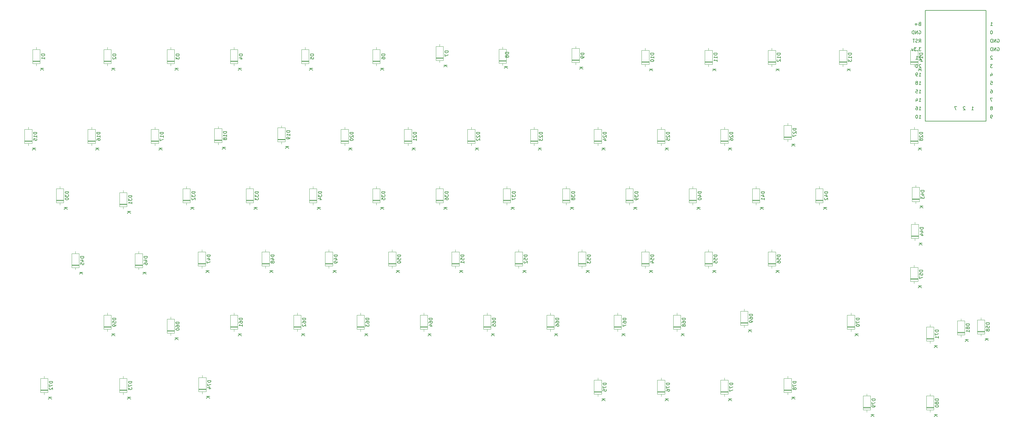
<source format=gbr>
%TF.GenerationSoftware,KiCad,Pcbnew,9.0.2*%
%TF.CreationDate,2025-06-24T14:03:34-04:00*%
%TF.ProjectId,allankeyboard,616c6c61-6e6b-4657-9962-6f6172642e6b,rev?*%
%TF.SameCoordinates,Original*%
%TF.FileFunction,Legend,Bot*%
%TF.FilePolarity,Positive*%
%FSLAX46Y46*%
G04 Gerber Fmt 4.6, Leading zero omitted, Abs format (unit mm)*
G04 Created by KiCad (PCBNEW 9.0.2) date 2025-06-24 14:03:34*
%MOMM*%
%LPD*%
G01*
G04 APERTURE LIST*
%ADD10C,0.150000*%
%ADD11C,0.200000*%
%ADD12C,0.120000*%
G04 APERTURE END LIST*
D10*
X286252219Y-248878114D02*
X285252219Y-248878114D01*
X285252219Y-248878114D02*
X285252219Y-249116209D01*
X285252219Y-249116209D02*
X285299838Y-249259066D01*
X285299838Y-249259066D02*
X285395076Y-249354304D01*
X285395076Y-249354304D02*
X285490314Y-249401923D01*
X285490314Y-249401923D02*
X285680790Y-249449542D01*
X285680790Y-249449542D02*
X285823647Y-249449542D01*
X285823647Y-249449542D02*
X286014123Y-249401923D01*
X286014123Y-249401923D02*
X286109361Y-249354304D01*
X286109361Y-249354304D02*
X286204600Y-249259066D01*
X286204600Y-249259066D02*
X286252219Y-249116209D01*
X286252219Y-249116209D02*
X286252219Y-248878114D01*
X285252219Y-250306685D02*
X285252219Y-250116209D01*
X285252219Y-250116209D02*
X285299838Y-250020971D01*
X285299838Y-250020971D02*
X285347457Y-249973352D01*
X285347457Y-249973352D02*
X285490314Y-249878114D01*
X285490314Y-249878114D02*
X285680790Y-249830495D01*
X285680790Y-249830495D02*
X286061742Y-249830495D01*
X286061742Y-249830495D02*
X286156980Y-249878114D01*
X286156980Y-249878114D02*
X286204600Y-249925733D01*
X286204600Y-249925733D02*
X286252219Y-250020971D01*
X286252219Y-250020971D02*
X286252219Y-250211447D01*
X286252219Y-250211447D02*
X286204600Y-250306685D01*
X286204600Y-250306685D02*
X286156980Y-250354304D01*
X286156980Y-250354304D02*
X286061742Y-250401923D01*
X286061742Y-250401923D02*
X285823647Y-250401923D01*
X285823647Y-250401923D02*
X285728409Y-250354304D01*
X285728409Y-250354304D02*
X285680790Y-250306685D01*
X285680790Y-250306685D02*
X285633171Y-250211447D01*
X285633171Y-250211447D02*
X285633171Y-250020971D01*
X285633171Y-250020971D02*
X285680790Y-249925733D01*
X285680790Y-249925733D02*
X285728409Y-249878114D01*
X285728409Y-249878114D02*
X285823647Y-249830495D01*
X285252219Y-251306685D02*
X285252219Y-250830495D01*
X285252219Y-250830495D02*
X285728409Y-250782876D01*
X285728409Y-250782876D02*
X285680790Y-250830495D01*
X285680790Y-250830495D02*
X285633171Y-250925733D01*
X285633171Y-250925733D02*
X285633171Y-251163828D01*
X285633171Y-251163828D02*
X285680790Y-251259066D01*
X285680790Y-251259066D02*
X285728409Y-251306685D01*
X285728409Y-251306685D02*
X285823647Y-251354304D01*
X285823647Y-251354304D02*
X286061742Y-251354304D01*
X286061742Y-251354304D02*
X286156980Y-251306685D01*
X286156980Y-251306685D02*
X286204600Y-251259066D01*
X286204600Y-251259066D02*
X286252219Y-251163828D01*
X286252219Y-251163828D02*
X286252219Y-250925733D01*
X286252219Y-250925733D02*
X286204600Y-250830495D01*
X286204600Y-250830495D02*
X286156980Y-250782876D01*
X285932219Y-253640495D02*
X284932219Y-253640495D01*
X285932219Y-254211923D02*
X285360790Y-253783352D01*
X284932219Y-254211923D02*
X285503647Y-253640495D01*
X157667419Y-210778914D02*
X156667419Y-210778914D01*
X156667419Y-210778914D02*
X156667419Y-211017009D01*
X156667419Y-211017009D02*
X156715038Y-211159866D01*
X156715038Y-211159866D02*
X156810276Y-211255104D01*
X156810276Y-211255104D02*
X156905514Y-211302723D01*
X156905514Y-211302723D02*
X157095990Y-211350342D01*
X157095990Y-211350342D02*
X157238847Y-211350342D01*
X157238847Y-211350342D02*
X157429323Y-211302723D01*
X157429323Y-211302723D02*
X157524561Y-211255104D01*
X157524561Y-211255104D02*
X157619800Y-211159866D01*
X157619800Y-211159866D02*
X157667419Y-211017009D01*
X157667419Y-211017009D02*
X157667419Y-210778914D01*
X156667419Y-211683676D02*
X156667419Y-212302723D01*
X156667419Y-212302723D02*
X157048371Y-211969390D01*
X157048371Y-211969390D02*
X157048371Y-212112247D01*
X157048371Y-212112247D02*
X157095990Y-212207485D01*
X157095990Y-212207485D02*
X157143609Y-212255104D01*
X157143609Y-212255104D02*
X157238847Y-212302723D01*
X157238847Y-212302723D02*
X157476942Y-212302723D01*
X157476942Y-212302723D02*
X157572180Y-212255104D01*
X157572180Y-212255104D02*
X157619800Y-212207485D01*
X157619800Y-212207485D02*
X157667419Y-212112247D01*
X157667419Y-212112247D02*
X157667419Y-211826533D01*
X157667419Y-211826533D02*
X157619800Y-211731295D01*
X157619800Y-211731295D02*
X157572180Y-211683676D01*
X156667419Y-212921771D02*
X156667419Y-213017009D01*
X156667419Y-213017009D02*
X156715038Y-213112247D01*
X156715038Y-213112247D02*
X156762657Y-213159866D01*
X156762657Y-213159866D02*
X156857895Y-213207485D01*
X156857895Y-213207485D02*
X157048371Y-213255104D01*
X157048371Y-213255104D02*
X157286466Y-213255104D01*
X157286466Y-213255104D02*
X157476942Y-213207485D01*
X157476942Y-213207485D02*
X157572180Y-213159866D01*
X157572180Y-213159866D02*
X157619800Y-213112247D01*
X157619800Y-213112247D02*
X157667419Y-213017009D01*
X157667419Y-213017009D02*
X157667419Y-212921771D01*
X157667419Y-212921771D02*
X157619800Y-212826533D01*
X157619800Y-212826533D02*
X157572180Y-212778914D01*
X157572180Y-212778914D02*
X157476942Y-212731295D01*
X157476942Y-212731295D02*
X157286466Y-212683676D01*
X157286466Y-212683676D02*
X157048371Y-212683676D01*
X157048371Y-212683676D02*
X156857895Y-212731295D01*
X156857895Y-212731295D02*
X156762657Y-212778914D01*
X156762657Y-212778914D02*
X156715038Y-212826533D01*
X156715038Y-212826533D02*
X156667419Y-212921771D01*
X157347419Y-215541295D02*
X156347419Y-215541295D01*
X157347419Y-216112723D02*
X156775990Y-215684152D01*
X156347419Y-216112723D02*
X156918847Y-215541295D01*
X152905019Y-267927714D02*
X151905019Y-267927714D01*
X151905019Y-267927714D02*
X151905019Y-268165809D01*
X151905019Y-268165809D02*
X151952638Y-268308666D01*
X151952638Y-268308666D02*
X152047876Y-268403904D01*
X152047876Y-268403904D02*
X152143114Y-268451523D01*
X152143114Y-268451523D02*
X152333590Y-268499142D01*
X152333590Y-268499142D02*
X152476447Y-268499142D01*
X152476447Y-268499142D02*
X152666923Y-268451523D01*
X152666923Y-268451523D02*
X152762161Y-268403904D01*
X152762161Y-268403904D02*
X152857400Y-268308666D01*
X152857400Y-268308666D02*
X152905019Y-268165809D01*
X152905019Y-268165809D02*
X152905019Y-267927714D01*
X151905019Y-268832476D02*
X151905019Y-269499142D01*
X151905019Y-269499142D02*
X152905019Y-269070571D01*
X152000257Y-269832476D02*
X151952638Y-269880095D01*
X151952638Y-269880095D02*
X151905019Y-269975333D01*
X151905019Y-269975333D02*
X151905019Y-270213428D01*
X151905019Y-270213428D02*
X151952638Y-270308666D01*
X151952638Y-270308666D02*
X152000257Y-270356285D01*
X152000257Y-270356285D02*
X152095495Y-270403904D01*
X152095495Y-270403904D02*
X152190733Y-270403904D01*
X152190733Y-270403904D02*
X152333590Y-270356285D01*
X152333590Y-270356285D02*
X152905019Y-269784857D01*
X152905019Y-269784857D02*
X152905019Y-270403904D01*
X152585019Y-272690095D02*
X151585019Y-272690095D01*
X152585019Y-273261523D02*
X152013590Y-272832952D01*
X151585019Y-273261523D02*
X152156447Y-272690095D01*
X428904819Y-250595714D02*
X427904819Y-250595714D01*
X427904819Y-250595714D02*
X427904819Y-250833809D01*
X427904819Y-250833809D02*
X427952438Y-250976666D01*
X427952438Y-250976666D02*
X428047676Y-251071904D01*
X428047676Y-251071904D02*
X428142914Y-251119523D01*
X428142914Y-251119523D02*
X428333390Y-251167142D01*
X428333390Y-251167142D02*
X428476247Y-251167142D01*
X428476247Y-251167142D02*
X428666723Y-251119523D01*
X428666723Y-251119523D02*
X428761961Y-251071904D01*
X428761961Y-251071904D02*
X428857200Y-250976666D01*
X428857200Y-250976666D02*
X428904819Y-250833809D01*
X428904819Y-250833809D02*
X428904819Y-250595714D01*
X428333390Y-251738571D02*
X428285771Y-251643333D01*
X428285771Y-251643333D02*
X428238152Y-251595714D01*
X428238152Y-251595714D02*
X428142914Y-251548095D01*
X428142914Y-251548095D02*
X428095295Y-251548095D01*
X428095295Y-251548095D02*
X428000057Y-251595714D01*
X428000057Y-251595714D02*
X427952438Y-251643333D01*
X427952438Y-251643333D02*
X427904819Y-251738571D01*
X427904819Y-251738571D02*
X427904819Y-251929047D01*
X427904819Y-251929047D02*
X427952438Y-252024285D01*
X427952438Y-252024285D02*
X428000057Y-252071904D01*
X428000057Y-252071904D02*
X428095295Y-252119523D01*
X428095295Y-252119523D02*
X428142914Y-252119523D01*
X428142914Y-252119523D02*
X428238152Y-252071904D01*
X428238152Y-252071904D02*
X428285771Y-252024285D01*
X428285771Y-252024285D02*
X428333390Y-251929047D01*
X428333390Y-251929047D02*
X428333390Y-251738571D01*
X428333390Y-251738571D02*
X428381009Y-251643333D01*
X428381009Y-251643333D02*
X428428628Y-251595714D01*
X428428628Y-251595714D02*
X428523866Y-251548095D01*
X428523866Y-251548095D02*
X428714342Y-251548095D01*
X428714342Y-251548095D02*
X428809580Y-251595714D01*
X428809580Y-251595714D02*
X428857200Y-251643333D01*
X428857200Y-251643333D02*
X428904819Y-251738571D01*
X428904819Y-251738571D02*
X428904819Y-251929047D01*
X428904819Y-251929047D02*
X428857200Y-252024285D01*
X428857200Y-252024285D02*
X428809580Y-252071904D01*
X428809580Y-252071904D02*
X428714342Y-252119523D01*
X428714342Y-252119523D02*
X428523866Y-252119523D01*
X428523866Y-252119523D02*
X428428628Y-252071904D01*
X428428628Y-252071904D02*
X428381009Y-252024285D01*
X428381009Y-252024285D02*
X428333390Y-251929047D01*
X428904819Y-253071904D02*
X428904819Y-252500476D01*
X428904819Y-252786190D02*
X427904819Y-252786190D01*
X427904819Y-252786190D02*
X428047676Y-252690952D01*
X428047676Y-252690952D02*
X428142914Y-252595714D01*
X428142914Y-252595714D02*
X428190533Y-252500476D01*
X428584819Y-255358095D02*
X427584819Y-255358095D01*
X428584819Y-255929523D02*
X428013390Y-255500952D01*
X427584819Y-255929523D02*
X428156247Y-255358095D01*
X352925819Y-229828514D02*
X351925819Y-229828514D01*
X351925819Y-229828514D02*
X351925819Y-230066609D01*
X351925819Y-230066609D02*
X351973438Y-230209466D01*
X351973438Y-230209466D02*
X352068676Y-230304704D01*
X352068676Y-230304704D02*
X352163914Y-230352323D01*
X352163914Y-230352323D02*
X352354390Y-230399942D01*
X352354390Y-230399942D02*
X352497247Y-230399942D01*
X352497247Y-230399942D02*
X352687723Y-230352323D01*
X352687723Y-230352323D02*
X352782961Y-230304704D01*
X352782961Y-230304704D02*
X352878200Y-230209466D01*
X352878200Y-230209466D02*
X352925819Y-230066609D01*
X352925819Y-230066609D02*
X352925819Y-229828514D01*
X351925819Y-231304704D02*
X351925819Y-230828514D01*
X351925819Y-230828514D02*
X352402009Y-230780895D01*
X352402009Y-230780895D02*
X352354390Y-230828514D01*
X352354390Y-230828514D02*
X352306771Y-230923752D01*
X352306771Y-230923752D02*
X352306771Y-231161847D01*
X352306771Y-231161847D02*
X352354390Y-231257085D01*
X352354390Y-231257085D02*
X352402009Y-231304704D01*
X352402009Y-231304704D02*
X352497247Y-231352323D01*
X352497247Y-231352323D02*
X352735342Y-231352323D01*
X352735342Y-231352323D02*
X352830580Y-231304704D01*
X352830580Y-231304704D02*
X352878200Y-231257085D01*
X352878200Y-231257085D02*
X352925819Y-231161847D01*
X352925819Y-231161847D02*
X352925819Y-230923752D01*
X352925819Y-230923752D02*
X352878200Y-230828514D01*
X352878200Y-230828514D02*
X352830580Y-230780895D01*
X351925819Y-232257085D02*
X351925819Y-231780895D01*
X351925819Y-231780895D02*
X352402009Y-231733276D01*
X352402009Y-231733276D02*
X352354390Y-231780895D01*
X352354390Y-231780895D02*
X352306771Y-231876133D01*
X352306771Y-231876133D02*
X352306771Y-232114228D01*
X352306771Y-232114228D02*
X352354390Y-232209466D01*
X352354390Y-232209466D02*
X352402009Y-232257085D01*
X352402009Y-232257085D02*
X352497247Y-232304704D01*
X352497247Y-232304704D02*
X352735342Y-232304704D01*
X352735342Y-232304704D02*
X352830580Y-232257085D01*
X352830580Y-232257085D02*
X352878200Y-232209466D01*
X352878200Y-232209466D02*
X352925819Y-232114228D01*
X352925819Y-232114228D02*
X352925819Y-231876133D01*
X352925819Y-231876133D02*
X352878200Y-231780895D01*
X352878200Y-231780895D02*
X352830580Y-231733276D01*
X352605819Y-234590895D02*
X351605819Y-234590895D01*
X352605819Y-235162323D02*
X352034390Y-234733752D01*
X351605819Y-235162323D02*
X352177247Y-234590895D01*
X305301819Y-248878114D02*
X304301819Y-248878114D01*
X304301819Y-248878114D02*
X304301819Y-249116209D01*
X304301819Y-249116209D02*
X304349438Y-249259066D01*
X304349438Y-249259066D02*
X304444676Y-249354304D01*
X304444676Y-249354304D02*
X304539914Y-249401923D01*
X304539914Y-249401923D02*
X304730390Y-249449542D01*
X304730390Y-249449542D02*
X304873247Y-249449542D01*
X304873247Y-249449542D02*
X305063723Y-249401923D01*
X305063723Y-249401923D02*
X305158961Y-249354304D01*
X305158961Y-249354304D02*
X305254200Y-249259066D01*
X305254200Y-249259066D02*
X305301819Y-249116209D01*
X305301819Y-249116209D02*
X305301819Y-248878114D01*
X304301819Y-250306685D02*
X304301819Y-250116209D01*
X304301819Y-250116209D02*
X304349438Y-250020971D01*
X304349438Y-250020971D02*
X304397057Y-249973352D01*
X304397057Y-249973352D02*
X304539914Y-249878114D01*
X304539914Y-249878114D02*
X304730390Y-249830495D01*
X304730390Y-249830495D02*
X305111342Y-249830495D01*
X305111342Y-249830495D02*
X305206580Y-249878114D01*
X305206580Y-249878114D02*
X305254200Y-249925733D01*
X305254200Y-249925733D02*
X305301819Y-250020971D01*
X305301819Y-250020971D02*
X305301819Y-250211447D01*
X305301819Y-250211447D02*
X305254200Y-250306685D01*
X305254200Y-250306685D02*
X305206580Y-250354304D01*
X305206580Y-250354304D02*
X305111342Y-250401923D01*
X305111342Y-250401923D02*
X304873247Y-250401923D01*
X304873247Y-250401923D02*
X304778009Y-250354304D01*
X304778009Y-250354304D02*
X304730390Y-250306685D01*
X304730390Y-250306685D02*
X304682771Y-250211447D01*
X304682771Y-250211447D02*
X304682771Y-250020971D01*
X304682771Y-250020971D02*
X304730390Y-249925733D01*
X304730390Y-249925733D02*
X304778009Y-249878114D01*
X304778009Y-249878114D02*
X304873247Y-249830495D01*
X304301819Y-251259066D02*
X304301819Y-251068590D01*
X304301819Y-251068590D02*
X304349438Y-250973352D01*
X304349438Y-250973352D02*
X304397057Y-250925733D01*
X304397057Y-250925733D02*
X304539914Y-250830495D01*
X304539914Y-250830495D02*
X304730390Y-250782876D01*
X304730390Y-250782876D02*
X305111342Y-250782876D01*
X305111342Y-250782876D02*
X305206580Y-250830495D01*
X305206580Y-250830495D02*
X305254200Y-250878114D01*
X305254200Y-250878114D02*
X305301819Y-250973352D01*
X305301819Y-250973352D02*
X305301819Y-251163828D01*
X305301819Y-251163828D02*
X305254200Y-251259066D01*
X305254200Y-251259066D02*
X305206580Y-251306685D01*
X305206580Y-251306685D02*
X305111342Y-251354304D01*
X305111342Y-251354304D02*
X304873247Y-251354304D01*
X304873247Y-251354304D02*
X304778009Y-251306685D01*
X304778009Y-251306685D02*
X304730390Y-251259066D01*
X304730390Y-251259066D02*
X304682771Y-251163828D01*
X304682771Y-251163828D02*
X304682771Y-250973352D01*
X304682771Y-250973352D02*
X304730390Y-250878114D01*
X304730390Y-250878114D02*
X304778009Y-250830495D01*
X304778009Y-250830495D02*
X304873247Y-250782876D01*
X304981819Y-253640495D02*
X303981819Y-253640495D01*
X304981819Y-254211923D02*
X304410390Y-253783352D01*
X303981819Y-254211923D02*
X304553247Y-253640495D01*
X414837019Y-169107914D02*
X413837019Y-169107914D01*
X413837019Y-169107914D02*
X413837019Y-169346009D01*
X413837019Y-169346009D02*
X413884638Y-169488866D01*
X413884638Y-169488866D02*
X413979876Y-169584104D01*
X413979876Y-169584104D02*
X414075114Y-169631723D01*
X414075114Y-169631723D02*
X414265590Y-169679342D01*
X414265590Y-169679342D02*
X414408447Y-169679342D01*
X414408447Y-169679342D02*
X414598923Y-169631723D01*
X414598923Y-169631723D02*
X414694161Y-169584104D01*
X414694161Y-169584104D02*
X414789400Y-169488866D01*
X414789400Y-169488866D02*
X414837019Y-169346009D01*
X414837019Y-169346009D02*
X414837019Y-169107914D01*
X414837019Y-170631723D02*
X414837019Y-170060295D01*
X414837019Y-170346009D02*
X413837019Y-170346009D01*
X413837019Y-170346009D02*
X413979876Y-170250771D01*
X413979876Y-170250771D02*
X414075114Y-170155533D01*
X414075114Y-170155533D02*
X414122733Y-170060295D01*
X414170352Y-171488866D02*
X414837019Y-171488866D01*
X413789400Y-171250771D02*
X414503685Y-171012676D01*
X414503685Y-171012676D02*
X414503685Y-171631723D01*
X414517019Y-173870295D02*
X413517019Y-173870295D01*
X414517019Y-174441723D02*
X413945590Y-174013152D01*
X413517019Y-174441723D02*
X414088447Y-173870295D01*
X371975419Y-169107914D02*
X370975419Y-169107914D01*
X370975419Y-169107914D02*
X370975419Y-169346009D01*
X370975419Y-169346009D02*
X371023038Y-169488866D01*
X371023038Y-169488866D02*
X371118276Y-169584104D01*
X371118276Y-169584104D02*
X371213514Y-169631723D01*
X371213514Y-169631723D02*
X371403990Y-169679342D01*
X371403990Y-169679342D02*
X371546847Y-169679342D01*
X371546847Y-169679342D02*
X371737323Y-169631723D01*
X371737323Y-169631723D02*
X371832561Y-169584104D01*
X371832561Y-169584104D02*
X371927800Y-169488866D01*
X371927800Y-169488866D02*
X371975419Y-169346009D01*
X371975419Y-169346009D02*
X371975419Y-169107914D01*
X371975419Y-170631723D02*
X371975419Y-170060295D01*
X371975419Y-170346009D02*
X370975419Y-170346009D01*
X370975419Y-170346009D02*
X371118276Y-170250771D01*
X371118276Y-170250771D02*
X371213514Y-170155533D01*
X371213514Y-170155533D02*
X371261133Y-170060295D01*
X371070657Y-171012676D02*
X371023038Y-171060295D01*
X371023038Y-171060295D02*
X370975419Y-171155533D01*
X370975419Y-171155533D02*
X370975419Y-171393628D01*
X370975419Y-171393628D02*
X371023038Y-171488866D01*
X371023038Y-171488866D02*
X371070657Y-171536485D01*
X371070657Y-171536485D02*
X371165895Y-171584104D01*
X371165895Y-171584104D02*
X371261133Y-171584104D01*
X371261133Y-171584104D02*
X371403990Y-171536485D01*
X371403990Y-171536485D02*
X371975419Y-170965057D01*
X371975419Y-170965057D02*
X371975419Y-171584104D01*
X371655419Y-173870295D02*
X370655419Y-173870295D01*
X371655419Y-174441723D02*
X371083990Y-174013152D01*
X370655419Y-174441723D02*
X371226847Y-173870295D01*
X338638619Y-192919914D02*
X337638619Y-192919914D01*
X337638619Y-192919914D02*
X337638619Y-193158009D01*
X337638619Y-193158009D02*
X337686238Y-193300866D01*
X337686238Y-193300866D02*
X337781476Y-193396104D01*
X337781476Y-193396104D02*
X337876714Y-193443723D01*
X337876714Y-193443723D02*
X338067190Y-193491342D01*
X338067190Y-193491342D02*
X338210047Y-193491342D01*
X338210047Y-193491342D02*
X338400523Y-193443723D01*
X338400523Y-193443723D02*
X338495761Y-193396104D01*
X338495761Y-193396104D02*
X338591000Y-193300866D01*
X338591000Y-193300866D02*
X338638619Y-193158009D01*
X338638619Y-193158009D02*
X338638619Y-192919914D01*
X337733857Y-193872295D02*
X337686238Y-193919914D01*
X337686238Y-193919914D02*
X337638619Y-194015152D01*
X337638619Y-194015152D02*
X337638619Y-194253247D01*
X337638619Y-194253247D02*
X337686238Y-194348485D01*
X337686238Y-194348485D02*
X337733857Y-194396104D01*
X337733857Y-194396104D02*
X337829095Y-194443723D01*
X337829095Y-194443723D02*
X337924333Y-194443723D01*
X337924333Y-194443723D02*
X338067190Y-194396104D01*
X338067190Y-194396104D02*
X338638619Y-193824676D01*
X338638619Y-193824676D02*
X338638619Y-194443723D01*
X337638619Y-195348485D02*
X337638619Y-194872295D01*
X337638619Y-194872295D02*
X338114809Y-194824676D01*
X338114809Y-194824676D02*
X338067190Y-194872295D01*
X338067190Y-194872295D02*
X338019571Y-194967533D01*
X338019571Y-194967533D02*
X338019571Y-195205628D01*
X338019571Y-195205628D02*
X338067190Y-195300866D01*
X338067190Y-195300866D02*
X338114809Y-195348485D01*
X338114809Y-195348485D02*
X338210047Y-195396104D01*
X338210047Y-195396104D02*
X338448142Y-195396104D01*
X338448142Y-195396104D02*
X338543380Y-195348485D01*
X338543380Y-195348485D02*
X338591000Y-195300866D01*
X338591000Y-195300866D02*
X338638619Y-195205628D01*
X338638619Y-195205628D02*
X338638619Y-194967533D01*
X338638619Y-194967533D02*
X338591000Y-194872295D01*
X338591000Y-194872295D02*
X338543380Y-194824676D01*
X338318619Y-197682295D02*
X337318619Y-197682295D01*
X338318619Y-198253723D02*
X337747190Y-197825152D01*
X337318619Y-198253723D02*
X337890047Y-197682295D01*
X395787419Y-248878114D02*
X394787419Y-248878114D01*
X394787419Y-248878114D02*
X394787419Y-249116209D01*
X394787419Y-249116209D02*
X394835038Y-249259066D01*
X394835038Y-249259066D02*
X394930276Y-249354304D01*
X394930276Y-249354304D02*
X395025514Y-249401923D01*
X395025514Y-249401923D02*
X395215990Y-249449542D01*
X395215990Y-249449542D02*
X395358847Y-249449542D01*
X395358847Y-249449542D02*
X395549323Y-249401923D01*
X395549323Y-249401923D02*
X395644561Y-249354304D01*
X395644561Y-249354304D02*
X395739800Y-249259066D01*
X395739800Y-249259066D02*
X395787419Y-249116209D01*
X395787419Y-249116209D02*
X395787419Y-248878114D01*
X394787419Y-249782876D02*
X394787419Y-250449542D01*
X394787419Y-250449542D02*
X395787419Y-250020971D01*
X394787419Y-251020971D02*
X394787419Y-251116209D01*
X394787419Y-251116209D02*
X394835038Y-251211447D01*
X394835038Y-251211447D02*
X394882657Y-251259066D01*
X394882657Y-251259066D02*
X394977895Y-251306685D01*
X394977895Y-251306685D02*
X395168371Y-251354304D01*
X395168371Y-251354304D02*
X395406466Y-251354304D01*
X395406466Y-251354304D02*
X395596942Y-251306685D01*
X395596942Y-251306685D02*
X395692180Y-251259066D01*
X395692180Y-251259066D02*
X395739800Y-251211447D01*
X395739800Y-251211447D02*
X395787419Y-251116209D01*
X395787419Y-251116209D02*
X395787419Y-251020971D01*
X395787419Y-251020971D02*
X395739800Y-250925733D01*
X395739800Y-250925733D02*
X395692180Y-250878114D01*
X395692180Y-250878114D02*
X395596942Y-250830495D01*
X395596942Y-250830495D02*
X395406466Y-250782876D01*
X395406466Y-250782876D02*
X395168371Y-250782876D01*
X395168371Y-250782876D02*
X394977895Y-250830495D01*
X394977895Y-250830495D02*
X394882657Y-250878114D01*
X394882657Y-250878114D02*
X394835038Y-250925733D01*
X394835038Y-250925733D02*
X394787419Y-251020971D01*
X395467419Y-253640495D02*
X394467419Y-253640495D01*
X395467419Y-254211923D02*
X394895990Y-253783352D01*
X394467419Y-254211923D02*
X395038847Y-253640495D01*
X333876219Y-169107914D02*
X332876219Y-169107914D01*
X332876219Y-169107914D02*
X332876219Y-169346009D01*
X332876219Y-169346009D02*
X332923838Y-169488866D01*
X332923838Y-169488866D02*
X333019076Y-169584104D01*
X333019076Y-169584104D02*
X333114314Y-169631723D01*
X333114314Y-169631723D02*
X333304790Y-169679342D01*
X333304790Y-169679342D02*
X333447647Y-169679342D01*
X333447647Y-169679342D02*
X333638123Y-169631723D01*
X333638123Y-169631723D02*
X333733361Y-169584104D01*
X333733361Y-169584104D02*
X333828600Y-169488866D01*
X333828600Y-169488866D02*
X333876219Y-169346009D01*
X333876219Y-169346009D02*
X333876219Y-169107914D01*
X333876219Y-170631723D02*
X333876219Y-170060295D01*
X333876219Y-170346009D02*
X332876219Y-170346009D01*
X332876219Y-170346009D02*
X333019076Y-170250771D01*
X333019076Y-170250771D02*
X333114314Y-170155533D01*
X333114314Y-170155533D02*
X333161933Y-170060295D01*
X332876219Y-171250771D02*
X332876219Y-171346009D01*
X332876219Y-171346009D02*
X332923838Y-171441247D01*
X332923838Y-171441247D02*
X332971457Y-171488866D01*
X332971457Y-171488866D02*
X333066695Y-171536485D01*
X333066695Y-171536485D02*
X333257171Y-171584104D01*
X333257171Y-171584104D02*
X333495266Y-171584104D01*
X333495266Y-171584104D02*
X333685742Y-171536485D01*
X333685742Y-171536485D02*
X333780980Y-171488866D01*
X333780980Y-171488866D02*
X333828600Y-171441247D01*
X333828600Y-171441247D02*
X333876219Y-171346009D01*
X333876219Y-171346009D02*
X333876219Y-171250771D01*
X333876219Y-171250771D02*
X333828600Y-171155533D01*
X333828600Y-171155533D02*
X333780980Y-171107914D01*
X333780980Y-171107914D02*
X333685742Y-171060295D01*
X333685742Y-171060295D02*
X333495266Y-171012676D01*
X333495266Y-171012676D02*
X333257171Y-171012676D01*
X333257171Y-171012676D02*
X333066695Y-171060295D01*
X333066695Y-171060295D02*
X332971457Y-171107914D01*
X332971457Y-171107914D02*
X332923838Y-171155533D01*
X332923838Y-171155533D02*
X332876219Y-171250771D01*
X333556219Y-173870295D02*
X332556219Y-173870295D01*
X333556219Y-174441723D02*
X332984790Y-174013152D01*
X332556219Y-174441723D02*
X333127647Y-173870295D01*
X414837019Y-192919914D02*
X413837019Y-192919914D01*
X413837019Y-192919914D02*
X413837019Y-193158009D01*
X413837019Y-193158009D02*
X413884638Y-193300866D01*
X413884638Y-193300866D02*
X413979876Y-193396104D01*
X413979876Y-193396104D02*
X414075114Y-193443723D01*
X414075114Y-193443723D02*
X414265590Y-193491342D01*
X414265590Y-193491342D02*
X414408447Y-193491342D01*
X414408447Y-193491342D02*
X414598923Y-193443723D01*
X414598923Y-193443723D02*
X414694161Y-193396104D01*
X414694161Y-193396104D02*
X414789400Y-193300866D01*
X414789400Y-193300866D02*
X414837019Y-193158009D01*
X414837019Y-193158009D02*
X414837019Y-192919914D01*
X413932257Y-193872295D02*
X413884638Y-193919914D01*
X413884638Y-193919914D02*
X413837019Y-194015152D01*
X413837019Y-194015152D02*
X413837019Y-194253247D01*
X413837019Y-194253247D02*
X413884638Y-194348485D01*
X413884638Y-194348485D02*
X413932257Y-194396104D01*
X413932257Y-194396104D02*
X414027495Y-194443723D01*
X414027495Y-194443723D02*
X414122733Y-194443723D01*
X414122733Y-194443723D02*
X414265590Y-194396104D01*
X414265590Y-194396104D02*
X414837019Y-193824676D01*
X414837019Y-193824676D02*
X414837019Y-194443723D01*
X414265590Y-195015152D02*
X414217971Y-194919914D01*
X414217971Y-194919914D02*
X414170352Y-194872295D01*
X414170352Y-194872295D02*
X414075114Y-194824676D01*
X414075114Y-194824676D02*
X414027495Y-194824676D01*
X414027495Y-194824676D02*
X413932257Y-194872295D01*
X413932257Y-194872295D02*
X413884638Y-194919914D01*
X413884638Y-194919914D02*
X413837019Y-195015152D01*
X413837019Y-195015152D02*
X413837019Y-195205628D01*
X413837019Y-195205628D02*
X413884638Y-195300866D01*
X413884638Y-195300866D02*
X413932257Y-195348485D01*
X413932257Y-195348485D02*
X414027495Y-195396104D01*
X414027495Y-195396104D02*
X414075114Y-195396104D01*
X414075114Y-195396104D02*
X414170352Y-195348485D01*
X414170352Y-195348485D02*
X414217971Y-195300866D01*
X414217971Y-195300866D02*
X414265590Y-195205628D01*
X414265590Y-195205628D02*
X414265590Y-195015152D01*
X414265590Y-195015152D02*
X414313209Y-194919914D01*
X414313209Y-194919914D02*
X414360828Y-194872295D01*
X414360828Y-194872295D02*
X414456066Y-194824676D01*
X414456066Y-194824676D02*
X414646542Y-194824676D01*
X414646542Y-194824676D02*
X414741780Y-194872295D01*
X414741780Y-194872295D02*
X414789400Y-194919914D01*
X414789400Y-194919914D02*
X414837019Y-195015152D01*
X414837019Y-195015152D02*
X414837019Y-195205628D01*
X414837019Y-195205628D02*
X414789400Y-195300866D01*
X414789400Y-195300866D02*
X414741780Y-195348485D01*
X414741780Y-195348485D02*
X414646542Y-195396104D01*
X414646542Y-195396104D02*
X414456066Y-195396104D01*
X414456066Y-195396104D02*
X414360828Y-195348485D01*
X414360828Y-195348485D02*
X414313209Y-195300866D01*
X414313209Y-195300866D02*
X414265590Y-195205628D01*
X414517019Y-197682295D02*
X413517019Y-197682295D01*
X414517019Y-198253723D02*
X413945590Y-197825152D01*
X413517019Y-198253723D02*
X414088447Y-197682295D01*
X271968569Y-168394405D02*
X270968569Y-168394405D01*
X270968569Y-168394405D02*
X270968569Y-168632500D01*
X270968569Y-168632500D02*
X271016188Y-168775357D01*
X271016188Y-168775357D02*
X271111426Y-168870595D01*
X271111426Y-168870595D02*
X271206664Y-168918214D01*
X271206664Y-168918214D02*
X271397140Y-168965833D01*
X271397140Y-168965833D02*
X271539997Y-168965833D01*
X271539997Y-168965833D02*
X271730473Y-168918214D01*
X271730473Y-168918214D02*
X271825711Y-168870595D01*
X271825711Y-168870595D02*
X271920950Y-168775357D01*
X271920950Y-168775357D02*
X271968569Y-168632500D01*
X271968569Y-168632500D02*
X271968569Y-168394405D01*
X270968569Y-169299167D02*
X270968569Y-169965833D01*
X270968569Y-169965833D02*
X271968569Y-169537262D01*
X271648569Y-172680595D02*
X270648569Y-172680595D01*
X271648569Y-173252023D02*
X271077140Y-172823452D01*
X270648569Y-173252023D02*
X271219997Y-172680595D01*
X419599419Y-273201214D02*
X418599419Y-273201214D01*
X418599419Y-273201214D02*
X418599419Y-273439309D01*
X418599419Y-273439309D02*
X418647038Y-273582166D01*
X418647038Y-273582166D02*
X418742276Y-273677404D01*
X418742276Y-273677404D02*
X418837514Y-273725023D01*
X418837514Y-273725023D02*
X419027990Y-273772642D01*
X419027990Y-273772642D02*
X419170847Y-273772642D01*
X419170847Y-273772642D02*
X419361323Y-273725023D01*
X419361323Y-273725023D02*
X419456561Y-273677404D01*
X419456561Y-273677404D02*
X419551800Y-273582166D01*
X419551800Y-273582166D02*
X419599419Y-273439309D01*
X419599419Y-273439309D02*
X419599419Y-273201214D01*
X419027990Y-274344071D02*
X418980371Y-274248833D01*
X418980371Y-274248833D02*
X418932752Y-274201214D01*
X418932752Y-274201214D02*
X418837514Y-274153595D01*
X418837514Y-274153595D02*
X418789895Y-274153595D01*
X418789895Y-274153595D02*
X418694657Y-274201214D01*
X418694657Y-274201214D02*
X418647038Y-274248833D01*
X418647038Y-274248833D02*
X418599419Y-274344071D01*
X418599419Y-274344071D02*
X418599419Y-274534547D01*
X418599419Y-274534547D02*
X418647038Y-274629785D01*
X418647038Y-274629785D02*
X418694657Y-274677404D01*
X418694657Y-274677404D02*
X418789895Y-274725023D01*
X418789895Y-274725023D02*
X418837514Y-274725023D01*
X418837514Y-274725023D02*
X418932752Y-274677404D01*
X418932752Y-274677404D02*
X418980371Y-274629785D01*
X418980371Y-274629785D02*
X419027990Y-274534547D01*
X419027990Y-274534547D02*
X419027990Y-274344071D01*
X419027990Y-274344071D02*
X419075609Y-274248833D01*
X419075609Y-274248833D02*
X419123228Y-274201214D01*
X419123228Y-274201214D02*
X419218466Y-274153595D01*
X419218466Y-274153595D02*
X419408942Y-274153595D01*
X419408942Y-274153595D02*
X419504180Y-274201214D01*
X419504180Y-274201214D02*
X419551800Y-274248833D01*
X419551800Y-274248833D02*
X419599419Y-274344071D01*
X419599419Y-274344071D02*
X419599419Y-274534547D01*
X419599419Y-274534547D02*
X419551800Y-274629785D01*
X419551800Y-274629785D02*
X419504180Y-274677404D01*
X419504180Y-274677404D02*
X419408942Y-274725023D01*
X419408942Y-274725023D02*
X419218466Y-274725023D01*
X419218466Y-274725023D02*
X419123228Y-274677404D01*
X419123228Y-274677404D02*
X419075609Y-274629785D01*
X419075609Y-274629785D02*
X419027990Y-274534547D01*
X418599419Y-275344071D02*
X418599419Y-275439309D01*
X418599419Y-275439309D02*
X418647038Y-275534547D01*
X418647038Y-275534547D02*
X418694657Y-275582166D01*
X418694657Y-275582166D02*
X418789895Y-275629785D01*
X418789895Y-275629785D02*
X418980371Y-275677404D01*
X418980371Y-275677404D02*
X419218466Y-275677404D01*
X419218466Y-275677404D02*
X419408942Y-275629785D01*
X419408942Y-275629785D02*
X419504180Y-275582166D01*
X419504180Y-275582166D02*
X419551800Y-275534547D01*
X419551800Y-275534547D02*
X419599419Y-275439309D01*
X419599419Y-275439309D02*
X419599419Y-275344071D01*
X419599419Y-275344071D02*
X419551800Y-275248833D01*
X419551800Y-275248833D02*
X419504180Y-275201214D01*
X419504180Y-275201214D02*
X419408942Y-275153595D01*
X419408942Y-275153595D02*
X419218466Y-275105976D01*
X419218466Y-275105976D02*
X418980371Y-275105976D01*
X418980371Y-275105976D02*
X418789895Y-275153595D01*
X418789895Y-275153595D02*
X418694657Y-275201214D01*
X418694657Y-275201214D02*
X418647038Y-275248833D01*
X418647038Y-275248833D02*
X418599419Y-275344071D01*
X419279419Y-277963595D02*
X418279419Y-277963595D01*
X419279419Y-278535023D02*
X418707990Y-278106452D01*
X418279419Y-278535023D02*
X418850847Y-277963595D01*
X257677819Y-229828514D02*
X256677819Y-229828514D01*
X256677819Y-229828514D02*
X256677819Y-230066609D01*
X256677819Y-230066609D02*
X256725438Y-230209466D01*
X256725438Y-230209466D02*
X256820676Y-230304704D01*
X256820676Y-230304704D02*
X256915914Y-230352323D01*
X256915914Y-230352323D02*
X257106390Y-230399942D01*
X257106390Y-230399942D02*
X257249247Y-230399942D01*
X257249247Y-230399942D02*
X257439723Y-230352323D01*
X257439723Y-230352323D02*
X257534961Y-230304704D01*
X257534961Y-230304704D02*
X257630200Y-230209466D01*
X257630200Y-230209466D02*
X257677819Y-230066609D01*
X257677819Y-230066609D02*
X257677819Y-229828514D01*
X256677819Y-231304704D02*
X256677819Y-230828514D01*
X256677819Y-230828514D02*
X257154009Y-230780895D01*
X257154009Y-230780895D02*
X257106390Y-230828514D01*
X257106390Y-230828514D02*
X257058771Y-230923752D01*
X257058771Y-230923752D02*
X257058771Y-231161847D01*
X257058771Y-231161847D02*
X257106390Y-231257085D01*
X257106390Y-231257085D02*
X257154009Y-231304704D01*
X257154009Y-231304704D02*
X257249247Y-231352323D01*
X257249247Y-231352323D02*
X257487342Y-231352323D01*
X257487342Y-231352323D02*
X257582580Y-231304704D01*
X257582580Y-231304704D02*
X257630200Y-231257085D01*
X257630200Y-231257085D02*
X257677819Y-231161847D01*
X257677819Y-231161847D02*
X257677819Y-230923752D01*
X257677819Y-230923752D02*
X257630200Y-230828514D01*
X257630200Y-230828514D02*
X257582580Y-230780895D01*
X256677819Y-231971371D02*
X256677819Y-232066609D01*
X256677819Y-232066609D02*
X256725438Y-232161847D01*
X256725438Y-232161847D02*
X256773057Y-232209466D01*
X256773057Y-232209466D02*
X256868295Y-232257085D01*
X256868295Y-232257085D02*
X257058771Y-232304704D01*
X257058771Y-232304704D02*
X257296866Y-232304704D01*
X257296866Y-232304704D02*
X257487342Y-232257085D01*
X257487342Y-232257085D02*
X257582580Y-232209466D01*
X257582580Y-232209466D02*
X257630200Y-232161847D01*
X257630200Y-232161847D02*
X257677819Y-232066609D01*
X257677819Y-232066609D02*
X257677819Y-231971371D01*
X257677819Y-231971371D02*
X257630200Y-231876133D01*
X257630200Y-231876133D02*
X257582580Y-231828514D01*
X257582580Y-231828514D02*
X257487342Y-231780895D01*
X257487342Y-231780895D02*
X257296866Y-231733276D01*
X257296866Y-231733276D02*
X257058771Y-231733276D01*
X257058771Y-231733276D02*
X256868295Y-231780895D01*
X256868295Y-231780895D02*
X256773057Y-231828514D01*
X256773057Y-231828514D02*
X256725438Y-231876133D01*
X256725438Y-231876133D02*
X256677819Y-231971371D01*
X257357819Y-234590895D02*
X256357819Y-234590895D01*
X257357819Y-235162323D02*
X256786390Y-234733752D01*
X256357819Y-235162323D02*
X256929247Y-234590895D01*
X195766619Y-210778914D02*
X194766619Y-210778914D01*
X194766619Y-210778914D02*
X194766619Y-211017009D01*
X194766619Y-211017009D02*
X194814238Y-211159866D01*
X194814238Y-211159866D02*
X194909476Y-211255104D01*
X194909476Y-211255104D02*
X195004714Y-211302723D01*
X195004714Y-211302723D02*
X195195190Y-211350342D01*
X195195190Y-211350342D02*
X195338047Y-211350342D01*
X195338047Y-211350342D02*
X195528523Y-211302723D01*
X195528523Y-211302723D02*
X195623761Y-211255104D01*
X195623761Y-211255104D02*
X195719000Y-211159866D01*
X195719000Y-211159866D02*
X195766619Y-211017009D01*
X195766619Y-211017009D02*
X195766619Y-210778914D01*
X194766619Y-211683676D02*
X194766619Y-212302723D01*
X194766619Y-212302723D02*
X195147571Y-211969390D01*
X195147571Y-211969390D02*
X195147571Y-212112247D01*
X195147571Y-212112247D02*
X195195190Y-212207485D01*
X195195190Y-212207485D02*
X195242809Y-212255104D01*
X195242809Y-212255104D02*
X195338047Y-212302723D01*
X195338047Y-212302723D02*
X195576142Y-212302723D01*
X195576142Y-212302723D02*
X195671380Y-212255104D01*
X195671380Y-212255104D02*
X195719000Y-212207485D01*
X195719000Y-212207485D02*
X195766619Y-212112247D01*
X195766619Y-212112247D02*
X195766619Y-211826533D01*
X195766619Y-211826533D02*
X195719000Y-211731295D01*
X195719000Y-211731295D02*
X195671380Y-211683676D01*
X194861857Y-212683676D02*
X194814238Y-212731295D01*
X194814238Y-212731295D02*
X194766619Y-212826533D01*
X194766619Y-212826533D02*
X194766619Y-213064628D01*
X194766619Y-213064628D02*
X194814238Y-213159866D01*
X194814238Y-213159866D02*
X194861857Y-213207485D01*
X194861857Y-213207485D02*
X194957095Y-213255104D01*
X194957095Y-213255104D02*
X195052333Y-213255104D01*
X195052333Y-213255104D02*
X195195190Y-213207485D01*
X195195190Y-213207485D02*
X195766619Y-212636057D01*
X195766619Y-212636057D02*
X195766619Y-213255104D01*
X195446619Y-215541295D02*
X194446619Y-215541295D01*
X195446619Y-216112723D02*
X194875190Y-215684152D01*
X194446619Y-216112723D02*
X195018047Y-215541295D01*
X393406219Y-169107914D02*
X392406219Y-169107914D01*
X392406219Y-169107914D02*
X392406219Y-169346009D01*
X392406219Y-169346009D02*
X392453838Y-169488866D01*
X392453838Y-169488866D02*
X392549076Y-169584104D01*
X392549076Y-169584104D02*
X392644314Y-169631723D01*
X392644314Y-169631723D02*
X392834790Y-169679342D01*
X392834790Y-169679342D02*
X392977647Y-169679342D01*
X392977647Y-169679342D02*
X393168123Y-169631723D01*
X393168123Y-169631723D02*
X393263361Y-169584104D01*
X393263361Y-169584104D02*
X393358600Y-169488866D01*
X393358600Y-169488866D02*
X393406219Y-169346009D01*
X393406219Y-169346009D02*
X393406219Y-169107914D01*
X393406219Y-170631723D02*
X393406219Y-170060295D01*
X393406219Y-170346009D02*
X392406219Y-170346009D01*
X392406219Y-170346009D02*
X392549076Y-170250771D01*
X392549076Y-170250771D02*
X392644314Y-170155533D01*
X392644314Y-170155533D02*
X392691933Y-170060295D01*
X392406219Y-170965057D02*
X392406219Y-171584104D01*
X392406219Y-171584104D02*
X392787171Y-171250771D01*
X392787171Y-171250771D02*
X392787171Y-171393628D01*
X392787171Y-171393628D02*
X392834790Y-171488866D01*
X392834790Y-171488866D02*
X392882409Y-171536485D01*
X392882409Y-171536485D02*
X392977647Y-171584104D01*
X392977647Y-171584104D02*
X393215742Y-171584104D01*
X393215742Y-171584104D02*
X393310980Y-171536485D01*
X393310980Y-171536485D02*
X393358600Y-171488866D01*
X393358600Y-171488866D02*
X393406219Y-171393628D01*
X393406219Y-171393628D02*
X393406219Y-171107914D01*
X393406219Y-171107914D02*
X393358600Y-171012676D01*
X393358600Y-171012676D02*
X393310980Y-170965057D01*
X393086219Y-173870295D02*
X392086219Y-173870295D01*
X393086219Y-174441723D02*
X392514790Y-174013152D01*
X392086219Y-174441723D02*
X392657647Y-173870295D01*
X176717019Y-211969514D02*
X175717019Y-211969514D01*
X175717019Y-211969514D02*
X175717019Y-212207609D01*
X175717019Y-212207609D02*
X175764638Y-212350466D01*
X175764638Y-212350466D02*
X175859876Y-212445704D01*
X175859876Y-212445704D02*
X175955114Y-212493323D01*
X175955114Y-212493323D02*
X176145590Y-212540942D01*
X176145590Y-212540942D02*
X176288447Y-212540942D01*
X176288447Y-212540942D02*
X176478923Y-212493323D01*
X176478923Y-212493323D02*
X176574161Y-212445704D01*
X176574161Y-212445704D02*
X176669400Y-212350466D01*
X176669400Y-212350466D02*
X176717019Y-212207609D01*
X176717019Y-212207609D02*
X176717019Y-211969514D01*
X175717019Y-212874276D02*
X175717019Y-213493323D01*
X175717019Y-213493323D02*
X176097971Y-213159990D01*
X176097971Y-213159990D02*
X176097971Y-213302847D01*
X176097971Y-213302847D02*
X176145590Y-213398085D01*
X176145590Y-213398085D02*
X176193209Y-213445704D01*
X176193209Y-213445704D02*
X176288447Y-213493323D01*
X176288447Y-213493323D02*
X176526542Y-213493323D01*
X176526542Y-213493323D02*
X176621780Y-213445704D01*
X176621780Y-213445704D02*
X176669400Y-213398085D01*
X176669400Y-213398085D02*
X176717019Y-213302847D01*
X176717019Y-213302847D02*
X176717019Y-213017133D01*
X176717019Y-213017133D02*
X176669400Y-212921895D01*
X176669400Y-212921895D02*
X176621780Y-212874276D01*
X176717019Y-214445704D02*
X176717019Y-213874276D01*
X176717019Y-214159990D02*
X175717019Y-214159990D01*
X175717019Y-214159990D02*
X175859876Y-214064752D01*
X175859876Y-214064752D02*
X175955114Y-213969514D01*
X175955114Y-213969514D02*
X176002733Y-213874276D01*
X176397019Y-216731895D02*
X175397019Y-216731895D01*
X176397019Y-217303323D02*
X175825590Y-216874752D01*
X175397019Y-217303323D02*
X175968447Y-216731895D01*
X363641219Y-247687514D02*
X362641219Y-247687514D01*
X362641219Y-247687514D02*
X362641219Y-247925609D01*
X362641219Y-247925609D02*
X362688838Y-248068466D01*
X362688838Y-248068466D02*
X362784076Y-248163704D01*
X362784076Y-248163704D02*
X362879314Y-248211323D01*
X362879314Y-248211323D02*
X363069790Y-248258942D01*
X363069790Y-248258942D02*
X363212647Y-248258942D01*
X363212647Y-248258942D02*
X363403123Y-248211323D01*
X363403123Y-248211323D02*
X363498361Y-248163704D01*
X363498361Y-248163704D02*
X363593600Y-248068466D01*
X363593600Y-248068466D02*
X363641219Y-247925609D01*
X363641219Y-247925609D02*
X363641219Y-247687514D01*
X362641219Y-249116085D02*
X362641219Y-248925609D01*
X362641219Y-248925609D02*
X362688838Y-248830371D01*
X362688838Y-248830371D02*
X362736457Y-248782752D01*
X362736457Y-248782752D02*
X362879314Y-248687514D01*
X362879314Y-248687514D02*
X363069790Y-248639895D01*
X363069790Y-248639895D02*
X363450742Y-248639895D01*
X363450742Y-248639895D02*
X363545980Y-248687514D01*
X363545980Y-248687514D02*
X363593600Y-248735133D01*
X363593600Y-248735133D02*
X363641219Y-248830371D01*
X363641219Y-248830371D02*
X363641219Y-249020847D01*
X363641219Y-249020847D02*
X363593600Y-249116085D01*
X363593600Y-249116085D02*
X363545980Y-249163704D01*
X363545980Y-249163704D02*
X363450742Y-249211323D01*
X363450742Y-249211323D02*
X363212647Y-249211323D01*
X363212647Y-249211323D02*
X363117409Y-249163704D01*
X363117409Y-249163704D02*
X363069790Y-249116085D01*
X363069790Y-249116085D02*
X363022171Y-249020847D01*
X363022171Y-249020847D02*
X363022171Y-248830371D01*
X363022171Y-248830371D02*
X363069790Y-248735133D01*
X363069790Y-248735133D02*
X363117409Y-248687514D01*
X363117409Y-248687514D02*
X363212647Y-248639895D01*
X363641219Y-249687514D02*
X363641219Y-249877990D01*
X363641219Y-249877990D02*
X363593600Y-249973228D01*
X363593600Y-249973228D02*
X363545980Y-250020847D01*
X363545980Y-250020847D02*
X363403123Y-250116085D01*
X363403123Y-250116085D02*
X363212647Y-250163704D01*
X363212647Y-250163704D02*
X362831695Y-250163704D01*
X362831695Y-250163704D02*
X362736457Y-250116085D01*
X362736457Y-250116085D02*
X362688838Y-250068466D01*
X362688838Y-250068466D02*
X362641219Y-249973228D01*
X362641219Y-249973228D02*
X362641219Y-249782752D01*
X362641219Y-249782752D02*
X362688838Y-249687514D01*
X362688838Y-249687514D02*
X362736457Y-249639895D01*
X362736457Y-249639895D02*
X362831695Y-249592276D01*
X362831695Y-249592276D02*
X363069790Y-249592276D01*
X363069790Y-249592276D02*
X363165028Y-249639895D01*
X363165028Y-249639895D02*
X363212647Y-249687514D01*
X363212647Y-249687514D02*
X363260266Y-249782752D01*
X363260266Y-249782752D02*
X363260266Y-249973228D01*
X363260266Y-249973228D02*
X363212647Y-250068466D01*
X363212647Y-250068466D02*
X363165028Y-250116085D01*
X363165028Y-250116085D02*
X363069790Y-250163704D01*
X363321219Y-252449895D02*
X362321219Y-252449895D01*
X363321219Y-253021323D02*
X362749790Y-252592752D01*
X362321219Y-253021323D02*
X362892647Y-252449895D01*
X319589019Y-192919914D02*
X318589019Y-192919914D01*
X318589019Y-192919914D02*
X318589019Y-193158009D01*
X318589019Y-193158009D02*
X318636638Y-193300866D01*
X318636638Y-193300866D02*
X318731876Y-193396104D01*
X318731876Y-193396104D02*
X318827114Y-193443723D01*
X318827114Y-193443723D02*
X319017590Y-193491342D01*
X319017590Y-193491342D02*
X319160447Y-193491342D01*
X319160447Y-193491342D02*
X319350923Y-193443723D01*
X319350923Y-193443723D02*
X319446161Y-193396104D01*
X319446161Y-193396104D02*
X319541400Y-193300866D01*
X319541400Y-193300866D02*
X319589019Y-193158009D01*
X319589019Y-193158009D02*
X319589019Y-192919914D01*
X318684257Y-193872295D02*
X318636638Y-193919914D01*
X318636638Y-193919914D02*
X318589019Y-194015152D01*
X318589019Y-194015152D02*
X318589019Y-194253247D01*
X318589019Y-194253247D02*
X318636638Y-194348485D01*
X318636638Y-194348485D02*
X318684257Y-194396104D01*
X318684257Y-194396104D02*
X318779495Y-194443723D01*
X318779495Y-194443723D02*
X318874733Y-194443723D01*
X318874733Y-194443723D02*
X319017590Y-194396104D01*
X319017590Y-194396104D02*
X319589019Y-193824676D01*
X319589019Y-193824676D02*
X319589019Y-194443723D01*
X318922352Y-195300866D02*
X319589019Y-195300866D01*
X318541400Y-195062771D02*
X319255685Y-194824676D01*
X319255685Y-194824676D02*
X319255685Y-195443723D01*
X319269019Y-197682295D02*
X318269019Y-197682295D01*
X319269019Y-198253723D02*
X318697590Y-197825152D01*
X318269019Y-198253723D02*
X318840447Y-197682295D01*
X300384819Y-192919914D02*
X299384819Y-192919914D01*
X299384819Y-192919914D02*
X299384819Y-193158009D01*
X299384819Y-193158009D02*
X299432438Y-193300866D01*
X299432438Y-193300866D02*
X299527676Y-193396104D01*
X299527676Y-193396104D02*
X299622914Y-193443723D01*
X299622914Y-193443723D02*
X299813390Y-193491342D01*
X299813390Y-193491342D02*
X299956247Y-193491342D01*
X299956247Y-193491342D02*
X300146723Y-193443723D01*
X300146723Y-193443723D02*
X300241961Y-193396104D01*
X300241961Y-193396104D02*
X300337200Y-193300866D01*
X300337200Y-193300866D02*
X300384819Y-193158009D01*
X300384819Y-193158009D02*
X300384819Y-192919914D01*
X299480057Y-193872295D02*
X299432438Y-193919914D01*
X299432438Y-193919914D02*
X299384819Y-194015152D01*
X299384819Y-194015152D02*
X299384819Y-194253247D01*
X299384819Y-194253247D02*
X299432438Y-194348485D01*
X299432438Y-194348485D02*
X299480057Y-194396104D01*
X299480057Y-194396104D02*
X299575295Y-194443723D01*
X299575295Y-194443723D02*
X299670533Y-194443723D01*
X299670533Y-194443723D02*
X299813390Y-194396104D01*
X299813390Y-194396104D02*
X300384819Y-193824676D01*
X300384819Y-193824676D02*
X300384819Y-194443723D01*
X299384819Y-194777057D02*
X299384819Y-195396104D01*
X299384819Y-195396104D02*
X299765771Y-195062771D01*
X299765771Y-195062771D02*
X299765771Y-195205628D01*
X299765771Y-195205628D02*
X299813390Y-195300866D01*
X299813390Y-195300866D02*
X299861009Y-195348485D01*
X299861009Y-195348485D02*
X299956247Y-195396104D01*
X299956247Y-195396104D02*
X300194342Y-195396104D01*
X300194342Y-195396104D02*
X300289580Y-195348485D01*
X300289580Y-195348485D02*
X300337200Y-195300866D01*
X300337200Y-195300866D02*
X300384819Y-195205628D01*
X300384819Y-195205628D02*
X300384819Y-194919914D01*
X300384819Y-194919914D02*
X300337200Y-194824676D01*
X300337200Y-194824676D02*
X300289580Y-194777057D01*
X300064819Y-197682295D02*
X299064819Y-197682295D01*
X300064819Y-198253723D02*
X299493390Y-197825152D01*
X299064819Y-198253723D02*
X299636247Y-197682295D01*
X233865819Y-210778914D02*
X232865819Y-210778914D01*
X232865819Y-210778914D02*
X232865819Y-211017009D01*
X232865819Y-211017009D02*
X232913438Y-211159866D01*
X232913438Y-211159866D02*
X233008676Y-211255104D01*
X233008676Y-211255104D02*
X233103914Y-211302723D01*
X233103914Y-211302723D02*
X233294390Y-211350342D01*
X233294390Y-211350342D02*
X233437247Y-211350342D01*
X233437247Y-211350342D02*
X233627723Y-211302723D01*
X233627723Y-211302723D02*
X233722961Y-211255104D01*
X233722961Y-211255104D02*
X233818200Y-211159866D01*
X233818200Y-211159866D02*
X233865819Y-211017009D01*
X233865819Y-211017009D02*
X233865819Y-210778914D01*
X232865819Y-211683676D02*
X232865819Y-212302723D01*
X232865819Y-212302723D02*
X233246771Y-211969390D01*
X233246771Y-211969390D02*
X233246771Y-212112247D01*
X233246771Y-212112247D02*
X233294390Y-212207485D01*
X233294390Y-212207485D02*
X233342009Y-212255104D01*
X233342009Y-212255104D02*
X233437247Y-212302723D01*
X233437247Y-212302723D02*
X233675342Y-212302723D01*
X233675342Y-212302723D02*
X233770580Y-212255104D01*
X233770580Y-212255104D02*
X233818200Y-212207485D01*
X233818200Y-212207485D02*
X233865819Y-212112247D01*
X233865819Y-212112247D02*
X233865819Y-211826533D01*
X233865819Y-211826533D02*
X233818200Y-211731295D01*
X233818200Y-211731295D02*
X233770580Y-211683676D01*
X233199152Y-213159866D02*
X233865819Y-213159866D01*
X232818200Y-212921771D02*
X233532485Y-212683676D01*
X233532485Y-212683676D02*
X233532485Y-213302723D01*
X233545819Y-215541295D02*
X232545819Y-215541295D01*
X233545819Y-216112723D02*
X232974390Y-215684152D01*
X232545819Y-216112723D02*
X233117247Y-215541295D01*
X290167319Y-168820655D02*
X289167319Y-168820655D01*
X289167319Y-168820655D02*
X289167319Y-169058750D01*
X289167319Y-169058750D02*
X289214938Y-169201607D01*
X289214938Y-169201607D02*
X289310176Y-169296845D01*
X289310176Y-169296845D02*
X289405414Y-169344464D01*
X289405414Y-169344464D02*
X289595890Y-169392083D01*
X289595890Y-169392083D02*
X289738747Y-169392083D01*
X289738747Y-169392083D02*
X289929223Y-169344464D01*
X289929223Y-169344464D02*
X290024461Y-169296845D01*
X290024461Y-169296845D02*
X290119700Y-169201607D01*
X290119700Y-169201607D02*
X290167319Y-169058750D01*
X290167319Y-169058750D02*
X290167319Y-168820655D01*
X289595890Y-169963512D02*
X289548271Y-169868274D01*
X289548271Y-169868274D02*
X289500652Y-169820655D01*
X289500652Y-169820655D02*
X289405414Y-169773036D01*
X289405414Y-169773036D02*
X289357795Y-169773036D01*
X289357795Y-169773036D02*
X289262557Y-169820655D01*
X289262557Y-169820655D02*
X289214938Y-169868274D01*
X289214938Y-169868274D02*
X289167319Y-169963512D01*
X289167319Y-169963512D02*
X289167319Y-170153988D01*
X289167319Y-170153988D02*
X289214938Y-170249226D01*
X289214938Y-170249226D02*
X289262557Y-170296845D01*
X289262557Y-170296845D02*
X289357795Y-170344464D01*
X289357795Y-170344464D02*
X289405414Y-170344464D01*
X289405414Y-170344464D02*
X289500652Y-170296845D01*
X289500652Y-170296845D02*
X289548271Y-170249226D01*
X289548271Y-170249226D02*
X289595890Y-170153988D01*
X289595890Y-170153988D02*
X289595890Y-169963512D01*
X289595890Y-169963512D02*
X289643509Y-169868274D01*
X289643509Y-169868274D02*
X289691128Y-169820655D01*
X289691128Y-169820655D02*
X289786366Y-169773036D01*
X289786366Y-169773036D02*
X289976842Y-169773036D01*
X289976842Y-169773036D02*
X290072080Y-169820655D01*
X290072080Y-169820655D02*
X290119700Y-169868274D01*
X290119700Y-169868274D02*
X290167319Y-169963512D01*
X290167319Y-169963512D02*
X290167319Y-170153988D01*
X290167319Y-170153988D02*
X290119700Y-170249226D01*
X290119700Y-170249226D02*
X290072080Y-170296845D01*
X290072080Y-170296845D02*
X289976842Y-170344464D01*
X289976842Y-170344464D02*
X289786366Y-170344464D01*
X289786366Y-170344464D02*
X289691128Y-170296845D01*
X289691128Y-170296845D02*
X289643509Y-170249226D01*
X289643509Y-170249226D02*
X289595890Y-170153988D01*
X289847319Y-173106845D02*
X288847319Y-173106845D01*
X289847319Y-173678273D02*
X289275890Y-173249702D01*
X288847319Y-173678273D02*
X289418747Y-173106845D01*
X219578619Y-229828514D02*
X218578619Y-229828514D01*
X218578619Y-229828514D02*
X218578619Y-230066609D01*
X218578619Y-230066609D02*
X218626238Y-230209466D01*
X218626238Y-230209466D02*
X218721476Y-230304704D01*
X218721476Y-230304704D02*
X218816714Y-230352323D01*
X218816714Y-230352323D02*
X219007190Y-230399942D01*
X219007190Y-230399942D02*
X219150047Y-230399942D01*
X219150047Y-230399942D02*
X219340523Y-230352323D01*
X219340523Y-230352323D02*
X219435761Y-230304704D01*
X219435761Y-230304704D02*
X219531000Y-230209466D01*
X219531000Y-230209466D02*
X219578619Y-230066609D01*
X219578619Y-230066609D02*
X219578619Y-229828514D01*
X218911952Y-231257085D02*
X219578619Y-231257085D01*
X218531000Y-231018990D02*
X219245285Y-230780895D01*
X219245285Y-230780895D02*
X219245285Y-231399942D01*
X219007190Y-231923752D02*
X218959571Y-231828514D01*
X218959571Y-231828514D02*
X218911952Y-231780895D01*
X218911952Y-231780895D02*
X218816714Y-231733276D01*
X218816714Y-231733276D02*
X218769095Y-231733276D01*
X218769095Y-231733276D02*
X218673857Y-231780895D01*
X218673857Y-231780895D02*
X218626238Y-231828514D01*
X218626238Y-231828514D02*
X218578619Y-231923752D01*
X218578619Y-231923752D02*
X218578619Y-232114228D01*
X218578619Y-232114228D02*
X218626238Y-232209466D01*
X218626238Y-232209466D02*
X218673857Y-232257085D01*
X218673857Y-232257085D02*
X218769095Y-232304704D01*
X218769095Y-232304704D02*
X218816714Y-232304704D01*
X218816714Y-232304704D02*
X218911952Y-232257085D01*
X218911952Y-232257085D02*
X218959571Y-232209466D01*
X218959571Y-232209466D02*
X219007190Y-232114228D01*
X219007190Y-232114228D02*
X219007190Y-231923752D01*
X219007190Y-231923752D02*
X219054809Y-231828514D01*
X219054809Y-231828514D02*
X219102428Y-231780895D01*
X219102428Y-231780895D02*
X219197666Y-231733276D01*
X219197666Y-231733276D02*
X219388142Y-231733276D01*
X219388142Y-231733276D02*
X219483380Y-231780895D01*
X219483380Y-231780895D02*
X219531000Y-231828514D01*
X219531000Y-231828514D02*
X219578619Y-231923752D01*
X219578619Y-231923752D02*
X219578619Y-232114228D01*
X219578619Y-232114228D02*
X219531000Y-232209466D01*
X219531000Y-232209466D02*
X219483380Y-232257085D01*
X219483380Y-232257085D02*
X219388142Y-232304704D01*
X219388142Y-232304704D02*
X219197666Y-232304704D01*
X219197666Y-232304704D02*
X219102428Y-232257085D01*
X219102428Y-232257085D02*
X219054809Y-232209466D01*
X219054809Y-232209466D02*
X219007190Y-232114228D01*
X219258619Y-234590895D02*
X218258619Y-234590895D01*
X219258619Y-235162323D02*
X218687190Y-234733752D01*
X218258619Y-235162323D02*
X218830047Y-234590895D01*
X292205219Y-210778914D02*
X291205219Y-210778914D01*
X291205219Y-210778914D02*
X291205219Y-211017009D01*
X291205219Y-211017009D02*
X291252838Y-211159866D01*
X291252838Y-211159866D02*
X291348076Y-211255104D01*
X291348076Y-211255104D02*
X291443314Y-211302723D01*
X291443314Y-211302723D02*
X291633790Y-211350342D01*
X291633790Y-211350342D02*
X291776647Y-211350342D01*
X291776647Y-211350342D02*
X291967123Y-211302723D01*
X291967123Y-211302723D02*
X292062361Y-211255104D01*
X292062361Y-211255104D02*
X292157600Y-211159866D01*
X292157600Y-211159866D02*
X292205219Y-211017009D01*
X292205219Y-211017009D02*
X292205219Y-210778914D01*
X291205219Y-211683676D02*
X291205219Y-212302723D01*
X291205219Y-212302723D02*
X291586171Y-211969390D01*
X291586171Y-211969390D02*
X291586171Y-212112247D01*
X291586171Y-212112247D02*
X291633790Y-212207485D01*
X291633790Y-212207485D02*
X291681409Y-212255104D01*
X291681409Y-212255104D02*
X291776647Y-212302723D01*
X291776647Y-212302723D02*
X292014742Y-212302723D01*
X292014742Y-212302723D02*
X292109980Y-212255104D01*
X292109980Y-212255104D02*
X292157600Y-212207485D01*
X292157600Y-212207485D02*
X292205219Y-212112247D01*
X292205219Y-212112247D02*
X292205219Y-211826533D01*
X292205219Y-211826533D02*
X292157600Y-211731295D01*
X292157600Y-211731295D02*
X292109980Y-211683676D01*
X291205219Y-212636057D02*
X291205219Y-213302723D01*
X291205219Y-213302723D02*
X292205219Y-212874152D01*
X291885219Y-215541295D02*
X290885219Y-215541295D01*
X291885219Y-216112723D02*
X291313790Y-215684152D01*
X290885219Y-216112723D02*
X291456647Y-215541295D01*
X200529019Y-267689514D02*
X199529019Y-267689514D01*
X199529019Y-267689514D02*
X199529019Y-267927609D01*
X199529019Y-267927609D02*
X199576638Y-268070466D01*
X199576638Y-268070466D02*
X199671876Y-268165704D01*
X199671876Y-268165704D02*
X199767114Y-268213323D01*
X199767114Y-268213323D02*
X199957590Y-268260942D01*
X199957590Y-268260942D02*
X200100447Y-268260942D01*
X200100447Y-268260942D02*
X200290923Y-268213323D01*
X200290923Y-268213323D02*
X200386161Y-268165704D01*
X200386161Y-268165704D02*
X200481400Y-268070466D01*
X200481400Y-268070466D02*
X200529019Y-267927609D01*
X200529019Y-267927609D02*
X200529019Y-267689514D01*
X199529019Y-268594276D02*
X199529019Y-269260942D01*
X199529019Y-269260942D02*
X200529019Y-268832371D01*
X199862352Y-270070466D02*
X200529019Y-270070466D01*
X199481400Y-269832371D02*
X200195685Y-269594276D01*
X200195685Y-269594276D02*
X200195685Y-270213323D01*
X200209019Y-272451895D02*
X199209019Y-272451895D01*
X200209019Y-273023323D02*
X199637590Y-272594752D01*
X199209019Y-273023323D02*
X199780447Y-272451895D01*
X214816219Y-210778914D02*
X213816219Y-210778914D01*
X213816219Y-210778914D02*
X213816219Y-211017009D01*
X213816219Y-211017009D02*
X213863838Y-211159866D01*
X213863838Y-211159866D02*
X213959076Y-211255104D01*
X213959076Y-211255104D02*
X214054314Y-211302723D01*
X214054314Y-211302723D02*
X214244790Y-211350342D01*
X214244790Y-211350342D02*
X214387647Y-211350342D01*
X214387647Y-211350342D02*
X214578123Y-211302723D01*
X214578123Y-211302723D02*
X214673361Y-211255104D01*
X214673361Y-211255104D02*
X214768600Y-211159866D01*
X214768600Y-211159866D02*
X214816219Y-211017009D01*
X214816219Y-211017009D02*
X214816219Y-210778914D01*
X213816219Y-211683676D02*
X213816219Y-212302723D01*
X213816219Y-212302723D02*
X214197171Y-211969390D01*
X214197171Y-211969390D02*
X214197171Y-212112247D01*
X214197171Y-212112247D02*
X214244790Y-212207485D01*
X214244790Y-212207485D02*
X214292409Y-212255104D01*
X214292409Y-212255104D02*
X214387647Y-212302723D01*
X214387647Y-212302723D02*
X214625742Y-212302723D01*
X214625742Y-212302723D02*
X214720980Y-212255104D01*
X214720980Y-212255104D02*
X214768600Y-212207485D01*
X214768600Y-212207485D02*
X214816219Y-212112247D01*
X214816219Y-212112247D02*
X214816219Y-211826533D01*
X214816219Y-211826533D02*
X214768600Y-211731295D01*
X214768600Y-211731295D02*
X214720980Y-211683676D01*
X213816219Y-212636057D02*
X213816219Y-213255104D01*
X213816219Y-213255104D02*
X214197171Y-212921771D01*
X214197171Y-212921771D02*
X214197171Y-213064628D01*
X214197171Y-213064628D02*
X214244790Y-213159866D01*
X214244790Y-213159866D02*
X214292409Y-213207485D01*
X214292409Y-213207485D02*
X214387647Y-213255104D01*
X214387647Y-213255104D02*
X214625742Y-213255104D01*
X214625742Y-213255104D02*
X214720980Y-213207485D01*
X214720980Y-213207485D02*
X214768600Y-213159866D01*
X214768600Y-213159866D02*
X214816219Y-213064628D01*
X214816219Y-213064628D02*
X214816219Y-212778914D01*
X214816219Y-212778914D02*
X214768600Y-212683676D01*
X214768600Y-212683676D02*
X214720980Y-212636057D01*
X214496219Y-215541295D02*
X213496219Y-215541295D01*
X214496219Y-216112723D02*
X213924790Y-215684152D01*
X213496219Y-216112723D02*
X214067647Y-215541295D01*
X238628219Y-229828514D02*
X237628219Y-229828514D01*
X237628219Y-229828514D02*
X237628219Y-230066609D01*
X237628219Y-230066609D02*
X237675838Y-230209466D01*
X237675838Y-230209466D02*
X237771076Y-230304704D01*
X237771076Y-230304704D02*
X237866314Y-230352323D01*
X237866314Y-230352323D02*
X238056790Y-230399942D01*
X238056790Y-230399942D02*
X238199647Y-230399942D01*
X238199647Y-230399942D02*
X238390123Y-230352323D01*
X238390123Y-230352323D02*
X238485361Y-230304704D01*
X238485361Y-230304704D02*
X238580600Y-230209466D01*
X238580600Y-230209466D02*
X238628219Y-230066609D01*
X238628219Y-230066609D02*
X238628219Y-229828514D01*
X237961552Y-231257085D02*
X238628219Y-231257085D01*
X237580600Y-231018990D02*
X238294885Y-230780895D01*
X238294885Y-230780895D02*
X238294885Y-231399942D01*
X238628219Y-231828514D02*
X238628219Y-232018990D01*
X238628219Y-232018990D02*
X238580600Y-232114228D01*
X238580600Y-232114228D02*
X238532980Y-232161847D01*
X238532980Y-232161847D02*
X238390123Y-232257085D01*
X238390123Y-232257085D02*
X238199647Y-232304704D01*
X238199647Y-232304704D02*
X237818695Y-232304704D01*
X237818695Y-232304704D02*
X237723457Y-232257085D01*
X237723457Y-232257085D02*
X237675838Y-232209466D01*
X237675838Y-232209466D02*
X237628219Y-232114228D01*
X237628219Y-232114228D02*
X237628219Y-231923752D01*
X237628219Y-231923752D02*
X237675838Y-231828514D01*
X237675838Y-231828514D02*
X237723457Y-231780895D01*
X237723457Y-231780895D02*
X237818695Y-231733276D01*
X237818695Y-231733276D02*
X238056790Y-231733276D01*
X238056790Y-231733276D02*
X238152028Y-231780895D01*
X238152028Y-231780895D02*
X238199647Y-231828514D01*
X238199647Y-231828514D02*
X238247266Y-231923752D01*
X238247266Y-231923752D02*
X238247266Y-232114228D01*
X238247266Y-232114228D02*
X238199647Y-232209466D01*
X238199647Y-232209466D02*
X238152028Y-232257085D01*
X238152028Y-232257085D02*
X238056790Y-232304704D01*
X238308219Y-234590895D02*
X237308219Y-234590895D01*
X238308219Y-235162323D02*
X237736790Y-234733752D01*
X237308219Y-235162323D02*
X237879647Y-234590895D01*
X243390619Y-192919914D02*
X242390619Y-192919914D01*
X242390619Y-192919914D02*
X242390619Y-193158009D01*
X242390619Y-193158009D02*
X242438238Y-193300866D01*
X242438238Y-193300866D02*
X242533476Y-193396104D01*
X242533476Y-193396104D02*
X242628714Y-193443723D01*
X242628714Y-193443723D02*
X242819190Y-193491342D01*
X242819190Y-193491342D02*
X242962047Y-193491342D01*
X242962047Y-193491342D02*
X243152523Y-193443723D01*
X243152523Y-193443723D02*
X243247761Y-193396104D01*
X243247761Y-193396104D02*
X243343000Y-193300866D01*
X243343000Y-193300866D02*
X243390619Y-193158009D01*
X243390619Y-193158009D02*
X243390619Y-192919914D01*
X242485857Y-193872295D02*
X242438238Y-193919914D01*
X242438238Y-193919914D02*
X242390619Y-194015152D01*
X242390619Y-194015152D02*
X242390619Y-194253247D01*
X242390619Y-194253247D02*
X242438238Y-194348485D01*
X242438238Y-194348485D02*
X242485857Y-194396104D01*
X242485857Y-194396104D02*
X242581095Y-194443723D01*
X242581095Y-194443723D02*
X242676333Y-194443723D01*
X242676333Y-194443723D02*
X242819190Y-194396104D01*
X242819190Y-194396104D02*
X243390619Y-193824676D01*
X243390619Y-193824676D02*
X243390619Y-194443723D01*
X242390619Y-195062771D02*
X242390619Y-195158009D01*
X242390619Y-195158009D02*
X242438238Y-195253247D01*
X242438238Y-195253247D02*
X242485857Y-195300866D01*
X242485857Y-195300866D02*
X242581095Y-195348485D01*
X242581095Y-195348485D02*
X242771571Y-195396104D01*
X242771571Y-195396104D02*
X243009666Y-195396104D01*
X243009666Y-195396104D02*
X243200142Y-195348485D01*
X243200142Y-195348485D02*
X243295380Y-195300866D01*
X243295380Y-195300866D02*
X243343000Y-195253247D01*
X243343000Y-195253247D02*
X243390619Y-195158009D01*
X243390619Y-195158009D02*
X243390619Y-195062771D01*
X243390619Y-195062771D02*
X243343000Y-194967533D01*
X243343000Y-194967533D02*
X243295380Y-194919914D01*
X243295380Y-194919914D02*
X243200142Y-194872295D01*
X243200142Y-194872295D02*
X243009666Y-194824676D01*
X243009666Y-194824676D02*
X242771571Y-194824676D01*
X242771571Y-194824676D02*
X242581095Y-194872295D01*
X242581095Y-194872295D02*
X242485857Y-194919914D01*
X242485857Y-194919914D02*
X242438238Y-194967533D01*
X242438238Y-194967533D02*
X242390619Y-195062771D01*
X243070619Y-197682295D02*
X242070619Y-197682295D01*
X243070619Y-198253723D02*
X242499190Y-197825152D01*
X242070619Y-198253723D02*
X242642047Y-197682295D01*
X376737819Y-267927714D02*
X375737819Y-267927714D01*
X375737819Y-267927714D02*
X375737819Y-268165809D01*
X375737819Y-268165809D02*
X375785438Y-268308666D01*
X375785438Y-268308666D02*
X375880676Y-268403904D01*
X375880676Y-268403904D02*
X375975914Y-268451523D01*
X375975914Y-268451523D02*
X376166390Y-268499142D01*
X376166390Y-268499142D02*
X376309247Y-268499142D01*
X376309247Y-268499142D02*
X376499723Y-268451523D01*
X376499723Y-268451523D02*
X376594961Y-268403904D01*
X376594961Y-268403904D02*
X376690200Y-268308666D01*
X376690200Y-268308666D02*
X376737819Y-268165809D01*
X376737819Y-268165809D02*
X376737819Y-267927714D01*
X375737819Y-268832476D02*
X375737819Y-269499142D01*
X375737819Y-269499142D02*
X376737819Y-269070571D01*
X376166390Y-270022952D02*
X376118771Y-269927714D01*
X376118771Y-269927714D02*
X376071152Y-269880095D01*
X376071152Y-269880095D02*
X375975914Y-269832476D01*
X375975914Y-269832476D02*
X375928295Y-269832476D01*
X375928295Y-269832476D02*
X375833057Y-269880095D01*
X375833057Y-269880095D02*
X375785438Y-269927714D01*
X375785438Y-269927714D02*
X375737819Y-270022952D01*
X375737819Y-270022952D02*
X375737819Y-270213428D01*
X375737819Y-270213428D02*
X375785438Y-270308666D01*
X375785438Y-270308666D02*
X375833057Y-270356285D01*
X375833057Y-270356285D02*
X375928295Y-270403904D01*
X375928295Y-270403904D02*
X375975914Y-270403904D01*
X375975914Y-270403904D02*
X376071152Y-270356285D01*
X376071152Y-270356285D02*
X376118771Y-270308666D01*
X376118771Y-270308666D02*
X376166390Y-270213428D01*
X376166390Y-270213428D02*
X376166390Y-270022952D01*
X376166390Y-270022952D02*
X376214009Y-269927714D01*
X376214009Y-269927714D02*
X376261628Y-269880095D01*
X376261628Y-269880095D02*
X376356866Y-269832476D01*
X376356866Y-269832476D02*
X376547342Y-269832476D01*
X376547342Y-269832476D02*
X376642580Y-269880095D01*
X376642580Y-269880095D02*
X376690200Y-269927714D01*
X376690200Y-269927714D02*
X376737819Y-270022952D01*
X376737819Y-270022952D02*
X376737819Y-270213428D01*
X376737819Y-270213428D02*
X376690200Y-270308666D01*
X376690200Y-270308666D02*
X376642580Y-270356285D01*
X376642580Y-270356285D02*
X376547342Y-270403904D01*
X376547342Y-270403904D02*
X376356866Y-270403904D01*
X376356866Y-270403904D02*
X376261628Y-270356285D01*
X376261628Y-270356285D02*
X376214009Y-270308666D01*
X376214009Y-270308666D02*
X376166390Y-270213428D01*
X376417819Y-272690095D02*
X375417819Y-272690095D01*
X376417819Y-273261523D02*
X375846390Y-272832952D01*
X375417819Y-273261523D02*
X375989247Y-272690095D01*
X319589019Y-268438714D02*
X318589019Y-268438714D01*
X318589019Y-268438714D02*
X318589019Y-268676809D01*
X318589019Y-268676809D02*
X318636638Y-268819666D01*
X318636638Y-268819666D02*
X318731876Y-268914904D01*
X318731876Y-268914904D02*
X318827114Y-268962523D01*
X318827114Y-268962523D02*
X319017590Y-269010142D01*
X319017590Y-269010142D02*
X319160447Y-269010142D01*
X319160447Y-269010142D02*
X319350923Y-268962523D01*
X319350923Y-268962523D02*
X319446161Y-268914904D01*
X319446161Y-268914904D02*
X319541400Y-268819666D01*
X319541400Y-268819666D02*
X319589019Y-268676809D01*
X319589019Y-268676809D02*
X319589019Y-268438714D01*
X318589019Y-269343476D02*
X318589019Y-270010142D01*
X318589019Y-270010142D02*
X319589019Y-269581571D01*
X318589019Y-270867285D02*
X318589019Y-270391095D01*
X318589019Y-270391095D02*
X319065209Y-270343476D01*
X319065209Y-270343476D02*
X319017590Y-270391095D01*
X319017590Y-270391095D02*
X318969971Y-270486333D01*
X318969971Y-270486333D02*
X318969971Y-270724428D01*
X318969971Y-270724428D02*
X319017590Y-270819666D01*
X319017590Y-270819666D02*
X319065209Y-270867285D01*
X319065209Y-270867285D02*
X319160447Y-270914904D01*
X319160447Y-270914904D02*
X319398542Y-270914904D01*
X319398542Y-270914904D02*
X319493780Y-270867285D01*
X319493780Y-270867285D02*
X319541400Y-270819666D01*
X319541400Y-270819666D02*
X319589019Y-270724428D01*
X319589019Y-270724428D02*
X319589019Y-270486333D01*
X319589019Y-270486333D02*
X319541400Y-270391095D01*
X319541400Y-270391095D02*
X319493780Y-270343476D01*
X319269019Y-273201095D02*
X318269019Y-273201095D01*
X319269019Y-273772523D02*
X318697590Y-273343952D01*
X318269019Y-273772523D02*
X318840447Y-273201095D01*
X210056069Y-169346905D02*
X209056069Y-169346905D01*
X209056069Y-169346905D02*
X209056069Y-169585000D01*
X209056069Y-169585000D02*
X209103688Y-169727857D01*
X209103688Y-169727857D02*
X209198926Y-169823095D01*
X209198926Y-169823095D02*
X209294164Y-169870714D01*
X209294164Y-169870714D02*
X209484640Y-169918333D01*
X209484640Y-169918333D02*
X209627497Y-169918333D01*
X209627497Y-169918333D02*
X209817973Y-169870714D01*
X209817973Y-169870714D02*
X209913211Y-169823095D01*
X209913211Y-169823095D02*
X210008450Y-169727857D01*
X210008450Y-169727857D02*
X210056069Y-169585000D01*
X210056069Y-169585000D02*
X210056069Y-169346905D01*
X209389402Y-170775476D02*
X210056069Y-170775476D01*
X209008450Y-170537381D02*
X209722735Y-170299286D01*
X209722735Y-170299286D02*
X209722735Y-170918333D01*
X209736069Y-173633095D02*
X208736069Y-173633095D01*
X209736069Y-174204523D02*
X209164640Y-173775952D01*
X208736069Y-174204523D02*
X209307497Y-173633095D01*
X357688219Y-268438714D02*
X356688219Y-268438714D01*
X356688219Y-268438714D02*
X356688219Y-268676809D01*
X356688219Y-268676809D02*
X356735838Y-268819666D01*
X356735838Y-268819666D02*
X356831076Y-268914904D01*
X356831076Y-268914904D02*
X356926314Y-268962523D01*
X356926314Y-268962523D02*
X357116790Y-269010142D01*
X357116790Y-269010142D02*
X357259647Y-269010142D01*
X357259647Y-269010142D02*
X357450123Y-268962523D01*
X357450123Y-268962523D02*
X357545361Y-268914904D01*
X357545361Y-268914904D02*
X357640600Y-268819666D01*
X357640600Y-268819666D02*
X357688219Y-268676809D01*
X357688219Y-268676809D02*
X357688219Y-268438714D01*
X356688219Y-269343476D02*
X356688219Y-270010142D01*
X356688219Y-270010142D02*
X357688219Y-269581571D01*
X356688219Y-270295857D02*
X356688219Y-270962523D01*
X356688219Y-270962523D02*
X357688219Y-270533952D01*
X357368219Y-273201095D02*
X356368219Y-273201095D01*
X357368219Y-273772523D02*
X356796790Y-273343952D01*
X356368219Y-273772523D02*
X356939647Y-273201095D01*
X312899819Y-169031905D02*
X311899819Y-169031905D01*
X311899819Y-169031905D02*
X311899819Y-169270000D01*
X311899819Y-169270000D02*
X311947438Y-169412857D01*
X311947438Y-169412857D02*
X312042676Y-169508095D01*
X312042676Y-169508095D02*
X312137914Y-169555714D01*
X312137914Y-169555714D02*
X312328390Y-169603333D01*
X312328390Y-169603333D02*
X312471247Y-169603333D01*
X312471247Y-169603333D02*
X312661723Y-169555714D01*
X312661723Y-169555714D02*
X312756961Y-169508095D01*
X312756961Y-169508095D02*
X312852200Y-169412857D01*
X312852200Y-169412857D02*
X312899819Y-169270000D01*
X312899819Y-169270000D02*
X312899819Y-169031905D01*
X312899819Y-170079524D02*
X312899819Y-170270000D01*
X312899819Y-170270000D02*
X312852200Y-170365238D01*
X312852200Y-170365238D02*
X312804580Y-170412857D01*
X312804580Y-170412857D02*
X312661723Y-170508095D01*
X312661723Y-170508095D02*
X312471247Y-170555714D01*
X312471247Y-170555714D02*
X312090295Y-170555714D01*
X312090295Y-170555714D02*
X311995057Y-170508095D01*
X311995057Y-170508095D02*
X311947438Y-170460476D01*
X311947438Y-170460476D02*
X311899819Y-170365238D01*
X311899819Y-170365238D02*
X311899819Y-170174762D01*
X311899819Y-170174762D02*
X311947438Y-170079524D01*
X311947438Y-170079524D02*
X311995057Y-170031905D01*
X311995057Y-170031905D02*
X312090295Y-169984286D01*
X312090295Y-169984286D02*
X312328390Y-169984286D01*
X312328390Y-169984286D02*
X312423628Y-170031905D01*
X312423628Y-170031905D02*
X312471247Y-170079524D01*
X312471247Y-170079524D02*
X312518866Y-170174762D01*
X312518866Y-170174762D02*
X312518866Y-170365238D01*
X312518866Y-170365238D02*
X312471247Y-170460476D01*
X312471247Y-170460476D02*
X312423628Y-170508095D01*
X312423628Y-170508095D02*
X312328390Y-170555714D01*
X312579819Y-173318095D02*
X311579819Y-173318095D01*
X312579819Y-173889523D02*
X312008390Y-173460952D01*
X311579819Y-173889523D02*
X312151247Y-173318095D01*
X150524819Y-169346905D02*
X149524819Y-169346905D01*
X149524819Y-169346905D02*
X149524819Y-169585000D01*
X149524819Y-169585000D02*
X149572438Y-169727857D01*
X149572438Y-169727857D02*
X149667676Y-169823095D01*
X149667676Y-169823095D02*
X149762914Y-169870714D01*
X149762914Y-169870714D02*
X149953390Y-169918333D01*
X149953390Y-169918333D02*
X150096247Y-169918333D01*
X150096247Y-169918333D02*
X150286723Y-169870714D01*
X150286723Y-169870714D02*
X150381961Y-169823095D01*
X150381961Y-169823095D02*
X150477200Y-169727857D01*
X150477200Y-169727857D02*
X150524819Y-169585000D01*
X150524819Y-169585000D02*
X150524819Y-169346905D01*
X150524819Y-170870714D02*
X150524819Y-170299286D01*
X150524819Y-170585000D02*
X149524819Y-170585000D01*
X149524819Y-170585000D02*
X149667676Y-170489762D01*
X149667676Y-170489762D02*
X149762914Y-170394524D01*
X149762914Y-170394524D02*
X149810533Y-170299286D01*
X150204819Y-173633095D02*
X149204819Y-173633095D01*
X150204819Y-174204523D02*
X149633390Y-173775952D01*
X149204819Y-174204523D02*
X149776247Y-173633095D01*
X252915419Y-210778914D02*
X251915419Y-210778914D01*
X251915419Y-210778914D02*
X251915419Y-211017009D01*
X251915419Y-211017009D02*
X251963038Y-211159866D01*
X251963038Y-211159866D02*
X252058276Y-211255104D01*
X252058276Y-211255104D02*
X252153514Y-211302723D01*
X252153514Y-211302723D02*
X252343990Y-211350342D01*
X252343990Y-211350342D02*
X252486847Y-211350342D01*
X252486847Y-211350342D02*
X252677323Y-211302723D01*
X252677323Y-211302723D02*
X252772561Y-211255104D01*
X252772561Y-211255104D02*
X252867800Y-211159866D01*
X252867800Y-211159866D02*
X252915419Y-211017009D01*
X252915419Y-211017009D02*
X252915419Y-210778914D01*
X251915419Y-211683676D02*
X251915419Y-212302723D01*
X251915419Y-212302723D02*
X252296371Y-211969390D01*
X252296371Y-211969390D02*
X252296371Y-212112247D01*
X252296371Y-212112247D02*
X252343990Y-212207485D01*
X252343990Y-212207485D02*
X252391609Y-212255104D01*
X252391609Y-212255104D02*
X252486847Y-212302723D01*
X252486847Y-212302723D02*
X252724942Y-212302723D01*
X252724942Y-212302723D02*
X252820180Y-212255104D01*
X252820180Y-212255104D02*
X252867800Y-212207485D01*
X252867800Y-212207485D02*
X252915419Y-212112247D01*
X252915419Y-212112247D02*
X252915419Y-211826533D01*
X252915419Y-211826533D02*
X252867800Y-211731295D01*
X252867800Y-211731295D02*
X252820180Y-211683676D01*
X251915419Y-213207485D02*
X251915419Y-212731295D01*
X251915419Y-212731295D02*
X252391609Y-212683676D01*
X252391609Y-212683676D02*
X252343990Y-212731295D01*
X252343990Y-212731295D02*
X252296371Y-212826533D01*
X252296371Y-212826533D02*
X252296371Y-213064628D01*
X252296371Y-213064628D02*
X252343990Y-213159866D01*
X252343990Y-213159866D02*
X252391609Y-213207485D01*
X252391609Y-213207485D02*
X252486847Y-213255104D01*
X252486847Y-213255104D02*
X252724942Y-213255104D01*
X252724942Y-213255104D02*
X252820180Y-213207485D01*
X252820180Y-213207485D02*
X252867800Y-213159866D01*
X252867800Y-213159866D02*
X252915419Y-213064628D01*
X252915419Y-213064628D02*
X252915419Y-212826533D01*
X252915419Y-212826533D02*
X252867800Y-212731295D01*
X252867800Y-212731295D02*
X252820180Y-212683676D01*
X252595419Y-215541295D02*
X251595419Y-215541295D01*
X252595419Y-216112723D02*
X252023990Y-215684152D01*
X251595419Y-216112723D02*
X252166847Y-215541295D01*
X371975419Y-229828514D02*
X370975419Y-229828514D01*
X370975419Y-229828514D02*
X370975419Y-230066609D01*
X370975419Y-230066609D02*
X371023038Y-230209466D01*
X371023038Y-230209466D02*
X371118276Y-230304704D01*
X371118276Y-230304704D02*
X371213514Y-230352323D01*
X371213514Y-230352323D02*
X371403990Y-230399942D01*
X371403990Y-230399942D02*
X371546847Y-230399942D01*
X371546847Y-230399942D02*
X371737323Y-230352323D01*
X371737323Y-230352323D02*
X371832561Y-230304704D01*
X371832561Y-230304704D02*
X371927800Y-230209466D01*
X371927800Y-230209466D02*
X371975419Y-230066609D01*
X371975419Y-230066609D02*
X371975419Y-229828514D01*
X370975419Y-231304704D02*
X370975419Y-230828514D01*
X370975419Y-230828514D02*
X371451609Y-230780895D01*
X371451609Y-230780895D02*
X371403990Y-230828514D01*
X371403990Y-230828514D02*
X371356371Y-230923752D01*
X371356371Y-230923752D02*
X371356371Y-231161847D01*
X371356371Y-231161847D02*
X371403990Y-231257085D01*
X371403990Y-231257085D02*
X371451609Y-231304704D01*
X371451609Y-231304704D02*
X371546847Y-231352323D01*
X371546847Y-231352323D02*
X371784942Y-231352323D01*
X371784942Y-231352323D02*
X371880180Y-231304704D01*
X371880180Y-231304704D02*
X371927800Y-231257085D01*
X371927800Y-231257085D02*
X371975419Y-231161847D01*
X371975419Y-231161847D02*
X371975419Y-230923752D01*
X371975419Y-230923752D02*
X371927800Y-230828514D01*
X371927800Y-230828514D02*
X371880180Y-230780895D01*
X370975419Y-232209466D02*
X370975419Y-232018990D01*
X370975419Y-232018990D02*
X371023038Y-231923752D01*
X371023038Y-231923752D02*
X371070657Y-231876133D01*
X371070657Y-231876133D02*
X371213514Y-231780895D01*
X371213514Y-231780895D02*
X371403990Y-231733276D01*
X371403990Y-231733276D02*
X371784942Y-231733276D01*
X371784942Y-231733276D02*
X371880180Y-231780895D01*
X371880180Y-231780895D02*
X371927800Y-231828514D01*
X371927800Y-231828514D02*
X371975419Y-231923752D01*
X371975419Y-231923752D02*
X371975419Y-232114228D01*
X371975419Y-232114228D02*
X371927800Y-232209466D01*
X371927800Y-232209466D02*
X371880180Y-232257085D01*
X371880180Y-232257085D02*
X371784942Y-232304704D01*
X371784942Y-232304704D02*
X371546847Y-232304704D01*
X371546847Y-232304704D02*
X371451609Y-232257085D01*
X371451609Y-232257085D02*
X371403990Y-232209466D01*
X371403990Y-232209466D02*
X371356371Y-232114228D01*
X371356371Y-232114228D02*
X371356371Y-231923752D01*
X371356371Y-231923752D02*
X371403990Y-231828514D01*
X371403990Y-231828514D02*
X371451609Y-231780895D01*
X371451609Y-231780895D02*
X371546847Y-231733276D01*
X371655419Y-234590895D02*
X370655419Y-234590895D01*
X371655419Y-235162323D02*
X371083990Y-234733752D01*
X370655419Y-235162323D02*
X371226847Y-234590895D01*
X357688219Y-192919914D02*
X356688219Y-192919914D01*
X356688219Y-192919914D02*
X356688219Y-193158009D01*
X356688219Y-193158009D02*
X356735838Y-193300866D01*
X356735838Y-193300866D02*
X356831076Y-193396104D01*
X356831076Y-193396104D02*
X356926314Y-193443723D01*
X356926314Y-193443723D02*
X357116790Y-193491342D01*
X357116790Y-193491342D02*
X357259647Y-193491342D01*
X357259647Y-193491342D02*
X357450123Y-193443723D01*
X357450123Y-193443723D02*
X357545361Y-193396104D01*
X357545361Y-193396104D02*
X357640600Y-193300866D01*
X357640600Y-193300866D02*
X357688219Y-193158009D01*
X357688219Y-193158009D02*
X357688219Y-192919914D01*
X356783457Y-193872295D02*
X356735838Y-193919914D01*
X356735838Y-193919914D02*
X356688219Y-194015152D01*
X356688219Y-194015152D02*
X356688219Y-194253247D01*
X356688219Y-194253247D02*
X356735838Y-194348485D01*
X356735838Y-194348485D02*
X356783457Y-194396104D01*
X356783457Y-194396104D02*
X356878695Y-194443723D01*
X356878695Y-194443723D02*
X356973933Y-194443723D01*
X356973933Y-194443723D02*
X357116790Y-194396104D01*
X357116790Y-194396104D02*
X357688219Y-193824676D01*
X357688219Y-193824676D02*
X357688219Y-194443723D01*
X356688219Y-195300866D02*
X356688219Y-195110390D01*
X356688219Y-195110390D02*
X356735838Y-195015152D01*
X356735838Y-195015152D02*
X356783457Y-194967533D01*
X356783457Y-194967533D02*
X356926314Y-194872295D01*
X356926314Y-194872295D02*
X357116790Y-194824676D01*
X357116790Y-194824676D02*
X357497742Y-194824676D01*
X357497742Y-194824676D02*
X357592980Y-194872295D01*
X357592980Y-194872295D02*
X357640600Y-194919914D01*
X357640600Y-194919914D02*
X357688219Y-195015152D01*
X357688219Y-195015152D02*
X357688219Y-195205628D01*
X357688219Y-195205628D02*
X357640600Y-195300866D01*
X357640600Y-195300866D02*
X357592980Y-195348485D01*
X357592980Y-195348485D02*
X357497742Y-195396104D01*
X357497742Y-195396104D02*
X357259647Y-195396104D01*
X357259647Y-195396104D02*
X357164409Y-195348485D01*
X357164409Y-195348485D02*
X357116790Y-195300866D01*
X357116790Y-195300866D02*
X357069171Y-195205628D01*
X357069171Y-195205628D02*
X357069171Y-195015152D01*
X357069171Y-195015152D02*
X357116790Y-194919914D01*
X357116790Y-194919914D02*
X357164409Y-194872295D01*
X357164409Y-194872295D02*
X357259647Y-194824676D01*
X357368219Y-197682295D02*
X356368219Y-197682295D01*
X357368219Y-198253723D02*
X356796790Y-197825152D01*
X356368219Y-198253723D02*
X356939647Y-197682295D01*
X352925819Y-169107914D02*
X351925819Y-169107914D01*
X351925819Y-169107914D02*
X351925819Y-169346009D01*
X351925819Y-169346009D02*
X351973438Y-169488866D01*
X351973438Y-169488866D02*
X352068676Y-169584104D01*
X352068676Y-169584104D02*
X352163914Y-169631723D01*
X352163914Y-169631723D02*
X352354390Y-169679342D01*
X352354390Y-169679342D02*
X352497247Y-169679342D01*
X352497247Y-169679342D02*
X352687723Y-169631723D01*
X352687723Y-169631723D02*
X352782961Y-169584104D01*
X352782961Y-169584104D02*
X352878200Y-169488866D01*
X352878200Y-169488866D02*
X352925819Y-169346009D01*
X352925819Y-169346009D02*
X352925819Y-169107914D01*
X352925819Y-170631723D02*
X352925819Y-170060295D01*
X352925819Y-170346009D02*
X351925819Y-170346009D01*
X351925819Y-170346009D02*
X352068676Y-170250771D01*
X352068676Y-170250771D02*
X352163914Y-170155533D01*
X352163914Y-170155533D02*
X352211533Y-170060295D01*
X352925819Y-171584104D02*
X352925819Y-171012676D01*
X352925819Y-171298390D02*
X351925819Y-171298390D01*
X351925819Y-171298390D02*
X352068676Y-171203152D01*
X352068676Y-171203152D02*
X352163914Y-171107914D01*
X352163914Y-171107914D02*
X352211533Y-171012676D01*
X352605819Y-173870295D02*
X351605819Y-173870295D01*
X352605819Y-174441723D02*
X352034390Y-174013152D01*
X351605819Y-174441723D02*
X352177247Y-173870295D01*
X186241819Y-192919914D02*
X185241819Y-192919914D01*
X185241819Y-192919914D02*
X185241819Y-193158009D01*
X185241819Y-193158009D02*
X185289438Y-193300866D01*
X185289438Y-193300866D02*
X185384676Y-193396104D01*
X185384676Y-193396104D02*
X185479914Y-193443723D01*
X185479914Y-193443723D02*
X185670390Y-193491342D01*
X185670390Y-193491342D02*
X185813247Y-193491342D01*
X185813247Y-193491342D02*
X186003723Y-193443723D01*
X186003723Y-193443723D02*
X186098961Y-193396104D01*
X186098961Y-193396104D02*
X186194200Y-193300866D01*
X186194200Y-193300866D02*
X186241819Y-193158009D01*
X186241819Y-193158009D02*
X186241819Y-192919914D01*
X186241819Y-194443723D02*
X186241819Y-193872295D01*
X186241819Y-194158009D02*
X185241819Y-194158009D01*
X185241819Y-194158009D02*
X185384676Y-194062771D01*
X185384676Y-194062771D02*
X185479914Y-193967533D01*
X185479914Y-193967533D02*
X185527533Y-193872295D01*
X185241819Y-194777057D02*
X185241819Y-195443723D01*
X185241819Y-195443723D02*
X186241819Y-195015152D01*
X185921819Y-197682295D02*
X184921819Y-197682295D01*
X185921819Y-198253723D02*
X185350390Y-197825152D01*
X184921819Y-198253723D02*
X185493247Y-197682295D01*
X171956069Y-169346905D02*
X170956069Y-169346905D01*
X170956069Y-169346905D02*
X170956069Y-169585000D01*
X170956069Y-169585000D02*
X171003688Y-169727857D01*
X171003688Y-169727857D02*
X171098926Y-169823095D01*
X171098926Y-169823095D02*
X171194164Y-169870714D01*
X171194164Y-169870714D02*
X171384640Y-169918333D01*
X171384640Y-169918333D02*
X171527497Y-169918333D01*
X171527497Y-169918333D02*
X171717973Y-169870714D01*
X171717973Y-169870714D02*
X171813211Y-169823095D01*
X171813211Y-169823095D02*
X171908450Y-169727857D01*
X171908450Y-169727857D02*
X171956069Y-169585000D01*
X171956069Y-169585000D02*
X171956069Y-169346905D01*
X171051307Y-170299286D02*
X171003688Y-170346905D01*
X171003688Y-170346905D02*
X170956069Y-170442143D01*
X170956069Y-170442143D02*
X170956069Y-170680238D01*
X170956069Y-170680238D02*
X171003688Y-170775476D01*
X171003688Y-170775476D02*
X171051307Y-170823095D01*
X171051307Y-170823095D02*
X171146545Y-170870714D01*
X171146545Y-170870714D02*
X171241783Y-170870714D01*
X171241783Y-170870714D02*
X171384640Y-170823095D01*
X171384640Y-170823095D02*
X171956069Y-170251667D01*
X171956069Y-170251667D02*
X171956069Y-170870714D01*
X171636069Y-173633095D02*
X170636069Y-173633095D01*
X171636069Y-174204523D02*
X171064640Y-173775952D01*
X170636069Y-174204523D02*
X171207497Y-173633095D01*
X191004219Y-250068714D02*
X190004219Y-250068714D01*
X190004219Y-250068714D02*
X190004219Y-250306809D01*
X190004219Y-250306809D02*
X190051838Y-250449666D01*
X190051838Y-250449666D02*
X190147076Y-250544904D01*
X190147076Y-250544904D02*
X190242314Y-250592523D01*
X190242314Y-250592523D02*
X190432790Y-250640142D01*
X190432790Y-250640142D02*
X190575647Y-250640142D01*
X190575647Y-250640142D02*
X190766123Y-250592523D01*
X190766123Y-250592523D02*
X190861361Y-250544904D01*
X190861361Y-250544904D02*
X190956600Y-250449666D01*
X190956600Y-250449666D02*
X191004219Y-250306809D01*
X191004219Y-250306809D02*
X191004219Y-250068714D01*
X190004219Y-251497285D02*
X190004219Y-251306809D01*
X190004219Y-251306809D02*
X190051838Y-251211571D01*
X190051838Y-251211571D02*
X190099457Y-251163952D01*
X190099457Y-251163952D02*
X190242314Y-251068714D01*
X190242314Y-251068714D02*
X190432790Y-251021095D01*
X190432790Y-251021095D02*
X190813742Y-251021095D01*
X190813742Y-251021095D02*
X190908980Y-251068714D01*
X190908980Y-251068714D02*
X190956600Y-251116333D01*
X190956600Y-251116333D02*
X191004219Y-251211571D01*
X191004219Y-251211571D02*
X191004219Y-251402047D01*
X191004219Y-251402047D02*
X190956600Y-251497285D01*
X190956600Y-251497285D02*
X190908980Y-251544904D01*
X190908980Y-251544904D02*
X190813742Y-251592523D01*
X190813742Y-251592523D02*
X190575647Y-251592523D01*
X190575647Y-251592523D02*
X190480409Y-251544904D01*
X190480409Y-251544904D02*
X190432790Y-251497285D01*
X190432790Y-251497285D02*
X190385171Y-251402047D01*
X190385171Y-251402047D02*
X190385171Y-251211571D01*
X190385171Y-251211571D02*
X190432790Y-251116333D01*
X190432790Y-251116333D02*
X190480409Y-251068714D01*
X190480409Y-251068714D02*
X190575647Y-251021095D01*
X190004219Y-252211571D02*
X190004219Y-252306809D01*
X190004219Y-252306809D02*
X190051838Y-252402047D01*
X190051838Y-252402047D02*
X190099457Y-252449666D01*
X190099457Y-252449666D02*
X190194695Y-252497285D01*
X190194695Y-252497285D02*
X190385171Y-252544904D01*
X190385171Y-252544904D02*
X190623266Y-252544904D01*
X190623266Y-252544904D02*
X190813742Y-252497285D01*
X190813742Y-252497285D02*
X190908980Y-252449666D01*
X190908980Y-252449666D02*
X190956600Y-252402047D01*
X190956600Y-252402047D02*
X191004219Y-252306809D01*
X191004219Y-252306809D02*
X191004219Y-252211571D01*
X191004219Y-252211571D02*
X190956600Y-252116333D01*
X190956600Y-252116333D02*
X190908980Y-252068714D01*
X190908980Y-252068714D02*
X190813742Y-252021095D01*
X190813742Y-252021095D02*
X190623266Y-251973476D01*
X190623266Y-251973476D02*
X190385171Y-251973476D01*
X190385171Y-251973476D02*
X190194695Y-252021095D01*
X190194695Y-252021095D02*
X190099457Y-252068714D01*
X190099457Y-252068714D02*
X190051838Y-252116333D01*
X190051838Y-252116333D02*
X190004219Y-252211571D01*
X190684219Y-254831095D02*
X189684219Y-254831095D01*
X190684219Y-255402523D02*
X190112790Y-254973952D01*
X189684219Y-255402523D02*
X190255647Y-254831095D01*
X148142619Y-192919914D02*
X147142619Y-192919914D01*
X147142619Y-192919914D02*
X147142619Y-193158009D01*
X147142619Y-193158009D02*
X147190238Y-193300866D01*
X147190238Y-193300866D02*
X147285476Y-193396104D01*
X147285476Y-193396104D02*
X147380714Y-193443723D01*
X147380714Y-193443723D02*
X147571190Y-193491342D01*
X147571190Y-193491342D02*
X147714047Y-193491342D01*
X147714047Y-193491342D02*
X147904523Y-193443723D01*
X147904523Y-193443723D02*
X147999761Y-193396104D01*
X147999761Y-193396104D02*
X148095000Y-193300866D01*
X148095000Y-193300866D02*
X148142619Y-193158009D01*
X148142619Y-193158009D02*
X148142619Y-192919914D01*
X148142619Y-194443723D02*
X148142619Y-193872295D01*
X148142619Y-194158009D02*
X147142619Y-194158009D01*
X147142619Y-194158009D02*
X147285476Y-194062771D01*
X147285476Y-194062771D02*
X147380714Y-193967533D01*
X147380714Y-193967533D02*
X147428333Y-193872295D01*
X147142619Y-195348485D02*
X147142619Y-194872295D01*
X147142619Y-194872295D02*
X147618809Y-194824676D01*
X147618809Y-194824676D02*
X147571190Y-194872295D01*
X147571190Y-194872295D02*
X147523571Y-194967533D01*
X147523571Y-194967533D02*
X147523571Y-195205628D01*
X147523571Y-195205628D02*
X147571190Y-195300866D01*
X147571190Y-195300866D02*
X147618809Y-195348485D01*
X147618809Y-195348485D02*
X147714047Y-195396104D01*
X147714047Y-195396104D02*
X147952142Y-195396104D01*
X147952142Y-195396104D02*
X148047380Y-195348485D01*
X148047380Y-195348485D02*
X148095000Y-195300866D01*
X148095000Y-195300866D02*
X148142619Y-195205628D01*
X148142619Y-195205628D02*
X148142619Y-194967533D01*
X148142619Y-194967533D02*
X148095000Y-194872295D01*
X148095000Y-194872295D02*
X148047380Y-194824676D01*
X147822619Y-197682295D02*
X146822619Y-197682295D01*
X147822619Y-198253723D02*
X147251190Y-197825152D01*
X146822619Y-198253723D02*
X147394047Y-197682295D01*
X400549819Y-273201214D02*
X399549819Y-273201214D01*
X399549819Y-273201214D02*
X399549819Y-273439309D01*
X399549819Y-273439309D02*
X399597438Y-273582166D01*
X399597438Y-273582166D02*
X399692676Y-273677404D01*
X399692676Y-273677404D02*
X399787914Y-273725023D01*
X399787914Y-273725023D02*
X399978390Y-273772642D01*
X399978390Y-273772642D02*
X400121247Y-273772642D01*
X400121247Y-273772642D02*
X400311723Y-273725023D01*
X400311723Y-273725023D02*
X400406961Y-273677404D01*
X400406961Y-273677404D02*
X400502200Y-273582166D01*
X400502200Y-273582166D02*
X400549819Y-273439309D01*
X400549819Y-273439309D02*
X400549819Y-273201214D01*
X399549819Y-274105976D02*
X399549819Y-274772642D01*
X399549819Y-274772642D02*
X400549819Y-274344071D01*
X400549819Y-275201214D02*
X400549819Y-275391690D01*
X400549819Y-275391690D02*
X400502200Y-275486928D01*
X400502200Y-275486928D02*
X400454580Y-275534547D01*
X400454580Y-275534547D02*
X400311723Y-275629785D01*
X400311723Y-275629785D02*
X400121247Y-275677404D01*
X400121247Y-275677404D02*
X399740295Y-275677404D01*
X399740295Y-275677404D02*
X399645057Y-275629785D01*
X399645057Y-275629785D02*
X399597438Y-275582166D01*
X399597438Y-275582166D02*
X399549819Y-275486928D01*
X399549819Y-275486928D02*
X399549819Y-275296452D01*
X399549819Y-275296452D02*
X399597438Y-275201214D01*
X399597438Y-275201214D02*
X399645057Y-275153595D01*
X399645057Y-275153595D02*
X399740295Y-275105976D01*
X399740295Y-275105976D02*
X399978390Y-275105976D01*
X399978390Y-275105976D02*
X400073628Y-275153595D01*
X400073628Y-275153595D02*
X400121247Y-275201214D01*
X400121247Y-275201214D02*
X400168866Y-275296452D01*
X400168866Y-275296452D02*
X400168866Y-275486928D01*
X400168866Y-275486928D02*
X400121247Y-275582166D01*
X400121247Y-275582166D02*
X400073628Y-275629785D01*
X400073628Y-275629785D02*
X399978390Y-275677404D01*
X400229819Y-277963595D02*
X399229819Y-277963595D01*
X400229819Y-278535023D02*
X399658390Y-278106452D01*
X399229819Y-278535023D02*
X399801247Y-277963595D01*
X171954619Y-248878114D02*
X170954619Y-248878114D01*
X170954619Y-248878114D02*
X170954619Y-249116209D01*
X170954619Y-249116209D02*
X171002238Y-249259066D01*
X171002238Y-249259066D02*
X171097476Y-249354304D01*
X171097476Y-249354304D02*
X171192714Y-249401923D01*
X171192714Y-249401923D02*
X171383190Y-249449542D01*
X171383190Y-249449542D02*
X171526047Y-249449542D01*
X171526047Y-249449542D02*
X171716523Y-249401923D01*
X171716523Y-249401923D02*
X171811761Y-249354304D01*
X171811761Y-249354304D02*
X171907000Y-249259066D01*
X171907000Y-249259066D02*
X171954619Y-249116209D01*
X171954619Y-249116209D02*
X171954619Y-248878114D01*
X170954619Y-250354304D02*
X170954619Y-249878114D01*
X170954619Y-249878114D02*
X171430809Y-249830495D01*
X171430809Y-249830495D02*
X171383190Y-249878114D01*
X171383190Y-249878114D02*
X171335571Y-249973352D01*
X171335571Y-249973352D02*
X171335571Y-250211447D01*
X171335571Y-250211447D02*
X171383190Y-250306685D01*
X171383190Y-250306685D02*
X171430809Y-250354304D01*
X171430809Y-250354304D02*
X171526047Y-250401923D01*
X171526047Y-250401923D02*
X171764142Y-250401923D01*
X171764142Y-250401923D02*
X171859380Y-250354304D01*
X171859380Y-250354304D02*
X171907000Y-250306685D01*
X171907000Y-250306685D02*
X171954619Y-250211447D01*
X171954619Y-250211447D02*
X171954619Y-249973352D01*
X171954619Y-249973352D02*
X171907000Y-249878114D01*
X171907000Y-249878114D02*
X171859380Y-249830495D01*
X171954619Y-250878114D02*
X171954619Y-251068590D01*
X171954619Y-251068590D02*
X171907000Y-251163828D01*
X171907000Y-251163828D02*
X171859380Y-251211447D01*
X171859380Y-251211447D02*
X171716523Y-251306685D01*
X171716523Y-251306685D02*
X171526047Y-251354304D01*
X171526047Y-251354304D02*
X171145095Y-251354304D01*
X171145095Y-251354304D02*
X171049857Y-251306685D01*
X171049857Y-251306685D02*
X171002238Y-251259066D01*
X171002238Y-251259066D02*
X170954619Y-251163828D01*
X170954619Y-251163828D02*
X170954619Y-250973352D01*
X170954619Y-250973352D02*
X171002238Y-250878114D01*
X171002238Y-250878114D02*
X171049857Y-250830495D01*
X171049857Y-250830495D02*
X171145095Y-250782876D01*
X171145095Y-250782876D02*
X171383190Y-250782876D01*
X171383190Y-250782876D02*
X171478428Y-250830495D01*
X171478428Y-250830495D02*
X171526047Y-250878114D01*
X171526047Y-250878114D02*
X171573666Y-250973352D01*
X171573666Y-250973352D02*
X171573666Y-251163828D01*
X171573666Y-251163828D02*
X171526047Y-251259066D01*
X171526047Y-251259066D02*
X171478428Y-251306685D01*
X171478428Y-251306685D02*
X171383190Y-251354304D01*
X171634619Y-253640495D02*
X170634619Y-253640495D01*
X171634619Y-254211923D02*
X171063190Y-253783352D01*
X170634619Y-254211923D02*
X171206047Y-253640495D01*
X386262619Y-210778914D02*
X385262619Y-210778914D01*
X385262619Y-210778914D02*
X385262619Y-211017009D01*
X385262619Y-211017009D02*
X385310238Y-211159866D01*
X385310238Y-211159866D02*
X385405476Y-211255104D01*
X385405476Y-211255104D02*
X385500714Y-211302723D01*
X385500714Y-211302723D02*
X385691190Y-211350342D01*
X385691190Y-211350342D02*
X385834047Y-211350342D01*
X385834047Y-211350342D02*
X386024523Y-211302723D01*
X386024523Y-211302723D02*
X386119761Y-211255104D01*
X386119761Y-211255104D02*
X386215000Y-211159866D01*
X386215000Y-211159866D02*
X386262619Y-211017009D01*
X386262619Y-211017009D02*
X386262619Y-210778914D01*
X385595952Y-212207485D02*
X386262619Y-212207485D01*
X385215000Y-211969390D02*
X385929285Y-211731295D01*
X385929285Y-211731295D02*
X385929285Y-212350342D01*
X385357857Y-212683676D02*
X385310238Y-212731295D01*
X385310238Y-212731295D02*
X385262619Y-212826533D01*
X385262619Y-212826533D02*
X385262619Y-213064628D01*
X385262619Y-213064628D02*
X385310238Y-213159866D01*
X385310238Y-213159866D02*
X385357857Y-213207485D01*
X385357857Y-213207485D02*
X385453095Y-213255104D01*
X385453095Y-213255104D02*
X385548333Y-213255104D01*
X385548333Y-213255104D02*
X385691190Y-213207485D01*
X385691190Y-213207485D02*
X386262619Y-212636057D01*
X386262619Y-212636057D02*
X386262619Y-213255104D01*
X385942619Y-215541295D02*
X384942619Y-215541295D01*
X385942619Y-216112723D02*
X385371190Y-215684152D01*
X384942619Y-216112723D02*
X385514047Y-215541295D01*
X176717019Y-267927714D02*
X175717019Y-267927714D01*
X175717019Y-267927714D02*
X175717019Y-268165809D01*
X175717019Y-268165809D02*
X175764638Y-268308666D01*
X175764638Y-268308666D02*
X175859876Y-268403904D01*
X175859876Y-268403904D02*
X175955114Y-268451523D01*
X175955114Y-268451523D02*
X176145590Y-268499142D01*
X176145590Y-268499142D02*
X176288447Y-268499142D01*
X176288447Y-268499142D02*
X176478923Y-268451523D01*
X176478923Y-268451523D02*
X176574161Y-268403904D01*
X176574161Y-268403904D02*
X176669400Y-268308666D01*
X176669400Y-268308666D02*
X176717019Y-268165809D01*
X176717019Y-268165809D02*
X176717019Y-267927714D01*
X175717019Y-268832476D02*
X175717019Y-269499142D01*
X175717019Y-269499142D02*
X176717019Y-269070571D01*
X175717019Y-269784857D02*
X175717019Y-270403904D01*
X175717019Y-270403904D02*
X176097971Y-270070571D01*
X176097971Y-270070571D02*
X176097971Y-270213428D01*
X176097971Y-270213428D02*
X176145590Y-270308666D01*
X176145590Y-270308666D02*
X176193209Y-270356285D01*
X176193209Y-270356285D02*
X176288447Y-270403904D01*
X176288447Y-270403904D02*
X176526542Y-270403904D01*
X176526542Y-270403904D02*
X176621780Y-270356285D01*
X176621780Y-270356285D02*
X176669400Y-270308666D01*
X176669400Y-270308666D02*
X176717019Y-270213428D01*
X176717019Y-270213428D02*
X176717019Y-269927714D01*
X176717019Y-269927714D02*
X176669400Y-269832476D01*
X176669400Y-269832476D02*
X176621780Y-269784857D01*
X176397019Y-272690095D02*
X175397019Y-272690095D01*
X176397019Y-273261523D02*
X175825590Y-272832952D01*
X175397019Y-273261523D02*
X175968447Y-272690095D01*
X200372319Y-229828514D02*
X199372319Y-229828514D01*
X199372319Y-229828514D02*
X199372319Y-230066609D01*
X199372319Y-230066609D02*
X199419938Y-230209466D01*
X199419938Y-230209466D02*
X199515176Y-230304704D01*
X199515176Y-230304704D02*
X199610414Y-230352323D01*
X199610414Y-230352323D02*
X199800890Y-230399942D01*
X199800890Y-230399942D02*
X199943747Y-230399942D01*
X199943747Y-230399942D02*
X200134223Y-230352323D01*
X200134223Y-230352323D02*
X200229461Y-230304704D01*
X200229461Y-230304704D02*
X200324700Y-230209466D01*
X200324700Y-230209466D02*
X200372319Y-230066609D01*
X200372319Y-230066609D02*
X200372319Y-229828514D01*
X199705652Y-231257085D02*
X200372319Y-231257085D01*
X199324700Y-231018990D02*
X200038985Y-230780895D01*
X200038985Y-230780895D02*
X200038985Y-231399942D01*
X199372319Y-231685657D02*
X199372319Y-232352323D01*
X199372319Y-232352323D02*
X200372319Y-231923752D01*
X200052319Y-234590895D02*
X199052319Y-234590895D01*
X200052319Y-235162323D02*
X199480890Y-234733752D01*
X199052319Y-235162323D02*
X199623747Y-234590895D01*
X329113819Y-210778914D02*
X328113819Y-210778914D01*
X328113819Y-210778914D02*
X328113819Y-211017009D01*
X328113819Y-211017009D02*
X328161438Y-211159866D01*
X328161438Y-211159866D02*
X328256676Y-211255104D01*
X328256676Y-211255104D02*
X328351914Y-211302723D01*
X328351914Y-211302723D02*
X328542390Y-211350342D01*
X328542390Y-211350342D02*
X328685247Y-211350342D01*
X328685247Y-211350342D02*
X328875723Y-211302723D01*
X328875723Y-211302723D02*
X328970961Y-211255104D01*
X328970961Y-211255104D02*
X329066200Y-211159866D01*
X329066200Y-211159866D02*
X329113819Y-211017009D01*
X329113819Y-211017009D02*
X329113819Y-210778914D01*
X328113819Y-211683676D02*
X328113819Y-212302723D01*
X328113819Y-212302723D02*
X328494771Y-211969390D01*
X328494771Y-211969390D02*
X328494771Y-212112247D01*
X328494771Y-212112247D02*
X328542390Y-212207485D01*
X328542390Y-212207485D02*
X328590009Y-212255104D01*
X328590009Y-212255104D02*
X328685247Y-212302723D01*
X328685247Y-212302723D02*
X328923342Y-212302723D01*
X328923342Y-212302723D02*
X329018580Y-212255104D01*
X329018580Y-212255104D02*
X329066200Y-212207485D01*
X329066200Y-212207485D02*
X329113819Y-212112247D01*
X329113819Y-212112247D02*
X329113819Y-211826533D01*
X329113819Y-211826533D02*
X329066200Y-211731295D01*
X329066200Y-211731295D02*
X329018580Y-211683676D01*
X329113819Y-212778914D02*
X329113819Y-212969390D01*
X329113819Y-212969390D02*
X329066200Y-213064628D01*
X329066200Y-213064628D02*
X329018580Y-213112247D01*
X329018580Y-213112247D02*
X328875723Y-213207485D01*
X328875723Y-213207485D02*
X328685247Y-213255104D01*
X328685247Y-213255104D02*
X328304295Y-213255104D01*
X328304295Y-213255104D02*
X328209057Y-213207485D01*
X328209057Y-213207485D02*
X328161438Y-213159866D01*
X328161438Y-213159866D02*
X328113819Y-213064628D01*
X328113819Y-213064628D02*
X328113819Y-212874152D01*
X328113819Y-212874152D02*
X328161438Y-212778914D01*
X328161438Y-212778914D02*
X328209057Y-212731295D01*
X328209057Y-212731295D02*
X328304295Y-212683676D01*
X328304295Y-212683676D02*
X328542390Y-212683676D01*
X328542390Y-212683676D02*
X328637628Y-212731295D01*
X328637628Y-212731295D02*
X328685247Y-212778914D01*
X328685247Y-212778914D02*
X328732866Y-212874152D01*
X328732866Y-212874152D02*
X328732866Y-213064628D01*
X328732866Y-213064628D02*
X328685247Y-213159866D01*
X328685247Y-213159866D02*
X328637628Y-213207485D01*
X328637628Y-213207485D02*
X328542390Y-213255104D01*
X328793819Y-215541295D02*
X327793819Y-215541295D01*
X328793819Y-216112723D02*
X328222390Y-215684152D01*
X327793819Y-216112723D02*
X328365247Y-215541295D01*
X267202619Y-248878114D02*
X266202619Y-248878114D01*
X266202619Y-248878114D02*
X266202619Y-249116209D01*
X266202619Y-249116209D02*
X266250238Y-249259066D01*
X266250238Y-249259066D02*
X266345476Y-249354304D01*
X266345476Y-249354304D02*
X266440714Y-249401923D01*
X266440714Y-249401923D02*
X266631190Y-249449542D01*
X266631190Y-249449542D02*
X266774047Y-249449542D01*
X266774047Y-249449542D02*
X266964523Y-249401923D01*
X266964523Y-249401923D02*
X267059761Y-249354304D01*
X267059761Y-249354304D02*
X267155000Y-249259066D01*
X267155000Y-249259066D02*
X267202619Y-249116209D01*
X267202619Y-249116209D02*
X267202619Y-248878114D01*
X266202619Y-250306685D02*
X266202619Y-250116209D01*
X266202619Y-250116209D02*
X266250238Y-250020971D01*
X266250238Y-250020971D02*
X266297857Y-249973352D01*
X266297857Y-249973352D02*
X266440714Y-249878114D01*
X266440714Y-249878114D02*
X266631190Y-249830495D01*
X266631190Y-249830495D02*
X267012142Y-249830495D01*
X267012142Y-249830495D02*
X267107380Y-249878114D01*
X267107380Y-249878114D02*
X267155000Y-249925733D01*
X267155000Y-249925733D02*
X267202619Y-250020971D01*
X267202619Y-250020971D02*
X267202619Y-250211447D01*
X267202619Y-250211447D02*
X267155000Y-250306685D01*
X267155000Y-250306685D02*
X267107380Y-250354304D01*
X267107380Y-250354304D02*
X267012142Y-250401923D01*
X267012142Y-250401923D02*
X266774047Y-250401923D01*
X266774047Y-250401923D02*
X266678809Y-250354304D01*
X266678809Y-250354304D02*
X266631190Y-250306685D01*
X266631190Y-250306685D02*
X266583571Y-250211447D01*
X266583571Y-250211447D02*
X266583571Y-250020971D01*
X266583571Y-250020971D02*
X266631190Y-249925733D01*
X266631190Y-249925733D02*
X266678809Y-249878114D01*
X266678809Y-249878114D02*
X266774047Y-249830495D01*
X266535952Y-251259066D02*
X267202619Y-251259066D01*
X266155000Y-251020971D02*
X266869285Y-250782876D01*
X266869285Y-250782876D02*
X266869285Y-251401923D01*
X266882619Y-253640495D02*
X265882619Y-253640495D01*
X266882619Y-254211923D02*
X266311190Y-253783352D01*
X265882619Y-254211923D02*
X266454047Y-253640495D01*
X310064219Y-210778914D02*
X309064219Y-210778914D01*
X309064219Y-210778914D02*
X309064219Y-211017009D01*
X309064219Y-211017009D02*
X309111838Y-211159866D01*
X309111838Y-211159866D02*
X309207076Y-211255104D01*
X309207076Y-211255104D02*
X309302314Y-211302723D01*
X309302314Y-211302723D02*
X309492790Y-211350342D01*
X309492790Y-211350342D02*
X309635647Y-211350342D01*
X309635647Y-211350342D02*
X309826123Y-211302723D01*
X309826123Y-211302723D02*
X309921361Y-211255104D01*
X309921361Y-211255104D02*
X310016600Y-211159866D01*
X310016600Y-211159866D02*
X310064219Y-211017009D01*
X310064219Y-211017009D02*
X310064219Y-210778914D01*
X309064219Y-211683676D02*
X309064219Y-212302723D01*
X309064219Y-212302723D02*
X309445171Y-211969390D01*
X309445171Y-211969390D02*
X309445171Y-212112247D01*
X309445171Y-212112247D02*
X309492790Y-212207485D01*
X309492790Y-212207485D02*
X309540409Y-212255104D01*
X309540409Y-212255104D02*
X309635647Y-212302723D01*
X309635647Y-212302723D02*
X309873742Y-212302723D01*
X309873742Y-212302723D02*
X309968980Y-212255104D01*
X309968980Y-212255104D02*
X310016600Y-212207485D01*
X310016600Y-212207485D02*
X310064219Y-212112247D01*
X310064219Y-212112247D02*
X310064219Y-211826533D01*
X310064219Y-211826533D02*
X310016600Y-211731295D01*
X310016600Y-211731295D02*
X309968980Y-211683676D01*
X309492790Y-212874152D02*
X309445171Y-212778914D01*
X309445171Y-212778914D02*
X309397552Y-212731295D01*
X309397552Y-212731295D02*
X309302314Y-212683676D01*
X309302314Y-212683676D02*
X309254695Y-212683676D01*
X309254695Y-212683676D02*
X309159457Y-212731295D01*
X309159457Y-212731295D02*
X309111838Y-212778914D01*
X309111838Y-212778914D02*
X309064219Y-212874152D01*
X309064219Y-212874152D02*
X309064219Y-213064628D01*
X309064219Y-213064628D02*
X309111838Y-213159866D01*
X309111838Y-213159866D02*
X309159457Y-213207485D01*
X309159457Y-213207485D02*
X309254695Y-213255104D01*
X309254695Y-213255104D02*
X309302314Y-213255104D01*
X309302314Y-213255104D02*
X309397552Y-213207485D01*
X309397552Y-213207485D02*
X309445171Y-213159866D01*
X309445171Y-213159866D02*
X309492790Y-213064628D01*
X309492790Y-213064628D02*
X309492790Y-212874152D01*
X309492790Y-212874152D02*
X309540409Y-212778914D01*
X309540409Y-212778914D02*
X309588028Y-212731295D01*
X309588028Y-212731295D02*
X309683266Y-212683676D01*
X309683266Y-212683676D02*
X309873742Y-212683676D01*
X309873742Y-212683676D02*
X309968980Y-212731295D01*
X309968980Y-212731295D02*
X310016600Y-212778914D01*
X310016600Y-212778914D02*
X310064219Y-212874152D01*
X310064219Y-212874152D02*
X310064219Y-213064628D01*
X310064219Y-213064628D02*
X310016600Y-213159866D01*
X310016600Y-213159866D02*
X309968980Y-213207485D01*
X309968980Y-213207485D02*
X309873742Y-213255104D01*
X309873742Y-213255104D02*
X309683266Y-213255104D01*
X309683266Y-213255104D02*
X309588028Y-213207485D01*
X309588028Y-213207485D02*
X309540409Y-213159866D01*
X309540409Y-213159866D02*
X309492790Y-213064628D01*
X309744219Y-215541295D02*
X308744219Y-215541295D01*
X309744219Y-216112723D02*
X309172790Y-215684152D01*
X308744219Y-216112723D02*
X309315647Y-215541295D01*
X314826619Y-229828514D02*
X313826619Y-229828514D01*
X313826619Y-229828514D02*
X313826619Y-230066609D01*
X313826619Y-230066609D02*
X313874238Y-230209466D01*
X313874238Y-230209466D02*
X313969476Y-230304704D01*
X313969476Y-230304704D02*
X314064714Y-230352323D01*
X314064714Y-230352323D02*
X314255190Y-230399942D01*
X314255190Y-230399942D02*
X314398047Y-230399942D01*
X314398047Y-230399942D02*
X314588523Y-230352323D01*
X314588523Y-230352323D02*
X314683761Y-230304704D01*
X314683761Y-230304704D02*
X314779000Y-230209466D01*
X314779000Y-230209466D02*
X314826619Y-230066609D01*
X314826619Y-230066609D02*
X314826619Y-229828514D01*
X313826619Y-231304704D02*
X313826619Y-230828514D01*
X313826619Y-230828514D02*
X314302809Y-230780895D01*
X314302809Y-230780895D02*
X314255190Y-230828514D01*
X314255190Y-230828514D02*
X314207571Y-230923752D01*
X314207571Y-230923752D02*
X314207571Y-231161847D01*
X314207571Y-231161847D02*
X314255190Y-231257085D01*
X314255190Y-231257085D02*
X314302809Y-231304704D01*
X314302809Y-231304704D02*
X314398047Y-231352323D01*
X314398047Y-231352323D02*
X314636142Y-231352323D01*
X314636142Y-231352323D02*
X314731380Y-231304704D01*
X314731380Y-231304704D02*
X314779000Y-231257085D01*
X314779000Y-231257085D02*
X314826619Y-231161847D01*
X314826619Y-231161847D02*
X314826619Y-230923752D01*
X314826619Y-230923752D02*
X314779000Y-230828514D01*
X314779000Y-230828514D02*
X314731380Y-230780895D01*
X313826619Y-231685657D02*
X313826619Y-232304704D01*
X313826619Y-232304704D02*
X314207571Y-231971371D01*
X314207571Y-231971371D02*
X314207571Y-232114228D01*
X314207571Y-232114228D02*
X314255190Y-232209466D01*
X314255190Y-232209466D02*
X314302809Y-232257085D01*
X314302809Y-232257085D02*
X314398047Y-232304704D01*
X314398047Y-232304704D02*
X314636142Y-232304704D01*
X314636142Y-232304704D02*
X314731380Y-232257085D01*
X314731380Y-232257085D02*
X314779000Y-232209466D01*
X314779000Y-232209466D02*
X314826619Y-232114228D01*
X314826619Y-232114228D02*
X314826619Y-231828514D01*
X314826619Y-231828514D02*
X314779000Y-231733276D01*
X314779000Y-231733276D02*
X314731380Y-231685657D01*
X314506619Y-234590895D02*
X313506619Y-234590895D01*
X314506619Y-235162323D02*
X313935190Y-234733752D01*
X313506619Y-235162323D02*
X314078047Y-234590895D01*
X231487319Y-169346905D02*
X230487319Y-169346905D01*
X230487319Y-169346905D02*
X230487319Y-169585000D01*
X230487319Y-169585000D02*
X230534938Y-169727857D01*
X230534938Y-169727857D02*
X230630176Y-169823095D01*
X230630176Y-169823095D02*
X230725414Y-169870714D01*
X230725414Y-169870714D02*
X230915890Y-169918333D01*
X230915890Y-169918333D02*
X231058747Y-169918333D01*
X231058747Y-169918333D02*
X231249223Y-169870714D01*
X231249223Y-169870714D02*
X231344461Y-169823095D01*
X231344461Y-169823095D02*
X231439700Y-169727857D01*
X231439700Y-169727857D02*
X231487319Y-169585000D01*
X231487319Y-169585000D02*
X231487319Y-169346905D01*
X230487319Y-170823095D02*
X230487319Y-170346905D01*
X230487319Y-170346905D02*
X230963509Y-170299286D01*
X230963509Y-170299286D02*
X230915890Y-170346905D01*
X230915890Y-170346905D02*
X230868271Y-170442143D01*
X230868271Y-170442143D02*
X230868271Y-170680238D01*
X230868271Y-170680238D02*
X230915890Y-170775476D01*
X230915890Y-170775476D02*
X230963509Y-170823095D01*
X230963509Y-170823095D02*
X231058747Y-170870714D01*
X231058747Y-170870714D02*
X231296842Y-170870714D01*
X231296842Y-170870714D02*
X231392080Y-170823095D01*
X231392080Y-170823095D02*
X231439700Y-170775476D01*
X231439700Y-170775476D02*
X231487319Y-170680238D01*
X231487319Y-170680238D02*
X231487319Y-170442143D01*
X231487319Y-170442143D02*
X231439700Y-170346905D01*
X231439700Y-170346905D02*
X231392080Y-170299286D01*
X231167319Y-173633095D02*
X230167319Y-173633095D01*
X231167319Y-174204523D02*
X230595890Y-173775952D01*
X230167319Y-174204523D02*
X230738747Y-173633095D01*
X295777019Y-229828514D02*
X294777019Y-229828514D01*
X294777019Y-229828514D02*
X294777019Y-230066609D01*
X294777019Y-230066609D02*
X294824638Y-230209466D01*
X294824638Y-230209466D02*
X294919876Y-230304704D01*
X294919876Y-230304704D02*
X295015114Y-230352323D01*
X295015114Y-230352323D02*
X295205590Y-230399942D01*
X295205590Y-230399942D02*
X295348447Y-230399942D01*
X295348447Y-230399942D02*
X295538923Y-230352323D01*
X295538923Y-230352323D02*
X295634161Y-230304704D01*
X295634161Y-230304704D02*
X295729400Y-230209466D01*
X295729400Y-230209466D02*
X295777019Y-230066609D01*
X295777019Y-230066609D02*
X295777019Y-229828514D01*
X294777019Y-231304704D02*
X294777019Y-230828514D01*
X294777019Y-230828514D02*
X295253209Y-230780895D01*
X295253209Y-230780895D02*
X295205590Y-230828514D01*
X295205590Y-230828514D02*
X295157971Y-230923752D01*
X295157971Y-230923752D02*
X295157971Y-231161847D01*
X295157971Y-231161847D02*
X295205590Y-231257085D01*
X295205590Y-231257085D02*
X295253209Y-231304704D01*
X295253209Y-231304704D02*
X295348447Y-231352323D01*
X295348447Y-231352323D02*
X295586542Y-231352323D01*
X295586542Y-231352323D02*
X295681780Y-231304704D01*
X295681780Y-231304704D02*
X295729400Y-231257085D01*
X295729400Y-231257085D02*
X295777019Y-231161847D01*
X295777019Y-231161847D02*
X295777019Y-230923752D01*
X295777019Y-230923752D02*
X295729400Y-230828514D01*
X295729400Y-230828514D02*
X295681780Y-230780895D01*
X294872257Y-231733276D02*
X294824638Y-231780895D01*
X294824638Y-231780895D02*
X294777019Y-231876133D01*
X294777019Y-231876133D02*
X294777019Y-232114228D01*
X294777019Y-232114228D02*
X294824638Y-232209466D01*
X294824638Y-232209466D02*
X294872257Y-232257085D01*
X294872257Y-232257085D02*
X294967495Y-232304704D01*
X294967495Y-232304704D02*
X295062733Y-232304704D01*
X295062733Y-232304704D02*
X295205590Y-232257085D01*
X295205590Y-232257085D02*
X295777019Y-231685657D01*
X295777019Y-231685657D02*
X295777019Y-232304704D01*
X295457019Y-234590895D02*
X294457019Y-234590895D01*
X295457019Y-235162323D02*
X294885590Y-234733752D01*
X294457019Y-235162323D02*
X295028447Y-234590895D01*
X191006069Y-169346905D02*
X190006069Y-169346905D01*
X190006069Y-169346905D02*
X190006069Y-169585000D01*
X190006069Y-169585000D02*
X190053688Y-169727857D01*
X190053688Y-169727857D02*
X190148926Y-169823095D01*
X190148926Y-169823095D02*
X190244164Y-169870714D01*
X190244164Y-169870714D02*
X190434640Y-169918333D01*
X190434640Y-169918333D02*
X190577497Y-169918333D01*
X190577497Y-169918333D02*
X190767973Y-169870714D01*
X190767973Y-169870714D02*
X190863211Y-169823095D01*
X190863211Y-169823095D02*
X190958450Y-169727857D01*
X190958450Y-169727857D02*
X191006069Y-169585000D01*
X191006069Y-169585000D02*
X191006069Y-169346905D01*
X190006069Y-170251667D02*
X190006069Y-170870714D01*
X190006069Y-170870714D02*
X190387021Y-170537381D01*
X190387021Y-170537381D02*
X190387021Y-170680238D01*
X190387021Y-170680238D02*
X190434640Y-170775476D01*
X190434640Y-170775476D02*
X190482259Y-170823095D01*
X190482259Y-170823095D02*
X190577497Y-170870714D01*
X190577497Y-170870714D02*
X190815592Y-170870714D01*
X190815592Y-170870714D02*
X190910830Y-170823095D01*
X190910830Y-170823095D02*
X190958450Y-170775476D01*
X190958450Y-170775476D02*
X191006069Y-170680238D01*
X191006069Y-170680238D02*
X191006069Y-170394524D01*
X191006069Y-170394524D02*
X190958450Y-170299286D01*
X190958450Y-170299286D02*
X190910830Y-170251667D01*
X190686069Y-173633095D02*
X189686069Y-173633095D01*
X190686069Y-174204523D02*
X190114640Y-173775952D01*
X189686069Y-174204523D02*
X190257497Y-173633095D01*
X224341019Y-192443514D02*
X223341019Y-192443514D01*
X223341019Y-192443514D02*
X223341019Y-192681609D01*
X223341019Y-192681609D02*
X223388638Y-192824466D01*
X223388638Y-192824466D02*
X223483876Y-192919704D01*
X223483876Y-192919704D02*
X223579114Y-192967323D01*
X223579114Y-192967323D02*
X223769590Y-193014942D01*
X223769590Y-193014942D02*
X223912447Y-193014942D01*
X223912447Y-193014942D02*
X224102923Y-192967323D01*
X224102923Y-192967323D02*
X224198161Y-192919704D01*
X224198161Y-192919704D02*
X224293400Y-192824466D01*
X224293400Y-192824466D02*
X224341019Y-192681609D01*
X224341019Y-192681609D02*
X224341019Y-192443514D01*
X224341019Y-193967323D02*
X224341019Y-193395895D01*
X224341019Y-193681609D02*
X223341019Y-193681609D01*
X223341019Y-193681609D02*
X223483876Y-193586371D01*
X223483876Y-193586371D02*
X223579114Y-193491133D01*
X223579114Y-193491133D02*
X223626733Y-193395895D01*
X224341019Y-194443514D02*
X224341019Y-194633990D01*
X224341019Y-194633990D02*
X224293400Y-194729228D01*
X224293400Y-194729228D02*
X224245780Y-194776847D01*
X224245780Y-194776847D02*
X224102923Y-194872085D01*
X224102923Y-194872085D02*
X223912447Y-194919704D01*
X223912447Y-194919704D02*
X223531495Y-194919704D01*
X223531495Y-194919704D02*
X223436257Y-194872085D01*
X223436257Y-194872085D02*
X223388638Y-194824466D01*
X223388638Y-194824466D02*
X223341019Y-194729228D01*
X223341019Y-194729228D02*
X223341019Y-194538752D01*
X223341019Y-194538752D02*
X223388638Y-194443514D01*
X223388638Y-194443514D02*
X223436257Y-194395895D01*
X223436257Y-194395895D02*
X223531495Y-194348276D01*
X223531495Y-194348276D02*
X223769590Y-194348276D01*
X223769590Y-194348276D02*
X223864828Y-194395895D01*
X223864828Y-194395895D02*
X223912447Y-194443514D01*
X223912447Y-194443514D02*
X223960066Y-194538752D01*
X223960066Y-194538752D02*
X223960066Y-194729228D01*
X223960066Y-194729228D02*
X223912447Y-194824466D01*
X223912447Y-194824466D02*
X223864828Y-194872085D01*
X223864828Y-194872085D02*
X223769590Y-194919704D01*
X224021019Y-197205895D02*
X223021019Y-197205895D01*
X224021019Y-197777323D02*
X223449590Y-197348752D01*
X223021019Y-197777323D02*
X223592447Y-197205895D01*
X376737819Y-191729314D02*
X375737819Y-191729314D01*
X375737819Y-191729314D02*
X375737819Y-191967409D01*
X375737819Y-191967409D02*
X375785438Y-192110266D01*
X375785438Y-192110266D02*
X375880676Y-192205504D01*
X375880676Y-192205504D02*
X375975914Y-192253123D01*
X375975914Y-192253123D02*
X376166390Y-192300742D01*
X376166390Y-192300742D02*
X376309247Y-192300742D01*
X376309247Y-192300742D02*
X376499723Y-192253123D01*
X376499723Y-192253123D02*
X376594961Y-192205504D01*
X376594961Y-192205504D02*
X376690200Y-192110266D01*
X376690200Y-192110266D02*
X376737819Y-191967409D01*
X376737819Y-191967409D02*
X376737819Y-191729314D01*
X375833057Y-192681695D02*
X375785438Y-192729314D01*
X375785438Y-192729314D02*
X375737819Y-192824552D01*
X375737819Y-192824552D02*
X375737819Y-193062647D01*
X375737819Y-193062647D02*
X375785438Y-193157885D01*
X375785438Y-193157885D02*
X375833057Y-193205504D01*
X375833057Y-193205504D02*
X375928295Y-193253123D01*
X375928295Y-193253123D02*
X376023533Y-193253123D01*
X376023533Y-193253123D02*
X376166390Y-193205504D01*
X376166390Y-193205504D02*
X376737819Y-192634076D01*
X376737819Y-192634076D02*
X376737819Y-193253123D01*
X375737819Y-193586457D02*
X375737819Y-194253123D01*
X375737819Y-194253123D02*
X376737819Y-193824552D01*
X376417819Y-196491695D02*
X375417819Y-196491695D01*
X376417819Y-197063123D02*
X375846390Y-196634552D01*
X375417819Y-197063123D02*
X375989247Y-196491695D01*
X271965019Y-210778914D02*
X270965019Y-210778914D01*
X270965019Y-210778914D02*
X270965019Y-211017009D01*
X270965019Y-211017009D02*
X271012638Y-211159866D01*
X271012638Y-211159866D02*
X271107876Y-211255104D01*
X271107876Y-211255104D02*
X271203114Y-211302723D01*
X271203114Y-211302723D02*
X271393590Y-211350342D01*
X271393590Y-211350342D02*
X271536447Y-211350342D01*
X271536447Y-211350342D02*
X271726923Y-211302723D01*
X271726923Y-211302723D02*
X271822161Y-211255104D01*
X271822161Y-211255104D02*
X271917400Y-211159866D01*
X271917400Y-211159866D02*
X271965019Y-211017009D01*
X271965019Y-211017009D02*
X271965019Y-210778914D01*
X270965019Y-211683676D02*
X270965019Y-212302723D01*
X270965019Y-212302723D02*
X271345971Y-211969390D01*
X271345971Y-211969390D02*
X271345971Y-212112247D01*
X271345971Y-212112247D02*
X271393590Y-212207485D01*
X271393590Y-212207485D02*
X271441209Y-212255104D01*
X271441209Y-212255104D02*
X271536447Y-212302723D01*
X271536447Y-212302723D02*
X271774542Y-212302723D01*
X271774542Y-212302723D02*
X271869780Y-212255104D01*
X271869780Y-212255104D02*
X271917400Y-212207485D01*
X271917400Y-212207485D02*
X271965019Y-212112247D01*
X271965019Y-212112247D02*
X271965019Y-211826533D01*
X271965019Y-211826533D02*
X271917400Y-211731295D01*
X271917400Y-211731295D02*
X271869780Y-211683676D01*
X270965019Y-213159866D02*
X270965019Y-212969390D01*
X270965019Y-212969390D02*
X271012638Y-212874152D01*
X271012638Y-212874152D02*
X271060257Y-212826533D01*
X271060257Y-212826533D02*
X271203114Y-212731295D01*
X271203114Y-212731295D02*
X271393590Y-212683676D01*
X271393590Y-212683676D02*
X271774542Y-212683676D01*
X271774542Y-212683676D02*
X271869780Y-212731295D01*
X271869780Y-212731295D02*
X271917400Y-212778914D01*
X271917400Y-212778914D02*
X271965019Y-212874152D01*
X271965019Y-212874152D02*
X271965019Y-213064628D01*
X271965019Y-213064628D02*
X271917400Y-213159866D01*
X271917400Y-213159866D02*
X271869780Y-213207485D01*
X271869780Y-213207485D02*
X271774542Y-213255104D01*
X271774542Y-213255104D02*
X271536447Y-213255104D01*
X271536447Y-213255104D02*
X271441209Y-213207485D01*
X271441209Y-213207485D02*
X271393590Y-213159866D01*
X271393590Y-213159866D02*
X271345971Y-213064628D01*
X271345971Y-213064628D02*
X271345971Y-212874152D01*
X271345971Y-212874152D02*
X271393590Y-212778914D01*
X271393590Y-212778914D02*
X271441209Y-212731295D01*
X271441209Y-212731295D02*
X271536447Y-212683676D01*
X271645019Y-215541295D02*
X270645019Y-215541295D01*
X271645019Y-216112723D02*
X271073590Y-215684152D01*
X270645019Y-216112723D02*
X271216447Y-215541295D01*
X229103419Y-248878114D02*
X228103419Y-248878114D01*
X228103419Y-248878114D02*
X228103419Y-249116209D01*
X228103419Y-249116209D02*
X228151038Y-249259066D01*
X228151038Y-249259066D02*
X228246276Y-249354304D01*
X228246276Y-249354304D02*
X228341514Y-249401923D01*
X228341514Y-249401923D02*
X228531990Y-249449542D01*
X228531990Y-249449542D02*
X228674847Y-249449542D01*
X228674847Y-249449542D02*
X228865323Y-249401923D01*
X228865323Y-249401923D02*
X228960561Y-249354304D01*
X228960561Y-249354304D02*
X229055800Y-249259066D01*
X229055800Y-249259066D02*
X229103419Y-249116209D01*
X229103419Y-249116209D02*
X229103419Y-248878114D01*
X228103419Y-250306685D02*
X228103419Y-250116209D01*
X228103419Y-250116209D02*
X228151038Y-250020971D01*
X228151038Y-250020971D02*
X228198657Y-249973352D01*
X228198657Y-249973352D02*
X228341514Y-249878114D01*
X228341514Y-249878114D02*
X228531990Y-249830495D01*
X228531990Y-249830495D02*
X228912942Y-249830495D01*
X228912942Y-249830495D02*
X229008180Y-249878114D01*
X229008180Y-249878114D02*
X229055800Y-249925733D01*
X229055800Y-249925733D02*
X229103419Y-250020971D01*
X229103419Y-250020971D02*
X229103419Y-250211447D01*
X229103419Y-250211447D02*
X229055800Y-250306685D01*
X229055800Y-250306685D02*
X229008180Y-250354304D01*
X229008180Y-250354304D02*
X228912942Y-250401923D01*
X228912942Y-250401923D02*
X228674847Y-250401923D01*
X228674847Y-250401923D02*
X228579609Y-250354304D01*
X228579609Y-250354304D02*
X228531990Y-250306685D01*
X228531990Y-250306685D02*
X228484371Y-250211447D01*
X228484371Y-250211447D02*
X228484371Y-250020971D01*
X228484371Y-250020971D02*
X228531990Y-249925733D01*
X228531990Y-249925733D02*
X228579609Y-249878114D01*
X228579609Y-249878114D02*
X228674847Y-249830495D01*
X228198657Y-250782876D02*
X228151038Y-250830495D01*
X228151038Y-250830495D02*
X228103419Y-250925733D01*
X228103419Y-250925733D02*
X228103419Y-251163828D01*
X228103419Y-251163828D02*
X228151038Y-251259066D01*
X228151038Y-251259066D02*
X228198657Y-251306685D01*
X228198657Y-251306685D02*
X228293895Y-251354304D01*
X228293895Y-251354304D02*
X228389133Y-251354304D01*
X228389133Y-251354304D02*
X228531990Y-251306685D01*
X228531990Y-251306685D02*
X229103419Y-250735257D01*
X229103419Y-250735257D02*
X229103419Y-251354304D01*
X228783419Y-253640495D02*
X227783419Y-253640495D01*
X228783419Y-254211923D02*
X228211990Y-253783352D01*
X227783419Y-254211923D02*
X228354847Y-253640495D01*
X338638619Y-268438714D02*
X337638619Y-268438714D01*
X337638619Y-268438714D02*
X337638619Y-268676809D01*
X337638619Y-268676809D02*
X337686238Y-268819666D01*
X337686238Y-268819666D02*
X337781476Y-268914904D01*
X337781476Y-268914904D02*
X337876714Y-268962523D01*
X337876714Y-268962523D02*
X338067190Y-269010142D01*
X338067190Y-269010142D02*
X338210047Y-269010142D01*
X338210047Y-269010142D02*
X338400523Y-268962523D01*
X338400523Y-268962523D02*
X338495761Y-268914904D01*
X338495761Y-268914904D02*
X338591000Y-268819666D01*
X338591000Y-268819666D02*
X338638619Y-268676809D01*
X338638619Y-268676809D02*
X338638619Y-268438714D01*
X337638619Y-269343476D02*
X337638619Y-270010142D01*
X337638619Y-270010142D02*
X338638619Y-269581571D01*
X337638619Y-270819666D02*
X337638619Y-270629190D01*
X337638619Y-270629190D02*
X337686238Y-270533952D01*
X337686238Y-270533952D02*
X337733857Y-270486333D01*
X337733857Y-270486333D02*
X337876714Y-270391095D01*
X337876714Y-270391095D02*
X338067190Y-270343476D01*
X338067190Y-270343476D02*
X338448142Y-270343476D01*
X338448142Y-270343476D02*
X338543380Y-270391095D01*
X338543380Y-270391095D02*
X338591000Y-270438714D01*
X338591000Y-270438714D02*
X338638619Y-270533952D01*
X338638619Y-270533952D02*
X338638619Y-270724428D01*
X338638619Y-270724428D02*
X338591000Y-270819666D01*
X338591000Y-270819666D02*
X338543380Y-270867285D01*
X338543380Y-270867285D02*
X338448142Y-270914904D01*
X338448142Y-270914904D02*
X338210047Y-270914904D01*
X338210047Y-270914904D02*
X338114809Y-270867285D01*
X338114809Y-270867285D02*
X338067190Y-270819666D01*
X338067190Y-270819666D02*
X338019571Y-270724428D01*
X338019571Y-270724428D02*
X338019571Y-270533952D01*
X338019571Y-270533952D02*
X338067190Y-270438714D01*
X338067190Y-270438714D02*
X338114809Y-270391095D01*
X338114809Y-270391095D02*
X338210047Y-270343476D01*
X338318619Y-273201095D02*
X337318619Y-273201095D01*
X338318619Y-273772523D02*
X337747190Y-273343952D01*
X337318619Y-273772523D02*
X337890047Y-273201095D01*
X414824819Y-234445714D02*
X413824819Y-234445714D01*
X413824819Y-234445714D02*
X413824819Y-234683809D01*
X413824819Y-234683809D02*
X413872438Y-234826666D01*
X413872438Y-234826666D02*
X413967676Y-234921904D01*
X413967676Y-234921904D02*
X414062914Y-234969523D01*
X414062914Y-234969523D02*
X414253390Y-235017142D01*
X414253390Y-235017142D02*
X414396247Y-235017142D01*
X414396247Y-235017142D02*
X414586723Y-234969523D01*
X414586723Y-234969523D02*
X414681961Y-234921904D01*
X414681961Y-234921904D02*
X414777200Y-234826666D01*
X414777200Y-234826666D02*
X414824819Y-234683809D01*
X414824819Y-234683809D02*
X414824819Y-234445714D01*
X413824819Y-235921904D02*
X413824819Y-235445714D01*
X413824819Y-235445714D02*
X414301009Y-235398095D01*
X414301009Y-235398095D02*
X414253390Y-235445714D01*
X414253390Y-235445714D02*
X414205771Y-235540952D01*
X414205771Y-235540952D02*
X414205771Y-235779047D01*
X414205771Y-235779047D02*
X414253390Y-235874285D01*
X414253390Y-235874285D02*
X414301009Y-235921904D01*
X414301009Y-235921904D02*
X414396247Y-235969523D01*
X414396247Y-235969523D02*
X414634342Y-235969523D01*
X414634342Y-235969523D02*
X414729580Y-235921904D01*
X414729580Y-235921904D02*
X414777200Y-235874285D01*
X414777200Y-235874285D02*
X414824819Y-235779047D01*
X414824819Y-235779047D02*
X414824819Y-235540952D01*
X414824819Y-235540952D02*
X414777200Y-235445714D01*
X414777200Y-235445714D02*
X414729580Y-235398095D01*
X413824819Y-236302857D02*
X413824819Y-236969523D01*
X413824819Y-236969523D02*
X414824819Y-236540952D01*
X414504819Y-239208095D02*
X413504819Y-239208095D01*
X414504819Y-239779523D02*
X413933390Y-239350952D01*
X413504819Y-239779523D02*
X414076247Y-239208095D01*
X167192219Y-192919914D02*
X166192219Y-192919914D01*
X166192219Y-192919914D02*
X166192219Y-193158009D01*
X166192219Y-193158009D02*
X166239838Y-193300866D01*
X166239838Y-193300866D02*
X166335076Y-193396104D01*
X166335076Y-193396104D02*
X166430314Y-193443723D01*
X166430314Y-193443723D02*
X166620790Y-193491342D01*
X166620790Y-193491342D02*
X166763647Y-193491342D01*
X166763647Y-193491342D02*
X166954123Y-193443723D01*
X166954123Y-193443723D02*
X167049361Y-193396104D01*
X167049361Y-193396104D02*
X167144600Y-193300866D01*
X167144600Y-193300866D02*
X167192219Y-193158009D01*
X167192219Y-193158009D02*
X167192219Y-192919914D01*
X167192219Y-194443723D02*
X167192219Y-193872295D01*
X167192219Y-194158009D02*
X166192219Y-194158009D01*
X166192219Y-194158009D02*
X166335076Y-194062771D01*
X166335076Y-194062771D02*
X166430314Y-193967533D01*
X166430314Y-193967533D02*
X166477933Y-193872295D01*
X166192219Y-195300866D02*
X166192219Y-195110390D01*
X166192219Y-195110390D02*
X166239838Y-195015152D01*
X166239838Y-195015152D02*
X166287457Y-194967533D01*
X166287457Y-194967533D02*
X166430314Y-194872295D01*
X166430314Y-194872295D02*
X166620790Y-194824676D01*
X166620790Y-194824676D02*
X167001742Y-194824676D01*
X167001742Y-194824676D02*
X167096980Y-194872295D01*
X167096980Y-194872295D02*
X167144600Y-194919914D01*
X167144600Y-194919914D02*
X167192219Y-195015152D01*
X167192219Y-195015152D02*
X167192219Y-195205628D01*
X167192219Y-195205628D02*
X167144600Y-195300866D01*
X167144600Y-195300866D02*
X167096980Y-195348485D01*
X167096980Y-195348485D02*
X167001742Y-195396104D01*
X167001742Y-195396104D02*
X166763647Y-195396104D01*
X166763647Y-195396104D02*
X166668409Y-195348485D01*
X166668409Y-195348485D02*
X166620790Y-195300866D01*
X166620790Y-195300866D02*
X166573171Y-195205628D01*
X166573171Y-195205628D02*
X166573171Y-195015152D01*
X166573171Y-195015152D02*
X166620790Y-194919914D01*
X166620790Y-194919914D02*
X166668409Y-194872295D01*
X166668409Y-194872295D02*
X166763647Y-194824676D01*
X166872219Y-197682295D02*
X165872219Y-197682295D01*
X166872219Y-198253723D02*
X166300790Y-197825152D01*
X165872219Y-198253723D02*
X166443647Y-197682295D01*
X343401019Y-248878114D02*
X342401019Y-248878114D01*
X342401019Y-248878114D02*
X342401019Y-249116209D01*
X342401019Y-249116209D02*
X342448638Y-249259066D01*
X342448638Y-249259066D02*
X342543876Y-249354304D01*
X342543876Y-249354304D02*
X342639114Y-249401923D01*
X342639114Y-249401923D02*
X342829590Y-249449542D01*
X342829590Y-249449542D02*
X342972447Y-249449542D01*
X342972447Y-249449542D02*
X343162923Y-249401923D01*
X343162923Y-249401923D02*
X343258161Y-249354304D01*
X343258161Y-249354304D02*
X343353400Y-249259066D01*
X343353400Y-249259066D02*
X343401019Y-249116209D01*
X343401019Y-249116209D02*
X343401019Y-248878114D01*
X342401019Y-250306685D02*
X342401019Y-250116209D01*
X342401019Y-250116209D02*
X342448638Y-250020971D01*
X342448638Y-250020971D02*
X342496257Y-249973352D01*
X342496257Y-249973352D02*
X342639114Y-249878114D01*
X342639114Y-249878114D02*
X342829590Y-249830495D01*
X342829590Y-249830495D02*
X343210542Y-249830495D01*
X343210542Y-249830495D02*
X343305780Y-249878114D01*
X343305780Y-249878114D02*
X343353400Y-249925733D01*
X343353400Y-249925733D02*
X343401019Y-250020971D01*
X343401019Y-250020971D02*
X343401019Y-250211447D01*
X343401019Y-250211447D02*
X343353400Y-250306685D01*
X343353400Y-250306685D02*
X343305780Y-250354304D01*
X343305780Y-250354304D02*
X343210542Y-250401923D01*
X343210542Y-250401923D02*
X342972447Y-250401923D01*
X342972447Y-250401923D02*
X342877209Y-250354304D01*
X342877209Y-250354304D02*
X342829590Y-250306685D01*
X342829590Y-250306685D02*
X342781971Y-250211447D01*
X342781971Y-250211447D02*
X342781971Y-250020971D01*
X342781971Y-250020971D02*
X342829590Y-249925733D01*
X342829590Y-249925733D02*
X342877209Y-249878114D01*
X342877209Y-249878114D02*
X342972447Y-249830495D01*
X342829590Y-250973352D02*
X342781971Y-250878114D01*
X342781971Y-250878114D02*
X342734352Y-250830495D01*
X342734352Y-250830495D02*
X342639114Y-250782876D01*
X342639114Y-250782876D02*
X342591495Y-250782876D01*
X342591495Y-250782876D02*
X342496257Y-250830495D01*
X342496257Y-250830495D02*
X342448638Y-250878114D01*
X342448638Y-250878114D02*
X342401019Y-250973352D01*
X342401019Y-250973352D02*
X342401019Y-251163828D01*
X342401019Y-251163828D02*
X342448638Y-251259066D01*
X342448638Y-251259066D02*
X342496257Y-251306685D01*
X342496257Y-251306685D02*
X342591495Y-251354304D01*
X342591495Y-251354304D02*
X342639114Y-251354304D01*
X342639114Y-251354304D02*
X342734352Y-251306685D01*
X342734352Y-251306685D02*
X342781971Y-251259066D01*
X342781971Y-251259066D02*
X342829590Y-251163828D01*
X342829590Y-251163828D02*
X342829590Y-250973352D01*
X342829590Y-250973352D02*
X342877209Y-250878114D01*
X342877209Y-250878114D02*
X342924828Y-250830495D01*
X342924828Y-250830495D02*
X343020066Y-250782876D01*
X343020066Y-250782876D02*
X343210542Y-250782876D01*
X343210542Y-250782876D02*
X343305780Y-250830495D01*
X343305780Y-250830495D02*
X343353400Y-250878114D01*
X343353400Y-250878114D02*
X343401019Y-250973352D01*
X343401019Y-250973352D02*
X343401019Y-251163828D01*
X343401019Y-251163828D02*
X343353400Y-251259066D01*
X343353400Y-251259066D02*
X343305780Y-251306685D01*
X343305780Y-251306685D02*
X343210542Y-251354304D01*
X343210542Y-251354304D02*
X343020066Y-251354304D01*
X343020066Y-251354304D02*
X342924828Y-251306685D01*
X342924828Y-251306685D02*
X342877209Y-251259066D01*
X342877209Y-251259066D02*
X342829590Y-251163828D01*
X343081019Y-253640495D02*
X342081019Y-253640495D01*
X343081019Y-254211923D02*
X342509590Y-253783352D01*
X342081019Y-254211923D02*
X342652447Y-253640495D01*
X252918569Y-169346905D02*
X251918569Y-169346905D01*
X251918569Y-169346905D02*
X251918569Y-169585000D01*
X251918569Y-169585000D02*
X251966188Y-169727857D01*
X251966188Y-169727857D02*
X252061426Y-169823095D01*
X252061426Y-169823095D02*
X252156664Y-169870714D01*
X252156664Y-169870714D02*
X252347140Y-169918333D01*
X252347140Y-169918333D02*
X252489997Y-169918333D01*
X252489997Y-169918333D02*
X252680473Y-169870714D01*
X252680473Y-169870714D02*
X252775711Y-169823095D01*
X252775711Y-169823095D02*
X252870950Y-169727857D01*
X252870950Y-169727857D02*
X252918569Y-169585000D01*
X252918569Y-169585000D02*
X252918569Y-169346905D01*
X251918569Y-170775476D02*
X251918569Y-170585000D01*
X251918569Y-170585000D02*
X251966188Y-170489762D01*
X251966188Y-170489762D02*
X252013807Y-170442143D01*
X252013807Y-170442143D02*
X252156664Y-170346905D01*
X252156664Y-170346905D02*
X252347140Y-170299286D01*
X252347140Y-170299286D02*
X252728092Y-170299286D01*
X252728092Y-170299286D02*
X252823330Y-170346905D01*
X252823330Y-170346905D02*
X252870950Y-170394524D01*
X252870950Y-170394524D02*
X252918569Y-170489762D01*
X252918569Y-170489762D02*
X252918569Y-170680238D01*
X252918569Y-170680238D02*
X252870950Y-170775476D01*
X252870950Y-170775476D02*
X252823330Y-170823095D01*
X252823330Y-170823095D02*
X252728092Y-170870714D01*
X252728092Y-170870714D02*
X252489997Y-170870714D01*
X252489997Y-170870714D02*
X252394759Y-170823095D01*
X252394759Y-170823095D02*
X252347140Y-170775476D01*
X252347140Y-170775476D02*
X252299521Y-170680238D01*
X252299521Y-170680238D02*
X252299521Y-170489762D01*
X252299521Y-170489762D02*
X252347140Y-170394524D01*
X252347140Y-170394524D02*
X252394759Y-170346905D01*
X252394759Y-170346905D02*
X252489997Y-170299286D01*
X252598569Y-173633095D02*
X251598569Y-173633095D01*
X252598569Y-174204523D02*
X252027140Y-173775952D01*
X251598569Y-174204523D02*
X252169997Y-173633095D01*
X415274819Y-210395714D02*
X414274819Y-210395714D01*
X414274819Y-210395714D02*
X414274819Y-210633809D01*
X414274819Y-210633809D02*
X414322438Y-210776666D01*
X414322438Y-210776666D02*
X414417676Y-210871904D01*
X414417676Y-210871904D02*
X414512914Y-210919523D01*
X414512914Y-210919523D02*
X414703390Y-210967142D01*
X414703390Y-210967142D02*
X414846247Y-210967142D01*
X414846247Y-210967142D02*
X415036723Y-210919523D01*
X415036723Y-210919523D02*
X415131961Y-210871904D01*
X415131961Y-210871904D02*
X415227200Y-210776666D01*
X415227200Y-210776666D02*
X415274819Y-210633809D01*
X415274819Y-210633809D02*
X415274819Y-210395714D01*
X414608152Y-211824285D02*
X415274819Y-211824285D01*
X414227200Y-211586190D02*
X414941485Y-211348095D01*
X414941485Y-211348095D02*
X414941485Y-211967142D01*
X414274819Y-212252857D02*
X414274819Y-212871904D01*
X414274819Y-212871904D02*
X414655771Y-212538571D01*
X414655771Y-212538571D02*
X414655771Y-212681428D01*
X414655771Y-212681428D02*
X414703390Y-212776666D01*
X414703390Y-212776666D02*
X414751009Y-212824285D01*
X414751009Y-212824285D02*
X414846247Y-212871904D01*
X414846247Y-212871904D02*
X415084342Y-212871904D01*
X415084342Y-212871904D02*
X415179580Y-212824285D01*
X415179580Y-212824285D02*
X415227200Y-212776666D01*
X415227200Y-212776666D02*
X415274819Y-212681428D01*
X415274819Y-212681428D02*
X415274819Y-212395714D01*
X415274819Y-212395714D02*
X415227200Y-212300476D01*
X415227200Y-212300476D02*
X415179580Y-212252857D01*
X414954819Y-215158095D02*
X413954819Y-215158095D01*
X414954819Y-215729523D02*
X414383390Y-215300952D01*
X413954819Y-215729523D02*
X414526247Y-215158095D01*
X181399819Y-230305714D02*
X180399819Y-230305714D01*
X180399819Y-230305714D02*
X180399819Y-230543809D01*
X180399819Y-230543809D02*
X180447438Y-230686666D01*
X180447438Y-230686666D02*
X180542676Y-230781904D01*
X180542676Y-230781904D02*
X180637914Y-230829523D01*
X180637914Y-230829523D02*
X180828390Y-230877142D01*
X180828390Y-230877142D02*
X180971247Y-230877142D01*
X180971247Y-230877142D02*
X181161723Y-230829523D01*
X181161723Y-230829523D02*
X181256961Y-230781904D01*
X181256961Y-230781904D02*
X181352200Y-230686666D01*
X181352200Y-230686666D02*
X181399819Y-230543809D01*
X181399819Y-230543809D02*
X181399819Y-230305714D01*
X180733152Y-231734285D02*
X181399819Y-231734285D01*
X180352200Y-231496190D02*
X181066485Y-231258095D01*
X181066485Y-231258095D02*
X181066485Y-231877142D01*
X180399819Y-232686666D02*
X180399819Y-232496190D01*
X180399819Y-232496190D02*
X180447438Y-232400952D01*
X180447438Y-232400952D02*
X180495057Y-232353333D01*
X180495057Y-232353333D02*
X180637914Y-232258095D01*
X180637914Y-232258095D02*
X180828390Y-232210476D01*
X180828390Y-232210476D02*
X181209342Y-232210476D01*
X181209342Y-232210476D02*
X181304580Y-232258095D01*
X181304580Y-232258095D02*
X181352200Y-232305714D01*
X181352200Y-232305714D02*
X181399819Y-232400952D01*
X181399819Y-232400952D02*
X181399819Y-232591428D01*
X181399819Y-232591428D02*
X181352200Y-232686666D01*
X181352200Y-232686666D02*
X181304580Y-232734285D01*
X181304580Y-232734285D02*
X181209342Y-232781904D01*
X181209342Y-232781904D02*
X180971247Y-232781904D01*
X180971247Y-232781904D02*
X180876009Y-232734285D01*
X180876009Y-232734285D02*
X180828390Y-232686666D01*
X180828390Y-232686666D02*
X180780771Y-232591428D01*
X180780771Y-232591428D02*
X180780771Y-232400952D01*
X180780771Y-232400952D02*
X180828390Y-232305714D01*
X180828390Y-232305714D02*
X180876009Y-232258095D01*
X180876009Y-232258095D02*
X180971247Y-232210476D01*
X181079819Y-235068095D02*
X180079819Y-235068095D01*
X181079819Y-235639523D02*
X180508390Y-235210952D01*
X180079819Y-235639523D02*
X180651247Y-235068095D01*
X419599419Y-252449914D02*
X418599419Y-252449914D01*
X418599419Y-252449914D02*
X418599419Y-252688009D01*
X418599419Y-252688009D02*
X418647038Y-252830866D01*
X418647038Y-252830866D02*
X418742276Y-252926104D01*
X418742276Y-252926104D02*
X418837514Y-252973723D01*
X418837514Y-252973723D02*
X419027990Y-253021342D01*
X419027990Y-253021342D02*
X419170847Y-253021342D01*
X419170847Y-253021342D02*
X419361323Y-252973723D01*
X419361323Y-252973723D02*
X419456561Y-252926104D01*
X419456561Y-252926104D02*
X419551800Y-252830866D01*
X419551800Y-252830866D02*
X419599419Y-252688009D01*
X419599419Y-252688009D02*
X419599419Y-252449914D01*
X418599419Y-253354676D02*
X418599419Y-254021342D01*
X418599419Y-254021342D02*
X419599419Y-253592771D01*
X419599419Y-254926104D02*
X419599419Y-254354676D01*
X419599419Y-254640390D02*
X418599419Y-254640390D01*
X418599419Y-254640390D02*
X418742276Y-254545152D01*
X418742276Y-254545152D02*
X418837514Y-254449914D01*
X418837514Y-254449914D02*
X418885133Y-254354676D01*
X419279419Y-257212295D02*
X418279419Y-257212295D01*
X419279419Y-257783723D02*
X418707990Y-257355152D01*
X418279419Y-257783723D02*
X418850847Y-257212295D01*
X333876219Y-229828514D02*
X332876219Y-229828514D01*
X332876219Y-229828514D02*
X332876219Y-230066609D01*
X332876219Y-230066609D02*
X332923838Y-230209466D01*
X332923838Y-230209466D02*
X333019076Y-230304704D01*
X333019076Y-230304704D02*
X333114314Y-230352323D01*
X333114314Y-230352323D02*
X333304790Y-230399942D01*
X333304790Y-230399942D02*
X333447647Y-230399942D01*
X333447647Y-230399942D02*
X333638123Y-230352323D01*
X333638123Y-230352323D02*
X333733361Y-230304704D01*
X333733361Y-230304704D02*
X333828600Y-230209466D01*
X333828600Y-230209466D02*
X333876219Y-230066609D01*
X333876219Y-230066609D02*
X333876219Y-229828514D01*
X332876219Y-231304704D02*
X332876219Y-230828514D01*
X332876219Y-230828514D02*
X333352409Y-230780895D01*
X333352409Y-230780895D02*
X333304790Y-230828514D01*
X333304790Y-230828514D02*
X333257171Y-230923752D01*
X333257171Y-230923752D02*
X333257171Y-231161847D01*
X333257171Y-231161847D02*
X333304790Y-231257085D01*
X333304790Y-231257085D02*
X333352409Y-231304704D01*
X333352409Y-231304704D02*
X333447647Y-231352323D01*
X333447647Y-231352323D02*
X333685742Y-231352323D01*
X333685742Y-231352323D02*
X333780980Y-231304704D01*
X333780980Y-231304704D02*
X333828600Y-231257085D01*
X333828600Y-231257085D02*
X333876219Y-231161847D01*
X333876219Y-231161847D02*
X333876219Y-230923752D01*
X333876219Y-230923752D02*
X333828600Y-230828514D01*
X333828600Y-230828514D02*
X333780980Y-230780895D01*
X333209552Y-232209466D02*
X333876219Y-232209466D01*
X332828600Y-231971371D02*
X333542885Y-231733276D01*
X333542885Y-231733276D02*
X333542885Y-232352323D01*
X333556219Y-234590895D02*
X332556219Y-234590895D01*
X333556219Y-235162323D02*
X332984790Y-234733752D01*
X332556219Y-235162323D02*
X333127647Y-234590895D01*
X205291419Y-192681714D02*
X204291419Y-192681714D01*
X204291419Y-192681714D02*
X204291419Y-192919809D01*
X204291419Y-192919809D02*
X204339038Y-193062666D01*
X204339038Y-193062666D02*
X204434276Y-193157904D01*
X204434276Y-193157904D02*
X204529514Y-193205523D01*
X204529514Y-193205523D02*
X204719990Y-193253142D01*
X204719990Y-193253142D02*
X204862847Y-193253142D01*
X204862847Y-193253142D02*
X205053323Y-193205523D01*
X205053323Y-193205523D02*
X205148561Y-193157904D01*
X205148561Y-193157904D02*
X205243800Y-193062666D01*
X205243800Y-193062666D02*
X205291419Y-192919809D01*
X205291419Y-192919809D02*
X205291419Y-192681714D01*
X205291419Y-194205523D02*
X205291419Y-193634095D01*
X205291419Y-193919809D02*
X204291419Y-193919809D01*
X204291419Y-193919809D02*
X204434276Y-193824571D01*
X204434276Y-193824571D02*
X204529514Y-193729333D01*
X204529514Y-193729333D02*
X204577133Y-193634095D01*
X204719990Y-194776952D02*
X204672371Y-194681714D01*
X204672371Y-194681714D02*
X204624752Y-194634095D01*
X204624752Y-194634095D02*
X204529514Y-194586476D01*
X204529514Y-194586476D02*
X204481895Y-194586476D01*
X204481895Y-194586476D02*
X204386657Y-194634095D01*
X204386657Y-194634095D02*
X204339038Y-194681714D01*
X204339038Y-194681714D02*
X204291419Y-194776952D01*
X204291419Y-194776952D02*
X204291419Y-194967428D01*
X204291419Y-194967428D02*
X204339038Y-195062666D01*
X204339038Y-195062666D02*
X204386657Y-195110285D01*
X204386657Y-195110285D02*
X204481895Y-195157904D01*
X204481895Y-195157904D02*
X204529514Y-195157904D01*
X204529514Y-195157904D02*
X204624752Y-195110285D01*
X204624752Y-195110285D02*
X204672371Y-195062666D01*
X204672371Y-195062666D02*
X204719990Y-194967428D01*
X204719990Y-194967428D02*
X204719990Y-194776952D01*
X204719990Y-194776952D02*
X204767609Y-194681714D01*
X204767609Y-194681714D02*
X204815228Y-194634095D01*
X204815228Y-194634095D02*
X204910466Y-194586476D01*
X204910466Y-194586476D02*
X205100942Y-194586476D01*
X205100942Y-194586476D02*
X205196180Y-194634095D01*
X205196180Y-194634095D02*
X205243800Y-194681714D01*
X205243800Y-194681714D02*
X205291419Y-194776952D01*
X205291419Y-194776952D02*
X205291419Y-194967428D01*
X205291419Y-194967428D02*
X205243800Y-195062666D01*
X205243800Y-195062666D02*
X205196180Y-195110285D01*
X205196180Y-195110285D02*
X205100942Y-195157904D01*
X205100942Y-195157904D02*
X204910466Y-195157904D01*
X204910466Y-195157904D02*
X204815228Y-195110285D01*
X204815228Y-195110285D02*
X204767609Y-195062666D01*
X204767609Y-195062666D02*
X204719990Y-194967428D01*
X204971419Y-197444095D02*
X203971419Y-197444095D01*
X204971419Y-198015523D02*
X204399990Y-197586952D01*
X203971419Y-198015523D02*
X204542847Y-197444095D01*
X434924819Y-250285714D02*
X433924819Y-250285714D01*
X433924819Y-250285714D02*
X433924819Y-250523809D01*
X433924819Y-250523809D02*
X433972438Y-250666666D01*
X433972438Y-250666666D02*
X434067676Y-250761904D01*
X434067676Y-250761904D02*
X434162914Y-250809523D01*
X434162914Y-250809523D02*
X434353390Y-250857142D01*
X434353390Y-250857142D02*
X434496247Y-250857142D01*
X434496247Y-250857142D02*
X434686723Y-250809523D01*
X434686723Y-250809523D02*
X434781961Y-250761904D01*
X434781961Y-250761904D02*
X434877200Y-250666666D01*
X434877200Y-250666666D02*
X434924819Y-250523809D01*
X434924819Y-250523809D02*
X434924819Y-250285714D01*
X433924819Y-251761904D02*
X433924819Y-251285714D01*
X433924819Y-251285714D02*
X434401009Y-251238095D01*
X434401009Y-251238095D02*
X434353390Y-251285714D01*
X434353390Y-251285714D02*
X434305771Y-251380952D01*
X434305771Y-251380952D02*
X434305771Y-251619047D01*
X434305771Y-251619047D02*
X434353390Y-251714285D01*
X434353390Y-251714285D02*
X434401009Y-251761904D01*
X434401009Y-251761904D02*
X434496247Y-251809523D01*
X434496247Y-251809523D02*
X434734342Y-251809523D01*
X434734342Y-251809523D02*
X434829580Y-251761904D01*
X434829580Y-251761904D02*
X434877200Y-251714285D01*
X434877200Y-251714285D02*
X434924819Y-251619047D01*
X434924819Y-251619047D02*
X434924819Y-251380952D01*
X434924819Y-251380952D02*
X434877200Y-251285714D01*
X434877200Y-251285714D02*
X434829580Y-251238095D01*
X434353390Y-252380952D02*
X434305771Y-252285714D01*
X434305771Y-252285714D02*
X434258152Y-252238095D01*
X434258152Y-252238095D02*
X434162914Y-252190476D01*
X434162914Y-252190476D02*
X434115295Y-252190476D01*
X434115295Y-252190476D02*
X434020057Y-252238095D01*
X434020057Y-252238095D02*
X433972438Y-252285714D01*
X433972438Y-252285714D02*
X433924819Y-252380952D01*
X433924819Y-252380952D02*
X433924819Y-252571428D01*
X433924819Y-252571428D02*
X433972438Y-252666666D01*
X433972438Y-252666666D02*
X434020057Y-252714285D01*
X434020057Y-252714285D02*
X434115295Y-252761904D01*
X434115295Y-252761904D02*
X434162914Y-252761904D01*
X434162914Y-252761904D02*
X434258152Y-252714285D01*
X434258152Y-252714285D02*
X434305771Y-252666666D01*
X434305771Y-252666666D02*
X434353390Y-252571428D01*
X434353390Y-252571428D02*
X434353390Y-252380952D01*
X434353390Y-252380952D02*
X434401009Y-252285714D01*
X434401009Y-252285714D02*
X434448628Y-252238095D01*
X434448628Y-252238095D02*
X434543866Y-252190476D01*
X434543866Y-252190476D02*
X434734342Y-252190476D01*
X434734342Y-252190476D02*
X434829580Y-252238095D01*
X434829580Y-252238095D02*
X434877200Y-252285714D01*
X434877200Y-252285714D02*
X434924819Y-252380952D01*
X434924819Y-252380952D02*
X434924819Y-252571428D01*
X434924819Y-252571428D02*
X434877200Y-252666666D01*
X434877200Y-252666666D02*
X434829580Y-252714285D01*
X434829580Y-252714285D02*
X434734342Y-252761904D01*
X434734342Y-252761904D02*
X434543866Y-252761904D01*
X434543866Y-252761904D02*
X434448628Y-252714285D01*
X434448628Y-252714285D02*
X434401009Y-252666666D01*
X434401009Y-252666666D02*
X434353390Y-252571428D01*
X434604819Y-255048095D02*
X433604819Y-255048095D01*
X434604819Y-255619523D02*
X434033390Y-255190952D01*
X433604819Y-255619523D02*
X434176247Y-255048095D01*
X262440219Y-192919914D02*
X261440219Y-192919914D01*
X261440219Y-192919914D02*
X261440219Y-193158009D01*
X261440219Y-193158009D02*
X261487838Y-193300866D01*
X261487838Y-193300866D02*
X261583076Y-193396104D01*
X261583076Y-193396104D02*
X261678314Y-193443723D01*
X261678314Y-193443723D02*
X261868790Y-193491342D01*
X261868790Y-193491342D02*
X262011647Y-193491342D01*
X262011647Y-193491342D02*
X262202123Y-193443723D01*
X262202123Y-193443723D02*
X262297361Y-193396104D01*
X262297361Y-193396104D02*
X262392600Y-193300866D01*
X262392600Y-193300866D02*
X262440219Y-193158009D01*
X262440219Y-193158009D02*
X262440219Y-192919914D01*
X261535457Y-193872295D02*
X261487838Y-193919914D01*
X261487838Y-193919914D02*
X261440219Y-194015152D01*
X261440219Y-194015152D02*
X261440219Y-194253247D01*
X261440219Y-194253247D02*
X261487838Y-194348485D01*
X261487838Y-194348485D02*
X261535457Y-194396104D01*
X261535457Y-194396104D02*
X261630695Y-194443723D01*
X261630695Y-194443723D02*
X261725933Y-194443723D01*
X261725933Y-194443723D02*
X261868790Y-194396104D01*
X261868790Y-194396104D02*
X262440219Y-193824676D01*
X262440219Y-193824676D02*
X262440219Y-194443723D01*
X262440219Y-195396104D02*
X262440219Y-194824676D01*
X262440219Y-195110390D02*
X261440219Y-195110390D01*
X261440219Y-195110390D02*
X261583076Y-195015152D01*
X261583076Y-195015152D02*
X261678314Y-194919914D01*
X261678314Y-194919914D02*
X261725933Y-194824676D01*
X262120219Y-197682295D02*
X261120219Y-197682295D01*
X262120219Y-198253723D02*
X261548790Y-197825152D01*
X261120219Y-198253723D02*
X261691647Y-197682295D01*
X276727419Y-229828514D02*
X275727419Y-229828514D01*
X275727419Y-229828514D02*
X275727419Y-230066609D01*
X275727419Y-230066609D02*
X275775038Y-230209466D01*
X275775038Y-230209466D02*
X275870276Y-230304704D01*
X275870276Y-230304704D02*
X275965514Y-230352323D01*
X275965514Y-230352323D02*
X276155990Y-230399942D01*
X276155990Y-230399942D02*
X276298847Y-230399942D01*
X276298847Y-230399942D02*
X276489323Y-230352323D01*
X276489323Y-230352323D02*
X276584561Y-230304704D01*
X276584561Y-230304704D02*
X276679800Y-230209466D01*
X276679800Y-230209466D02*
X276727419Y-230066609D01*
X276727419Y-230066609D02*
X276727419Y-229828514D01*
X275727419Y-231304704D02*
X275727419Y-230828514D01*
X275727419Y-230828514D02*
X276203609Y-230780895D01*
X276203609Y-230780895D02*
X276155990Y-230828514D01*
X276155990Y-230828514D02*
X276108371Y-230923752D01*
X276108371Y-230923752D02*
X276108371Y-231161847D01*
X276108371Y-231161847D02*
X276155990Y-231257085D01*
X276155990Y-231257085D02*
X276203609Y-231304704D01*
X276203609Y-231304704D02*
X276298847Y-231352323D01*
X276298847Y-231352323D02*
X276536942Y-231352323D01*
X276536942Y-231352323D02*
X276632180Y-231304704D01*
X276632180Y-231304704D02*
X276679800Y-231257085D01*
X276679800Y-231257085D02*
X276727419Y-231161847D01*
X276727419Y-231161847D02*
X276727419Y-230923752D01*
X276727419Y-230923752D02*
X276679800Y-230828514D01*
X276679800Y-230828514D02*
X276632180Y-230780895D01*
X276727419Y-232304704D02*
X276727419Y-231733276D01*
X276727419Y-232018990D02*
X275727419Y-232018990D01*
X275727419Y-232018990D02*
X275870276Y-231923752D01*
X275870276Y-231923752D02*
X275965514Y-231828514D01*
X275965514Y-231828514D02*
X276013133Y-231733276D01*
X276407419Y-234590895D02*
X275407419Y-234590895D01*
X276407419Y-235162323D02*
X275835990Y-234733752D01*
X275407419Y-235162323D02*
X275978847Y-234590895D01*
X281489819Y-192919914D02*
X280489819Y-192919914D01*
X280489819Y-192919914D02*
X280489819Y-193158009D01*
X280489819Y-193158009D02*
X280537438Y-193300866D01*
X280537438Y-193300866D02*
X280632676Y-193396104D01*
X280632676Y-193396104D02*
X280727914Y-193443723D01*
X280727914Y-193443723D02*
X280918390Y-193491342D01*
X280918390Y-193491342D02*
X281061247Y-193491342D01*
X281061247Y-193491342D02*
X281251723Y-193443723D01*
X281251723Y-193443723D02*
X281346961Y-193396104D01*
X281346961Y-193396104D02*
X281442200Y-193300866D01*
X281442200Y-193300866D02*
X281489819Y-193158009D01*
X281489819Y-193158009D02*
X281489819Y-192919914D01*
X280585057Y-193872295D02*
X280537438Y-193919914D01*
X280537438Y-193919914D02*
X280489819Y-194015152D01*
X280489819Y-194015152D02*
X280489819Y-194253247D01*
X280489819Y-194253247D02*
X280537438Y-194348485D01*
X280537438Y-194348485D02*
X280585057Y-194396104D01*
X280585057Y-194396104D02*
X280680295Y-194443723D01*
X280680295Y-194443723D02*
X280775533Y-194443723D01*
X280775533Y-194443723D02*
X280918390Y-194396104D01*
X280918390Y-194396104D02*
X281489819Y-193824676D01*
X281489819Y-193824676D02*
X281489819Y-194443723D01*
X280585057Y-194824676D02*
X280537438Y-194872295D01*
X280537438Y-194872295D02*
X280489819Y-194967533D01*
X280489819Y-194967533D02*
X280489819Y-195205628D01*
X280489819Y-195205628D02*
X280537438Y-195300866D01*
X280537438Y-195300866D02*
X280585057Y-195348485D01*
X280585057Y-195348485D02*
X280680295Y-195396104D01*
X280680295Y-195396104D02*
X280775533Y-195396104D01*
X280775533Y-195396104D02*
X280918390Y-195348485D01*
X280918390Y-195348485D02*
X281489819Y-194777057D01*
X281489819Y-194777057D02*
X281489819Y-195396104D01*
X281169819Y-197682295D02*
X280169819Y-197682295D01*
X281169819Y-198253723D02*
X280598390Y-197825152D01*
X280169819Y-198253723D02*
X280741247Y-197682295D01*
X325542019Y-248878114D02*
X324542019Y-248878114D01*
X324542019Y-248878114D02*
X324542019Y-249116209D01*
X324542019Y-249116209D02*
X324589638Y-249259066D01*
X324589638Y-249259066D02*
X324684876Y-249354304D01*
X324684876Y-249354304D02*
X324780114Y-249401923D01*
X324780114Y-249401923D02*
X324970590Y-249449542D01*
X324970590Y-249449542D02*
X325113447Y-249449542D01*
X325113447Y-249449542D02*
X325303923Y-249401923D01*
X325303923Y-249401923D02*
X325399161Y-249354304D01*
X325399161Y-249354304D02*
X325494400Y-249259066D01*
X325494400Y-249259066D02*
X325542019Y-249116209D01*
X325542019Y-249116209D02*
X325542019Y-248878114D01*
X324542019Y-250306685D02*
X324542019Y-250116209D01*
X324542019Y-250116209D02*
X324589638Y-250020971D01*
X324589638Y-250020971D02*
X324637257Y-249973352D01*
X324637257Y-249973352D02*
X324780114Y-249878114D01*
X324780114Y-249878114D02*
X324970590Y-249830495D01*
X324970590Y-249830495D02*
X325351542Y-249830495D01*
X325351542Y-249830495D02*
X325446780Y-249878114D01*
X325446780Y-249878114D02*
X325494400Y-249925733D01*
X325494400Y-249925733D02*
X325542019Y-250020971D01*
X325542019Y-250020971D02*
X325542019Y-250211447D01*
X325542019Y-250211447D02*
X325494400Y-250306685D01*
X325494400Y-250306685D02*
X325446780Y-250354304D01*
X325446780Y-250354304D02*
X325351542Y-250401923D01*
X325351542Y-250401923D02*
X325113447Y-250401923D01*
X325113447Y-250401923D02*
X325018209Y-250354304D01*
X325018209Y-250354304D02*
X324970590Y-250306685D01*
X324970590Y-250306685D02*
X324922971Y-250211447D01*
X324922971Y-250211447D02*
X324922971Y-250020971D01*
X324922971Y-250020971D02*
X324970590Y-249925733D01*
X324970590Y-249925733D02*
X325018209Y-249878114D01*
X325018209Y-249878114D02*
X325113447Y-249830495D01*
X324542019Y-250735257D02*
X324542019Y-251401923D01*
X324542019Y-251401923D02*
X325542019Y-250973352D01*
X325222019Y-253640495D02*
X324222019Y-253640495D01*
X325222019Y-254211923D02*
X324650590Y-253783352D01*
X324222019Y-254211923D02*
X324793447Y-253640495D01*
D11*
X435803482Y-170017457D02*
X435755863Y-169969838D01*
X435755863Y-169969838D02*
X435660625Y-169922219D01*
X435660625Y-169922219D02*
X435422530Y-169922219D01*
X435422530Y-169922219D02*
X435327292Y-169969838D01*
X435327292Y-169969838D02*
X435279673Y-170017457D01*
X435279673Y-170017457D02*
X435232054Y-170112695D01*
X435232054Y-170112695D02*
X435232054Y-170207933D01*
X435232054Y-170207933D02*
X435279673Y-170350790D01*
X435279673Y-170350790D02*
X435851101Y-170922219D01*
X435851101Y-170922219D02*
X435232054Y-170922219D01*
X435327292Y-175335552D02*
X435327292Y-176002219D01*
X435565387Y-174954600D02*
X435803482Y-175668885D01*
X435803482Y-175668885D02*
X435184435Y-175668885D01*
X413696517Y-183622219D02*
X414267945Y-183622219D01*
X413982231Y-183622219D02*
X413982231Y-182622219D01*
X413982231Y-182622219D02*
X414077469Y-182765076D01*
X414077469Y-182765076D02*
X414172707Y-182860314D01*
X414172707Y-182860314D02*
X414267945Y-182907933D01*
X412839374Y-182955552D02*
X412839374Y-183622219D01*
X413077469Y-182574600D02*
X413315564Y-183288885D01*
X413315564Y-183288885D02*
X412696517Y-183288885D01*
X413696517Y-178542219D02*
X414267945Y-178542219D01*
X413982231Y-178542219D02*
X413982231Y-177542219D01*
X413982231Y-177542219D02*
X414077469Y-177685076D01*
X414077469Y-177685076D02*
X414172707Y-177780314D01*
X414172707Y-177780314D02*
X414267945Y-177827933D01*
X413125088Y-177970790D02*
X413220326Y-177923171D01*
X413220326Y-177923171D02*
X413267945Y-177875552D01*
X413267945Y-177875552D02*
X413315564Y-177780314D01*
X413315564Y-177780314D02*
X413315564Y-177732695D01*
X413315564Y-177732695D02*
X413267945Y-177637457D01*
X413267945Y-177637457D02*
X413220326Y-177589838D01*
X413220326Y-177589838D02*
X413125088Y-177542219D01*
X413125088Y-177542219D02*
X412934612Y-177542219D01*
X412934612Y-177542219D02*
X412839374Y-177589838D01*
X412839374Y-177589838D02*
X412791755Y-177637457D01*
X412791755Y-177637457D02*
X412744136Y-177732695D01*
X412744136Y-177732695D02*
X412744136Y-177780314D01*
X412744136Y-177780314D02*
X412791755Y-177875552D01*
X412791755Y-177875552D02*
X412839374Y-177923171D01*
X412839374Y-177923171D02*
X412934612Y-177970790D01*
X412934612Y-177970790D02*
X413125088Y-177970790D01*
X413125088Y-177970790D02*
X413220326Y-178018409D01*
X413220326Y-178018409D02*
X413267945Y-178066028D01*
X413267945Y-178066028D02*
X413315564Y-178161266D01*
X413315564Y-178161266D02*
X413315564Y-178351742D01*
X413315564Y-178351742D02*
X413267945Y-178446980D01*
X413267945Y-178446980D02*
X413220326Y-178494600D01*
X413220326Y-178494600D02*
X413125088Y-178542219D01*
X413125088Y-178542219D02*
X412934612Y-178542219D01*
X412934612Y-178542219D02*
X412839374Y-178494600D01*
X412839374Y-178494600D02*
X412791755Y-178446980D01*
X412791755Y-178446980D02*
X412744136Y-178351742D01*
X412744136Y-178351742D02*
X412744136Y-178161266D01*
X412744136Y-178161266D02*
X412791755Y-178066028D01*
X412791755Y-178066028D02*
X412839374Y-178018409D01*
X412839374Y-178018409D02*
X412934612Y-177970790D01*
X429544285Y-186162219D02*
X430115713Y-186162219D01*
X429829999Y-186162219D02*
X429829999Y-185162219D01*
X429829999Y-185162219D02*
X429925237Y-185305076D01*
X429925237Y-185305076D02*
X430020475Y-185400314D01*
X430020475Y-185400314D02*
X430115713Y-185447933D01*
X413696517Y-181082219D02*
X414267945Y-181082219D01*
X413982231Y-181082219D02*
X413982231Y-180082219D01*
X413982231Y-180082219D02*
X414077469Y-180225076D01*
X414077469Y-180225076D02*
X414172707Y-180320314D01*
X414172707Y-180320314D02*
X414267945Y-180367933D01*
X412791755Y-180082219D02*
X413267945Y-180082219D01*
X413267945Y-180082219D02*
X413315564Y-180558409D01*
X413315564Y-180558409D02*
X413267945Y-180510790D01*
X413267945Y-180510790D02*
X413172707Y-180463171D01*
X413172707Y-180463171D02*
X412934612Y-180463171D01*
X412934612Y-180463171D02*
X412839374Y-180510790D01*
X412839374Y-180510790D02*
X412791755Y-180558409D01*
X412791755Y-180558409D02*
X412744136Y-180653647D01*
X412744136Y-180653647D02*
X412744136Y-180891742D01*
X412744136Y-180891742D02*
X412791755Y-180986980D01*
X412791755Y-180986980D02*
X412839374Y-181034600D01*
X412839374Y-181034600D02*
X412934612Y-181082219D01*
X412934612Y-181082219D02*
X413172707Y-181082219D01*
X413172707Y-181082219D02*
X413267945Y-181034600D01*
X413267945Y-181034600D02*
X413315564Y-180986980D01*
X435708244Y-188702219D02*
X435517768Y-188702219D01*
X435517768Y-188702219D02*
X435422530Y-188654600D01*
X435422530Y-188654600D02*
X435374911Y-188606980D01*
X435374911Y-188606980D02*
X435279673Y-188464123D01*
X435279673Y-188464123D02*
X435232054Y-188273647D01*
X435232054Y-188273647D02*
X435232054Y-187892695D01*
X435232054Y-187892695D02*
X435279673Y-187797457D01*
X435279673Y-187797457D02*
X435327292Y-187749838D01*
X435327292Y-187749838D02*
X435422530Y-187702219D01*
X435422530Y-187702219D02*
X435613006Y-187702219D01*
X435613006Y-187702219D02*
X435708244Y-187749838D01*
X435708244Y-187749838D02*
X435755863Y-187797457D01*
X435755863Y-187797457D02*
X435803482Y-187892695D01*
X435803482Y-187892695D02*
X435803482Y-188130790D01*
X435803482Y-188130790D02*
X435755863Y-188226028D01*
X435755863Y-188226028D02*
X435708244Y-188273647D01*
X435708244Y-188273647D02*
X435613006Y-188321266D01*
X435613006Y-188321266D02*
X435422530Y-188321266D01*
X435422530Y-188321266D02*
X435327292Y-188273647D01*
X435327292Y-188273647D02*
X435279673Y-188226028D01*
X435279673Y-188226028D02*
X435232054Y-188130790D01*
X413696517Y-186162219D02*
X414267945Y-186162219D01*
X413982231Y-186162219D02*
X413982231Y-185162219D01*
X413982231Y-185162219D02*
X414077469Y-185305076D01*
X414077469Y-185305076D02*
X414172707Y-185400314D01*
X414172707Y-185400314D02*
X414267945Y-185447933D01*
X412839374Y-185162219D02*
X413029850Y-185162219D01*
X413029850Y-185162219D02*
X413125088Y-185209838D01*
X413125088Y-185209838D02*
X413172707Y-185257457D01*
X413172707Y-185257457D02*
X413267945Y-185400314D01*
X413267945Y-185400314D02*
X413315564Y-185590790D01*
X413315564Y-185590790D02*
X413315564Y-185971742D01*
X413315564Y-185971742D02*
X413267945Y-186066980D01*
X413267945Y-186066980D02*
X413220326Y-186114600D01*
X413220326Y-186114600D02*
X413125088Y-186162219D01*
X413125088Y-186162219D02*
X412934612Y-186162219D01*
X412934612Y-186162219D02*
X412839374Y-186114600D01*
X412839374Y-186114600D02*
X412791755Y-186066980D01*
X412791755Y-186066980D02*
X412744136Y-185971742D01*
X412744136Y-185971742D02*
X412744136Y-185733647D01*
X412744136Y-185733647D02*
X412791755Y-185638409D01*
X412791755Y-185638409D02*
X412839374Y-185590790D01*
X412839374Y-185590790D02*
X412934612Y-185543171D01*
X412934612Y-185543171D02*
X413125088Y-185543171D01*
X413125088Y-185543171D02*
X413220326Y-185590790D01*
X413220326Y-185590790D02*
X413267945Y-185638409D01*
X413267945Y-185638409D02*
X413315564Y-185733647D01*
X435613006Y-185590790D02*
X435708244Y-185543171D01*
X435708244Y-185543171D02*
X435755863Y-185495552D01*
X435755863Y-185495552D02*
X435803482Y-185400314D01*
X435803482Y-185400314D02*
X435803482Y-185352695D01*
X435803482Y-185352695D02*
X435755863Y-185257457D01*
X435755863Y-185257457D02*
X435708244Y-185209838D01*
X435708244Y-185209838D02*
X435613006Y-185162219D01*
X435613006Y-185162219D02*
X435422530Y-185162219D01*
X435422530Y-185162219D02*
X435327292Y-185209838D01*
X435327292Y-185209838D02*
X435279673Y-185257457D01*
X435279673Y-185257457D02*
X435232054Y-185352695D01*
X435232054Y-185352695D02*
X435232054Y-185400314D01*
X435232054Y-185400314D02*
X435279673Y-185495552D01*
X435279673Y-185495552D02*
X435327292Y-185543171D01*
X435327292Y-185543171D02*
X435422530Y-185590790D01*
X435422530Y-185590790D02*
X435613006Y-185590790D01*
X435613006Y-185590790D02*
X435708244Y-185638409D01*
X435708244Y-185638409D02*
X435755863Y-185686028D01*
X435755863Y-185686028D02*
X435803482Y-185781266D01*
X435803482Y-185781266D02*
X435803482Y-185971742D01*
X435803482Y-185971742D02*
X435755863Y-186066980D01*
X435755863Y-186066980D02*
X435708244Y-186114600D01*
X435708244Y-186114600D02*
X435613006Y-186162219D01*
X435613006Y-186162219D02*
X435422530Y-186162219D01*
X435422530Y-186162219D02*
X435327292Y-186114600D01*
X435327292Y-186114600D02*
X435279673Y-186066980D01*
X435279673Y-186066980D02*
X435232054Y-185971742D01*
X435232054Y-185971742D02*
X435232054Y-185781266D01*
X435232054Y-185781266D02*
X435279673Y-185686028D01*
X435279673Y-185686028D02*
X435327292Y-185638409D01*
X435327292Y-185638409D02*
X435422530Y-185590790D01*
X413648898Y-165842219D02*
X413982231Y-165366028D01*
X414220326Y-165842219D02*
X414220326Y-164842219D01*
X414220326Y-164842219D02*
X413839374Y-164842219D01*
X413839374Y-164842219D02*
X413744136Y-164889838D01*
X413744136Y-164889838D02*
X413696517Y-164937457D01*
X413696517Y-164937457D02*
X413648898Y-165032695D01*
X413648898Y-165032695D02*
X413648898Y-165175552D01*
X413648898Y-165175552D02*
X413696517Y-165270790D01*
X413696517Y-165270790D02*
X413744136Y-165318409D01*
X413744136Y-165318409D02*
X413839374Y-165366028D01*
X413839374Y-165366028D02*
X414220326Y-165366028D01*
X413267945Y-165794600D02*
X413125088Y-165842219D01*
X413125088Y-165842219D02*
X412886993Y-165842219D01*
X412886993Y-165842219D02*
X412791755Y-165794600D01*
X412791755Y-165794600D02*
X412744136Y-165746980D01*
X412744136Y-165746980D02*
X412696517Y-165651742D01*
X412696517Y-165651742D02*
X412696517Y-165556504D01*
X412696517Y-165556504D02*
X412744136Y-165461266D01*
X412744136Y-165461266D02*
X412791755Y-165413647D01*
X412791755Y-165413647D02*
X412886993Y-165366028D01*
X412886993Y-165366028D02*
X413077469Y-165318409D01*
X413077469Y-165318409D02*
X413172707Y-165270790D01*
X413172707Y-165270790D02*
X413220326Y-165223171D01*
X413220326Y-165223171D02*
X413267945Y-165127933D01*
X413267945Y-165127933D02*
X413267945Y-165032695D01*
X413267945Y-165032695D02*
X413220326Y-164937457D01*
X413220326Y-164937457D02*
X413172707Y-164889838D01*
X413172707Y-164889838D02*
X413077469Y-164842219D01*
X413077469Y-164842219D02*
X412839374Y-164842219D01*
X412839374Y-164842219D02*
X412696517Y-164889838D01*
X412410802Y-164842219D02*
X411839374Y-164842219D01*
X412125088Y-165842219D02*
X412125088Y-164842219D01*
X435851101Y-182622219D02*
X435184435Y-182622219D01*
X435184435Y-182622219D02*
X435613006Y-183622219D01*
X437327292Y-167429838D02*
X437422530Y-167382219D01*
X437422530Y-167382219D02*
X437565387Y-167382219D01*
X437565387Y-167382219D02*
X437708244Y-167429838D01*
X437708244Y-167429838D02*
X437803482Y-167525076D01*
X437803482Y-167525076D02*
X437851101Y-167620314D01*
X437851101Y-167620314D02*
X437898720Y-167810790D01*
X437898720Y-167810790D02*
X437898720Y-167953647D01*
X437898720Y-167953647D02*
X437851101Y-168144123D01*
X437851101Y-168144123D02*
X437803482Y-168239361D01*
X437803482Y-168239361D02*
X437708244Y-168334600D01*
X437708244Y-168334600D02*
X437565387Y-168382219D01*
X437565387Y-168382219D02*
X437470149Y-168382219D01*
X437470149Y-168382219D02*
X437327292Y-168334600D01*
X437327292Y-168334600D02*
X437279673Y-168286980D01*
X437279673Y-168286980D02*
X437279673Y-167953647D01*
X437279673Y-167953647D02*
X437470149Y-167953647D01*
X436851101Y-168382219D02*
X436851101Y-167382219D01*
X436851101Y-167382219D02*
X436279673Y-168382219D01*
X436279673Y-168382219D02*
X436279673Y-167382219D01*
X435803482Y-168382219D02*
X435803482Y-167382219D01*
X435803482Y-167382219D02*
X435565387Y-167382219D01*
X435565387Y-167382219D02*
X435422530Y-167429838D01*
X435422530Y-167429838D02*
X435327292Y-167525076D01*
X435327292Y-167525076D02*
X435279673Y-167620314D01*
X435279673Y-167620314D02*
X435232054Y-167810790D01*
X435232054Y-167810790D02*
X435232054Y-167953647D01*
X435232054Y-167953647D02*
X435279673Y-168144123D01*
X435279673Y-168144123D02*
X435327292Y-168239361D01*
X435327292Y-168239361D02*
X435422530Y-168334600D01*
X435422530Y-168334600D02*
X435565387Y-168382219D01*
X435565387Y-168382219D02*
X435803482Y-168382219D01*
X437327292Y-164889838D02*
X437422530Y-164842219D01*
X437422530Y-164842219D02*
X437565387Y-164842219D01*
X437565387Y-164842219D02*
X437708244Y-164889838D01*
X437708244Y-164889838D02*
X437803482Y-164985076D01*
X437803482Y-164985076D02*
X437851101Y-165080314D01*
X437851101Y-165080314D02*
X437898720Y-165270790D01*
X437898720Y-165270790D02*
X437898720Y-165413647D01*
X437898720Y-165413647D02*
X437851101Y-165604123D01*
X437851101Y-165604123D02*
X437803482Y-165699361D01*
X437803482Y-165699361D02*
X437708244Y-165794600D01*
X437708244Y-165794600D02*
X437565387Y-165842219D01*
X437565387Y-165842219D02*
X437470149Y-165842219D01*
X437470149Y-165842219D02*
X437327292Y-165794600D01*
X437327292Y-165794600D02*
X437279673Y-165746980D01*
X437279673Y-165746980D02*
X437279673Y-165413647D01*
X437279673Y-165413647D02*
X437470149Y-165413647D01*
X436851101Y-165842219D02*
X436851101Y-164842219D01*
X436851101Y-164842219D02*
X436279673Y-165842219D01*
X436279673Y-165842219D02*
X436279673Y-164842219D01*
X435803482Y-165842219D02*
X435803482Y-164842219D01*
X435803482Y-164842219D02*
X435565387Y-164842219D01*
X435565387Y-164842219D02*
X435422530Y-164889838D01*
X435422530Y-164889838D02*
X435327292Y-164985076D01*
X435327292Y-164985076D02*
X435279673Y-165080314D01*
X435279673Y-165080314D02*
X435232054Y-165270790D01*
X435232054Y-165270790D02*
X435232054Y-165413647D01*
X435232054Y-165413647D02*
X435279673Y-165604123D01*
X435279673Y-165604123D02*
X435327292Y-165699361D01*
X435327292Y-165699361D02*
X435422530Y-165794600D01*
X435422530Y-165794600D02*
X435565387Y-165842219D01*
X435565387Y-165842219D02*
X435803482Y-165842219D01*
X413696517Y-188702219D02*
X414267945Y-188702219D01*
X413982231Y-188702219D02*
X413982231Y-187702219D01*
X413982231Y-187702219D02*
X414077469Y-187845076D01*
X414077469Y-187845076D02*
X414172707Y-187940314D01*
X414172707Y-187940314D02*
X414267945Y-187987933D01*
X413077469Y-187702219D02*
X412982231Y-187702219D01*
X412982231Y-187702219D02*
X412886993Y-187749838D01*
X412886993Y-187749838D02*
X412839374Y-187797457D01*
X412839374Y-187797457D02*
X412791755Y-187892695D01*
X412791755Y-187892695D02*
X412744136Y-188083171D01*
X412744136Y-188083171D02*
X412744136Y-188321266D01*
X412744136Y-188321266D02*
X412791755Y-188511742D01*
X412791755Y-188511742D02*
X412839374Y-188606980D01*
X412839374Y-188606980D02*
X412886993Y-188654600D01*
X412886993Y-188654600D02*
X412982231Y-188702219D01*
X412982231Y-188702219D02*
X413077469Y-188702219D01*
X413077469Y-188702219D02*
X413172707Y-188654600D01*
X413172707Y-188654600D02*
X413220326Y-188606980D01*
X413220326Y-188606980D02*
X413267945Y-188511742D01*
X413267945Y-188511742D02*
X413315564Y-188321266D01*
X413315564Y-188321266D02*
X413315564Y-188083171D01*
X413315564Y-188083171D02*
X413267945Y-187892695D01*
X413267945Y-187892695D02*
X413220326Y-187797457D01*
X413220326Y-187797457D02*
X413172707Y-187749838D01*
X413172707Y-187749838D02*
X413077469Y-187702219D01*
X435327292Y-180082219D02*
X435517768Y-180082219D01*
X435517768Y-180082219D02*
X435613006Y-180129838D01*
X435613006Y-180129838D02*
X435660625Y-180177457D01*
X435660625Y-180177457D02*
X435755863Y-180320314D01*
X435755863Y-180320314D02*
X435803482Y-180510790D01*
X435803482Y-180510790D02*
X435803482Y-180891742D01*
X435803482Y-180891742D02*
X435755863Y-180986980D01*
X435755863Y-180986980D02*
X435708244Y-181034600D01*
X435708244Y-181034600D02*
X435613006Y-181082219D01*
X435613006Y-181082219D02*
X435422530Y-181082219D01*
X435422530Y-181082219D02*
X435327292Y-181034600D01*
X435327292Y-181034600D02*
X435279673Y-180986980D01*
X435279673Y-180986980D02*
X435232054Y-180891742D01*
X435232054Y-180891742D02*
X435232054Y-180653647D01*
X435232054Y-180653647D02*
X435279673Y-180558409D01*
X435279673Y-180558409D02*
X435327292Y-180510790D01*
X435327292Y-180510790D02*
X435422530Y-180463171D01*
X435422530Y-180463171D02*
X435613006Y-180463171D01*
X435613006Y-180463171D02*
X435708244Y-180510790D01*
X435708244Y-180510790D02*
X435755863Y-180558409D01*
X435755863Y-180558409D02*
X435803482Y-180653647D01*
X435232054Y-160762219D02*
X435803482Y-160762219D01*
X435517768Y-160762219D02*
X435517768Y-159762219D01*
X435517768Y-159762219D02*
X435613006Y-159905076D01*
X435613006Y-159905076D02*
X435708244Y-160000314D01*
X435708244Y-160000314D02*
X435803482Y-160047933D01*
X414267945Y-170017457D02*
X414220326Y-169969838D01*
X414220326Y-169969838D02*
X414125088Y-169922219D01*
X414125088Y-169922219D02*
X413886993Y-169922219D01*
X413886993Y-169922219D02*
X413791755Y-169969838D01*
X413791755Y-169969838D02*
X413744136Y-170017457D01*
X413744136Y-170017457D02*
X413696517Y-170112695D01*
X413696517Y-170112695D02*
X413696517Y-170207933D01*
X413696517Y-170207933D02*
X413744136Y-170350790D01*
X413744136Y-170350790D02*
X414315564Y-170922219D01*
X414315564Y-170922219D02*
X413696517Y-170922219D01*
X412744136Y-170922219D02*
X413315564Y-170922219D01*
X413029850Y-170922219D02*
X413029850Y-169922219D01*
X413029850Y-169922219D02*
X413125088Y-170065076D01*
X413125088Y-170065076D02*
X413220326Y-170160314D01*
X413220326Y-170160314D02*
X413315564Y-170207933D01*
X435851101Y-172462219D02*
X435232054Y-172462219D01*
X435232054Y-172462219D02*
X435565387Y-172843171D01*
X435565387Y-172843171D02*
X435422530Y-172843171D01*
X435422530Y-172843171D02*
X435327292Y-172890790D01*
X435327292Y-172890790D02*
X435279673Y-172938409D01*
X435279673Y-172938409D02*
X435232054Y-173033647D01*
X435232054Y-173033647D02*
X435232054Y-173271742D01*
X435232054Y-173271742D02*
X435279673Y-173366980D01*
X435279673Y-173366980D02*
X435327292Y-173414600D01*
X435327292Y-173414600D02*
X435422530Y-173462219D01*
X435422530Y-173462219D02*
X435708244Y-173462219D01*
X435708244Y-173462219D02*
X435803482Y-173414600D01*
X435803482Y-173414600D02*
X435851101Y-173366980D01*
X413886993Y-160238409D02*
X413744136Y-160286028D01*
X413744136Y-160286028D02*
X413696517Y-160333647D01*
X413696517Y-160333647D02*
X413648898Y-160428885D01*
X413648898Y-160428885D02*
X413648898Y-160571742D01*
X413648898Y-160571742D02*
X413696517Y-160666980D01*
X413696517Y-160666980D02*
X413744136Y-160714600D01*
X413744136Y-160714600D02*
X413839374Y-160762219D01*
X413839374Y-160762219D02*
X414220326Y-160762219D01*
X414220326Y-160762219D02*
X414220326Y-159762219D01*
X414220326Y-159762219D02*
X413886993Y-159762219D01*
X413886993Y-159762219D02*
X413791755Y-159809838D01*
X413791755Y-159809838D02*
X413744136Y-159857457D01*
X413744136Y-159857457D02*
X413696517Y-159952695D01*
X413696517Y-159952695D02*
X413696517Y-160047933D01*
X413696517Y-160047933D02*
X413744136Y-160143171D01*
X413744136Y-160143171D02*
X413791755Y-160190790D01*
X413791755Y-160190790D02*
X413886993Y-160238409D01*
X413886993Y-160238409D02*
X414220326Y-160238409D01*
X413220326Y-160381266D02*
X412458422Y-160381266D01*
X412839374Y-160762219D02*
X412839374Y-160000314D01*
X435279673Y-177542219D02*
X435755863Y-177542219D01*
X435755863Y-177542219D02*
X435803482Y-178018409D01*
X435803482Y-178018409D02*
X435755863Y-177970790D01*
X435755863Y-177970790D02*
X435660625Y-177923171D01*
X435660625Y-177923171D02*
X435422530Y-177923171D01*
X435422530Y-177923171D02*
X435327292Y-177970790D01*
X435327292Y-177970790D02*
X435279673Y-178018409D01*
X435279673Y-178018409D02*
X435232054Y-178113647D01*
X435232054Y-178113647D02*
X435232054Y-178351742D01*
X435232054Y-178351742D02*
X435279673Y-178446980D01*
X435279673Y-178446980D02*
X435327292Y-178494600D01*
X435327292Y-178494600D02*
X435422530Y-178542219D01*
X435422530Y-178542219D02*
X435660625Y-178542219D01*
X435660625Y-178542219D02*
X435755863Y-178494600D01*
X435755863Y-178494600D02*
X435803482Y-178446980D01*
X427575713Y-185257457D02*
X427528094Y-185209838D01*
X427528094Y-185209838D02*
X427432856Y-185162219D01*
X427432856Y-185162219D02*
X427194761Y-185162219D01*
X427194761Y-185162219D02*
X427099523Y-185209838D01*
X427099523Y-185209838D02*
X427051904Y-185257457D01*
X427051904Y-185257457D02*
X427004285Y-185352695D01*
X427004285Y-185352695D02*
X427004285Y-185447933D01*
X427004285Y-185447933D02*
X427051904Y-185590790D01*
X427051904Y-185590790D02*
X427623332Y-186162219D01*
X427623332Y-186162219D02*
X427004285Y-186162219D01*
X425083332Y-185162217D02*
X424416666Y-185162217D01*
X424416666Y-185162217D02*
X424845237Y-186162217D01*
X435565387Y-162302219D02*
X435470149Y-162302219D01*
X435470149Y-162302219D02*
X435374911Y-162349838D01*
X435374911Y-162349838D02*
X435327292Y-162397457D01*
X435327292Y-162397457D02*
X435279673Y-162492695D01*
X435279673Y-162492695D02*
X435232054Y-162683171D01*
X435232054Y-162683171D02*
X435232054Y-162921266D01*
X435232054Y-162921266D02*
X435279673Y-163111742D01*
X435279673Y-163111742D02*
X435327292Y-163206980D01*
X435327292Y-163206980D02*
X435374911Y-163254600D01*
X435374911Y-163254600D02*
X435470149Y-163302219D01*
X435470149Y-163302219D02*
X435565387Y-163302219D01*
X435565387Y-163302219D02*
X435660625Y-163254600D01*
X435660625Y-163254600D02*
X435708244Y-163206980D01*
X435708244Y-163206980D02*
X435755863Y-163111742D01*
X435755863Y-163111742D02*
X435803482Y-162921266D01*
X435803482Y-162921266D02*
X435803482Y-162683171D01*
X435803482Y-162683171D02*
X435755863Y-162492695D01*
X435755863Y-162492695D02*
X435708244Y-162397457D01*
X435708244Y-162397457D02*
X435660625Y-162349838D01*
X435660625Y-162349838D02*
X435565387Y-162302219D01*
X413696517Y-176002219D02*
X414267945Y-176002219D01*
X413982231Y-176002219D02*
X413982231Y-175002219D01*
X413982231Y-175002219D02*
X414077469Y-175145076D01*
X414077469Y-175145076D02*
X414172707Y-175240314D01*
X414172707Y-175240314D02*
X414267945Y-175287933D01*
X413220326Y-176002219D02*
X413029850Y-176002219D01*
X413029850Y-176002219D02*
X412934612Y-175954600D01*
X412934612Y-175954600D02*
X412886993Y-175906980D01*
X412886993Y-175906980D02*
X412791755Y-175764123D01*
X412791755Y-175764123D02*
X412744136Y-175573647D01*
X412744136Y-175573647D02*
X412744136Y-175192695D01*
X412744136Y-175192695D02*
X412791755Y-175097457D01*
X412791755Y-175097457D02*
X412839374Y-175049838D01*
X412839374Y-175049838D02*
X412934612Y-175002219D01*
X412934612Y-175002219D02*
X413125088Y-175002219D01*
X413125088Y-175002219D02*
X413220326Y-175049838D01*
X413220326Y-175049838D02*
X413267945Y-175097457D01*
X413267945Y-175097457D02*
X413315564Y-175192695D01*
X413315564Y-175192695D02*
X413315564Y-175430790D01*
X413315564Y-175430790D02*
X413267945Y-175526028D01*
X413267945Y-175526028D02*
X413220326Y-175573647D01*
X413220326Y-175573647D02*
X413125088Y-175621266D01*
X413125088Y-175621266D02*
X412934612Y-175621266D01*
X412934612Y-175621266D02*
X412839374Y-175573647D01*
X412839374Y-175573647D02*
X412791755Y-175526028D01*
X412791755Y-175526028D02*
X412744136Y-175430790D01*
X414267945Y-172557457D02*
X414220326Y-172509838D01*
X414220326Y-172509838D02*
X414125088Y-172462219D01*
X414125088Y-172462219D02*
X413886993Y-172462219D01*
X413886993Y-172462219D02*
X413791755Y-172509838D01*
X413791755Y-172509838D02*
X413744136Y-172557457D01*
X413744136Y-172557457D02*
X413696517Y-172652695D01*
X413696517Y-172652695D02*
X413696517Y-172747933D01*
X413696517Y-172747933D02*
X413744136Y-172890790D01*
X413744136Y-172890790D02*
X414315564Y-173462219D01*
X414315564Y-173462219D02*
X413696517Y-173462219D01*
X413077469Y-172462219D02*
X412982231Y-172462219D01*
X412982231Y-172462219D02*
X412886993Y-172509838D01*
X412886993Y-172509838D02*
X412839374Y-172557457D01*
X412839374Y-172557457D02*
X412791755Y-172652695D01*
X412791755Y-172652695D02*
X412744136Y-172843171D01*
X412744136Y-172843171D02*
X412744136Y-173081266D01*
X412744136Y-173081266D02*
X412791755Y-173271742D01*
X412791755Y-173271742D02*
X412839374Y-173366980D01*
X412839374Y-173366980D02*
X412886993Y-173414600D01*
X412886993Y-173414600D02*
X412982231Y-173462219D01*
X412982231Y-173462219D02*
X413077469Y-173462219D01*
X413077469Y-173462219D02*
X413172707Y-173414600D01*
X413172707Y-173414600D02*
X413220326Y-173366980D01*
X413220326Y-173366980D02*
X413267945Y-173271742D01*
X413267945Y-173271742D02*
X413315564Y-173081266D01*
X413315564Y-173081266D02*
X413315564Y-172843171D01*
X413315564Y-172843171D02*
X413267945Y-172652695D01*
X413267945Y-172652695D02*
X413220326Y-172557457D01*
X413220326Y-172557457D02*
X413172707Y-172509838D01*
X413172707Y-172509838D02*
X413077469Y-172462219D01*
X413696517Y-162349838D02*
X413791755Y-162302219D01*
X413791755Y-162302219D02*
X413934612Y-162302219D01*
X413934612Y-162302219D02*
X414077469Y-162349838D01*
X414077469Y-162349838D02*
X414172707Y-162445076D01*
X414172707Y-162445076D02*
X414220326Y-162540314D01*
X414220326Y-162540314D02*
X414267945Y-162730790D01*
X414267945Y-162730790D02*
X414267945Y-162873647D01*
X414267945Y-162873647D02*
X414220326Y-163064123D01*
X414220326Y-163064123D02*
X414172707Y-163159361D01*
X414172707Y-163159361D02*
X414077469Y-163254600D01*
X414077469Y-163254600D02*
X413934612Y-163302219D01*
X413934612Y-163302219D02*
X413839374Y-163302219D01*
X413839374Y-163302219D02*
X413696517Y-163254600D01*
X413696517Y-163254600D02*
X413648898Y-163206980D01*
X413648898Y-163206980D02*
X413648898Y-162873647D01*
X413648898Y-162873647D02*
X413839374Y-162873647D01*
X413220326Y-163302219D02*
X413220326Y-162302219D01*
X413220326Y-162302219D02*
X412648898Y-163302219D01*
X412648898Y-163302219D02*
X412648898Y-162302219D01*
X412172707Y-163302219D02*
X412172707Y-162302219D01*
X412172707Y-162302219D02*
X411934612Y-162302219D01*
X411934612Y-162302219D02*
X411791755Y-162349838D01*
X411791755Y-162349838D02*
X411696517Y-162445076D01*
X411696517Y-162445076D02*
X411648898Y-162540314D01*
X411648898Y-162540314D02*
X411601279Y-162730790D01*
X411601279Y-162730790D02*
X411601279Y-162873647D01*
X411601279Y-162873647D02*
X411648898Y-163064123D01*
X411648898Y-163064123D02*
X411696517Y-163159361D01*
X411696517Y-163159361D02*
X411791755Y-163254600D01*
X411791755Y-163254600D02*
X411934612Y-163302219D01*
X411934612Y-163302219D02*
X412172707Y-163302219D01*
X414315564Y-167382219D02*
X413696517Y-167382219D01*
X413696517Y-167382219D02*
X414029850Y-167763171D01*
X414029850Y-167763171D02*
X413886993Y-167763171D01*
X413886993Y-167763171D02*
X413791755Y-167810790D01*
X413791755Y-167810790D02*
X413744136Y-167858409D01*
X413744136Y-167858409D02*
X413696517Y-167953647D01*
X413696517Y-167953647D02*
X413696517Y-168191742D01*
X413696517Y-168191742D02*
X413744136Y-168286980D01*
X413744136Y-168286980D02*
X413791755Y-168334600D01*
X413791755Y-168334600D02*
X413886993Y-168382219D01*
X413886993Y-168382219D02*
X414172707Y-168382219D01*
X414172707Y-168382219D02*
X414267945Y-168334600D01*
X414267945Y-168334600D02*
X414315564Y-168286980D01*
X413267945Y-168286980D02*
X413220326Y-168334600D01*
X413220326Y-168334600D02*
X413267945Y-168382219D01*
X413267945Y-168382219D02*
X413315564Y-168334600D01*
X413315564Y-168334600D02*
X413267945Y-168286980D01*
X413267945Y-168286980D02*
X413267945Y-168382219D01*
X412886993Y-167382219D02*
X412267946Y-167382219D01*
X412267946Y-167382219D02*
X412601279Y-167763171D01*
X412601279Y-167763171D02*
X412458422Y-167763171D01*
X412458422Y-167763171D02*
X412363184Y-167810790D01*
X412363184Y-167810790D02*
X412315565Y-167858409D01*
X412315565Y-167858409D02*
X412267946Y-167953647D01*
X412267946Y-167953647D02*
X412267946Y-168191742D01*
X412267946Y-168191742D02*
X412315565Y-168286980D01*
X412315565Y-168286980D02*
X412363184Y-168334600D01*
X412363184Y-168334600D02*
X412458422Y-168382219D01*
X412458422Y-168382219D02*
X412744136Y-168382219D01*
X412744136Y-168382219D02*
X412839374Y-168334600D01*
X412839374Y-168334600D02*
X412886993Y-168286980D01*
X411934612Y-167715552D02*
X411696517Y-168382219D01*
X411696517Y-168382219D02*
X411458422Y-167715552D01*
D10*
X348163419Y-210778914D02*
X347163419Y-210778914D01*
X347163419Y-210778914D02*
X347163419Y-211017009D01*
X347163419Y-211017009D02*
X347211038Y-211159866D01*
X347211038Y-211159866D02*
X347306276Y-211255104D01*
X347306276Y-211255104D02*
X347401514Y-211302723D01*
X347401514Y-211302723D02*
X347591990Y-211350342D01*
X347591990Y-211350342D02*
X347734847Y-211350342D01*
X347734847Y-211350342D02*
X347925323Y-211302723D01*
X347925323Y-211302723D02*
X348020561Y-211255104D01*
X348020561Y-211255104D02*
X348115800Y-211159866D01*
X348115800Y-211159866D02*
X348163419Y-211017009D01*
X348163419Y-211017009D02*
X348163419Y-210778914D01*
X347496752Y-212207485D02*
X348163419Y-212207485D01*
X347115800Y-211969390D02*
X347830085Y-211731295D01*
X347830085Y-211731295D02*
X347830085Y-212350342D01*
X347163419Y-212921771D02*
X347163419Y-213017009D01*
X347163419Y-213017009D02*
X347211038Y-213112247D01*
X347211038Y-213112247D02*
X347258657Y-213159866D01*
X347258657Y-213159866D02*
X347353895Y-213207485D01*
X347353895Y-213207485D02*
X347544371Y-213255104D01*
X347544371Y-213255104D02*
X347782466Y-213255104D01*
X347782466Y-213255104D02*
X347972942Y-213207485D01*
X347972942Y-213207485D02*
X348068180Y-213159866D01*
X348068180Y-213159866D02*
X348115800Y-213112247D01*
X348115800Y-213112247D02*
X348163419Y-213017009D01*
X348163419Y-213017009D02*
X348163419Y-212921771D01*
X348163419Y-212921771D02*
X348115800Y-212826533D01*
X348115800Y-212826533D02*
X348068180Y-212778914D01*
X348068180Y-212778914D02*
X347972942Y-212731295D01*
X347972942Y-212731295D02*
X347782466Y-212683676D01*
X347782466Y-212683676D02*
X347544371Y-212683676D01*
X347544371Y-212683676D02*
X347353895Y-212731295D01*
X347353895Y-212731295D02*
X347258657Y-212778914D01*
X347258657Y-212778914D02*
X347211038Y-212826533D01*
X347211038Y-212826533D02*
X347163419Y-212921771D01*
X347843419Y-215541295D02*
X346843419Y-215541295D01*
X347843419Y-216112723D02*
X347271990Y-215684152D01*
X346843419Y-216112723D02*
X347414847Y-215541295D01*
X248153019Y-248878114D02*
X247153019Y-248878114D01*
X247153019Y-248878114D02*
X247153019Y-249116209D01*
X247153019Y-249116209D02*
X247200638Y-249259066D01*
X247200638Y-249259066D02*
X247295876Y-249354304D01*
X247295876Y-249354304D02*
X247391114Y-249401923D01*
X247391114Y-249401923D02*
X247581590Y-249449542D01*
X247581590Y-249449542D02*
X247724447Y-249449542D01*
X247724447Y-249449542D02*
X247914923Y-249401923D01*
X247914923Y-249401923D02*
X248010161Y-249354304D01*
X248010161Y-249354304D02*
X248105400Y-249259066D01*
X248105400Y-249259066D02*
X248153019Y-249116209D01*
X248153019Y-249116209D02*
X248153019Y-248878114D01*
X247153019Y-250306685D02*
X247153019Y-250116209D01*
X247153019Y-250116209D02*
X247200638Y-250020971D01*
X247200638Y-250020971D02*
X247248257Y-249973352D01*
X247248257Y-249973352D02*
X247391114Y-249878114D01*
X247391114Y-249878114D02*
X247581590Y-249830495D01*
X247581590Y-249830495D02*
X247962542Y-249830495D01*
X247962542Y-249830495D02*
X248057780Y-249878114D01*
X248057780Y-249878114D02*
X248105400Y-249925733D01*
X248105400Y-249925733D02*
X248153019Y-250020971D01*
X248153019Y-250020971D02*
X248153019Y-250211447D01*
X248153019Y-250211447D02*
X248105400Y-250306685D01*
X248105400Y-250306685D02*
X248057780Y-250354304D01*
X248057780Y-250354304D02*
X247962542Y-250401923D01*
X247962542Y-250401923D02*
X247724447Y-250401923D01*
X247724447Y-250401923D02*
X247629209Y-250354304D01*
X247629209Y-250354304D02*
X247581590Y-250306685D01*
X247581590Y-250306685D02*
X247533971Y-250211447D01*
X247533971Y-250211447D02*
X247533971Y-250020971D01*
X247533971Y-250020971D02*
X247581590Y-249925733D01*
X247581590Y-249925733D02*
X247629209Y-249878114D01*
X247629209Y-249878114D02*
X247724447Y-249830495D01*
X247153019Y-250735257D02*
X247153019Y-251354304D01*
X247153019Y-251354304D02*
X247533971Y-251020971D01*
X247533971Y-251020971D02*
X247533971Y-251163828D01*
X247533971Y-251163828D02*
X247581590Y-251259066D01*
X247581590Y-251259066D02*
X247629209Y-251306685D01*
X247629209Y-251306685D02*
X247724447Y-251354304D01*
X247724447Y-251354304D02*
X247962542Y-251354304D01*
X247962542Y-251354304D02*
X248057780Y-251306685D01*
X248057780Y-251306685D02*
X248105400Y-251259066D01*
X248105400Y-251259066D02*
X248153019Y-251163828D01*
X248153019Y-251163828D02*
X248153019Y-250878114D01*
X248153019Y-250878114D02*
X248105400Y-250782876D01*
X248105400Y-250782876D02*
X248057780Y-250735257D01*
X247833019Y-253640495D02*
X246833019Y-253640495D01*
X247833019Y-254211923D02*
X247261590Y-253783352D01*
X246833019Y-254211923D02*
X247404447Y-253640495D01*
X367213019Y-210778914D02*
X366213019Y-210778914D01*
X366213019Y-210778914D02*
X366213019Y-211017009D01*
X366213019Y-211017009D02*
X366260638Y-211159866D01*
X366260638Y-211159866D02*
X366355876Y-211255104D01*
X366355876Y-211255104D02*
X366451114Y-211302723D01*
X366451114Y-211302723D02*
X366641590Y-211350342D01*
X366641590Y-211350342D02*
X366784447Y-211350342D01*
X366784447Y-211350342D02*
X366974923Y-211302723D01*
X366974923Y-211302723D02*
X367070161Y-211255104D01*
X367070161Y-211255104D02*
X367165400Y-211159866D01*
X367165400Y-211159866D02*
X367213019Y-211017009D01*
X367213019Y-211017009D02*
X367213019Y-210778914D01*
X366546352Y-212207485D02*
X367213019Y-212207485D01*
X366165400Y-211969390D02*
X366879685Y-211731295D01*
X366879685Y-211731295D02*
X366879685Y-212350342D01*
X367213019Y-213255104D02*
X367213019Y-212683676D01*
X367213019Y-212969390D02*
X366213019Y-212969390D01*
X366213019Y-212969390D02*
X366355876Y-212874152D01*
X366355876Y-212874152D02*
X366451114Y-212778914D01*
X366451114Y-212778914D02*
X366498733Y-212683676D01*
X366893019Y-215541295D02*
X365893019Y-215541295D01*
X366893019Y-216112723D02*
X366321590Y-215684152D01*
X365893019Y-216112723D02*
X366464447Y-215541295D01*
X162299819Y-230305714D02*
X161299819Y-230305714D01*
X161299819Y-230305714D02*
X161299819Y-230543809D01*
X161299819Y-230543809D02*
X161347438Y-230686666D01*
X161347438Y-230686666D02*
X161442676Y-230781904D01*
X161442676Y-230781904D02*
X161537914Y-230829523D01*
X161537914Y-230829523D02*
X161728390Y-230877142D01*
X161728390Y-230877142D02*
X161871247Y-230877142D01*
X161871247Y-230877142D02*
X162061723Y-230829523D01*
X162061723Y-230829523D02*
X162156961Y-230781904D01*
X162156961Y-230781904D02*
X162252200Y-230686666D01*
X162252200Y-230686666D02*
X162299819Y-230543809D01*
X162299819Y-230543809D02*
X162299819Y-230305714D01*
X161633152Y-231734285D02*
X162299819Y-231734285D01*
X161252200Y-231496190D02*
X161966485Y-231258095D01*
X161966485Y-231258095D02*
X161966485Y-231877142D01*
X161299819Y-232734285D02*
X161299819Y-232258095D01*
X161299819Y-232258095D02*
X161776009Y-232210476D01*
X161776009Y-232210476D02*
X161728390Y-232258095D01*
X161728390Y-232258095D02*
X161680771Y-232353333D01*
X161680771Y-232353333D02*
X161680771Y-232591428D01*
X161680771Y-232591428D02*
X161728390Y-232686666D01*
X161728390Y-232686666D02*
X161776009Y-232734285D01*
X161776009Y-232734285D02*
X161871247Y-232781904D01*
X161871247Y-232781904D02*
X162109342Y-232781904D01*
X162109342Y-232781904D02*
X162204580Y-232734285D01*
X162204580Y-232734285D02*
X162252200Y-232686666D01*
X162252200Y-232686666D02*
X162299819Y-232591428D01*
X162299819Y-232591428D02*
X162299819Y-232353333D01*
X162299819Y-232353333D02*
X162252200Y-232258095D01*
X162252200Y-232258095D02*
X162204580Y-232210476D01*
X161979819Y-235068095D02*
X160979819Y-235068095D01*
X161979819Y-235639523D02*
X161408390Y-235210952D01*
X160979819Y-235639523D02*
X161551247Y-235068095D01*
X415024819Y-221545714D02*
X414024819Y-221545714D01*
X414024819Y-221545714D02*
X414024819Y-221783809D01*
X414024819Y-221783809D02*
X414072438Y-221926666D01*
X414072438Y-221926666D02*
X414167676Y-222021904D01*
X414167676Y-222021904D02*
X414262914Y-222069523D01*
X414262914Y-222069523D02*
X414453390Y-222117142D01*
X414453390Y-222117142D02*
X414596247Y-222117142D01*
X414596247Y-222117142D02*
X414786723Y-222069523D01*
X414786723Y-222069523D02*
X414881961Y-222021904D01*
X414881961Y-222021904D02*
X414977200Y-221926666D01*
X414977200Y-221926666D02*
X415024819Y-221783809D01*
X415024819Y-221783809D02*
X415024819Y-221545714D01*
X414358152Y-222974285D02*
X415024819Y-222974285D01*
X413977200Y-222736190D02*
X414691485Y-222498095D01*
X414691485Y-222498095D02*
X414691485Y-223117142D01*
X414358152Y-223926666D02*
X415024819Y-223926666D01*
X413977200Y-223688571D02*
X414691485Y-223450476D01*
X414691485Y-223450476D02*
X414691485Y-224069523D01*
X414704819Y-226308095D02*
X413704819Y-226308095D01*
X414704819Y-226879523D02*
X414133390Y-226450952D01*
X413704819Y-226879523D02*
X414276247Y-226308095D01*
X210053819Y-248878114D02*
X209053819Y-248878114D01*
X209053819Y-248878114D02*
X209053819Y-249116209D01*
X209053819Y-249116209D02*
X209101438Y-249259066D01*
X209101438Y-249259066D02*
X209196676Y-249354304D01*
X209196676Y-249354304D02*
X209291914Y-249401923D01*
X209291914Y-249401923D02*
X209482390Y-249449542D01*
X209482390Y-249449542D02*
X209625247Y-249449542D01*
X209625247Y-249449542D02*
X209815723Y-249401923D01*
X209815723Y-249401923D02*
X209910961Y-249354304D01*
X209910961Y-249354304D02*
X210006200Y-249259066D01*
X210006200Y-249259066D02*
X210053819Y-249116209D01*
X210053819Y-249116209D02*
X210053819Y-248878114D01*
X209053819Y-250306685D02*
X209053819Y-250116209D01*
X209053819Y-250116209D02*
X209101438Y-250020971D01*
X209101438Y-250020971D02*
X209149057Y-249973352D01*
X209149057Y-249973352D02*
X209291914Y-249878114D01*
X209291914Y-249878114D02*
X209482390Y-249830495D01*
X209482390Y-249830495D02*
X209863342Y-249830495D01*
X209863342Y-249830495D02*
X209958580Y-249878114D01*
X209958580Y-249878114D02*
X210006200Y-249925733D01*
X210006200Y-249925733D02*
X210053819Y-250020971D01*
X210053819Y-250020971D02*
X210053819Y-250211447D01*
X210053819Y-250211447D02*
X210006200Y-250306685D01*
X210006200Y-250306685D02*
X209958580Y-250354304D01*
X209958580Y-250354304D02*
X209863342Y-250401923D01*
X209863342Y-250401923D02*
X209625247Y-250401923D01*
X209625247Y-250401923D02*
X209530009Y-250354304D01*
X209530009Y-250354304D02*
X209482390Y-250306685D01*
X209482390Y-250306685D02*
X209434771Y-250211447D01*
X209434771Y-250211447D02*
X209434771Y-250020971D01*
X209434771Y-250020971D02*
X209482390Y-249925733D01*
X209482390Y-249925733D02*
X209530009Y-249878114D01*
X209530009Y-249878114D02*
X209625247Y-249830495D01*
X210053819Y-251354304D02*
X210053819Y-250782876D01*
X210053819Y-251068590D02*
X209053819Y-251068590D01*
X209053819Y-251068590D02*
X209196676Y-250973352D01*
X209196676Y-250973352D02*
X209291914Y-250878114D01*
X209291914Y-250878114D02*
X209339533Y-250782876D01*
X209733819Y-253640495D02*
X208733819Y-253640495D01*
X209733819Y-254211923D02*
X209162390Y-253783352D01*
X208733819Y-254211923D02*
X209305247Y-253640495D01*
D12*
%TO.C,D65*%
X283677400Y-247322400D02*
X283677400Y-247972400D01*
X283677400Y-252862400D02*
X283677400Y-252212400D01*
X284797400Y-251372400D02*
X282557400Y-251372400D01*
X284797400Y-251492400D02*
X282557400Y-251492400D01*
X284797400Y-251612400D02*
X282557400Y-251612400D01*
X284797400Y-252212400D02*
X282557400Y-252212400D01*
X282557400Y-247972400D01*
X284797400Y-247972400D01*
X284797400Y-252212400D01*
%TO.C,D30*%
X155092600Y-209223200D02*
X155092600Y-209873200D01*
X155092600Y-214763200D02*
X155092600Y-214113200D01*
X156212600Y-213273200D02*
X153972600Y-213273200D01*
X156212600Y-213393200D02*
X153972600Y-213393200D01*
X156212600Y-213513200D02*
X153972600Y-213513200D01*
X156212600Y-214113200D02*
X153972600Y-214113200D01*
X153972600Y-209873200D01*
X156212600Y-209873200D01*
X156212600Y-214113200D01*
%TO.C,D72*%
X150330200Y-266372000D02*
X150330200Y-267022000D01*
X150330200Y-271912000D02*
X150330200Y-271262000D01*
X151450200Y-270422000D02*
X149210200Y-270422000D01*
X151450200Y-270542000D02*
X149210200Y-270542000D01*
X151450200Y-270662000D02*
X149210200Y-270662000D01*
X151450200Y-271262000D02*
X149210200Y-271262000D01*
X149210200Y-267022000D01*
X151450200Y-267022000D01*
X151450200Y-271262000D01*
%TO.C,D81*%
X426330000Y-249040000D02*
X426330000Y-249690000D01*
X426330000Y-254580000D02*
X426330000Y-253930000D01*
X427450000Y-253090000D02*
X425210000Y-253090000D01*
X427450000Y-253210000D02*
X425210000Y-253210000D01*
X427450000Y-253330000D02*
X425210000Y-253330000D01*
X427450000Y-253930000D02*
X425210000Y-253930000D01*
X425210000Y-249690000D01*
X427450000Y-249690000D01*
X427450000Y-253930000D01*
%TO.C,D55*%
X350351000Y-228272800D02*
X350351000Y-228922800D01*
X350351000Y-233812800D02*
X350351000Y-233162800D01*
X351471000Y-232322800D02*
X349231000Y-232322800D01*
X351471000Y-232442800D02*
X349231000Y-232442800D01*
X351471000Y-232562800D02*
X349231000Y-232562800D01*
X351471000Y-233162800D02*
X349231000Y-233162800D01*
X349231000Y-228922800D01*
X351471000Y-228922800D01*
X351471000Y-233162800D01*
%TO.C,D66*%
X302727000Y-247322400D02*
X302727000Y-247972400D01*
X302727000Y-252862400D02*
X302727000Y-252212400D01*
X303847000Y-251372400D02*
X301607000Y-251372400D01*
X303847000Y-251492400D02*
X301607000Y-251492400D01*
X303847000Y-251612400D02*
X301607000Y-251612400D01*
X303847000Y-252212400D02*
X301607000Y-252212400D01*
X301607000Y-247972400D01*
X303847000Y-247972400D01*
X303847000Y-252212400D01*
%TO.C,D14*%
X412262200Y-167552200D02*
X412262200Y-168202200D01*
X412262200Y-173092200D02*
X412262200Y-172442200D01*
X413382200Y-171602200D02*
X411142200Y-171602200D01*
X413382200Y-171722200D02*
X411142200Y-171722200D01*
X413382200Y-171842200D02*
X411142200Y-171842200D01*
X413382200Y-172442200D02*
X411142200Y-172442200D01*
X411142200Y-168202200D01*
X413382200Y-168202200D01*
X413382200Y-172442200D01*
%TO.C,D12*%
X369400600Y-167552200D02*
X369400600Y-168202200D01*
X369400600Y-173092200D02*
X369400600Y-172442200D01*
X370520600Y-171602200D02*
X368280600Y-171602200D01*
X370520600Y-171722200D02*
X368280600Y-171722200D01*
X370520600Y-171842200D02*
X368280600Y-171842200D01*
X370520600Y-172442200D02*
X368280600Y-172442200D01*
X368280600Y-168202200D01*
X370520600Y-168202200D01*
X370520600Y-172442200D01*
%TO.C,D25*%
X336063800Y-191364200D02*
X336063800Y-192014200D01*
X336063800Y-196904200D02*
X336063800Y-196254200D01*
X337183800Y-195414200D02*
X334943800Y-195414200D01*
X337183800Y-195534200D02*
X334943800Y-195534200D01*
X337183800Y-195654200D02*
X334943800Y-195654200D01*
X337183800Y-196254200D02*
X334943800Y-196254200D01*
X334943800Y-192014200D01*
X337183800Y-192014200D01*
X337183800Y-196254200D01*
%TO.C,D70*%
X393212600Y-247322400D02*
X393212600Y-247972400D01*
X393212600Y-252862400D02*
X393212600Y-252212400D01*
X394332600Y-251372400D02*
X392092600Y-251372400D01*
X394332600Y-251492400D02*
X392092600Y-251492400D01*
X394332600Y-251612400D02*
X392092600Y-251612400D01*
X394332600Y-252212400D02*
X392092600Y-252212400D01*
X392092600Y-247972400D01*
X394332600Y-247972400D01*
X394332600Y-252212400D01*
%TO.C,D10*%
X331301400Y-167552200D02*
X331301400Y-168202200D01*
X331301400Y-173092200D02*
X331301400Y-172442200D01*
X332421400Y-171602200D02*
X330181400Y-171602200D01*
X332421400Y-171722200D02*
X330181400Y-171722200D01*
X332421400Y-171842200D02*
X330181400Y-171842200D01*
X332421400Y-172442200D02*
X330181400Y-172442200D01*
X330181400Y-168202200D01*
X332421400Y-168202200D01*
X332421400Y-172442200D01*
%TO.C,D28*%
X412262200Y-191364200D02*
X412262200Y-192014200D01*
X412262200Y-196904200D02*
X412262200Y-196254200D01*
X413382200Y-195414200D02*
X411142200Y-195414200D01*
X413382200Y-195534200D02*
X411142200Y-195534200D01*
X413382200Y-195654200D02*
X411142200Y-195654200D01*
X413382200Y-196254200D02*
X411142200Y-196254200D01*
X411142200Y-192014200D01*
X413382200Y-192014200D01*
X413382200Y-196254200D01*
%TO.C,D7*%
X269393750Y-166362500D02*
X269393750Y-167012500D01*
X269393750Y-171902500D02*
X269393750Y-171252500D01*
X270513750Y-170412500D02*
X268273750Y-170412500D01*
X270513750Y-170532500D02*
X268273750Y-170532500D01*
X270513750Y-170652500D02*
X268273750Y-170652500D01*
X270513750Y-171252500D02*
X268273750Y-171252500D01*
X268273750Y-167012500D01*
X270513750Y-167012500D01*
X270513750Y-171252500D01*
%TO.C,D80*%
X417024600Y-271645500D02*
X417024600Y-272295500D01*
X417024600Y-277185500D02*
X417024600Y-276535500D01*
X418144600Y-275695500D02*
X415904600Y-275695500D01*
X418144600Y-275815500D02*
X415904600Y-275815500D01*
X418144600Y-275935500D02*
X415904600Y-275935500D01*
X418144600Y-276535500D02*
X415904600Y-276535500D01*
X415904600Y-272295500D01*
X418144600Y-272295500D01*
X418144600Y-276535500D01*
%TO.C,D50*%
X255103000Y-228272800D02*
X255103000Y-228922800D01*
X255103000Y-233812800D02*
X255103000Y-233162800D01*
X256223000Y-232322800D02*
X253983000Y-232322800D01*
X256223000Y-232442800D02*
X253983000Y-232442800D01*
X256223000Y-232562800D02*
X253983000Y-232562800D01*
X256223000Y-233162800D02*
X253983000Y-233162800D01*
X253983000Y-228922800D01*
X256223000Y-228922800D01*
X256223000Y-233162800D01*
%TO.C,D32*%
X193191800Y-209223200D02*
X193191800Y-209873200D01*
X193191800Y-214763200D02*
X193191800Y-214113200D01*
X194311800Y-213273200D02*
X192071800Y-213273200D01*
X194311800Y-213393200D02*
X192071800Y-213393200D01*
X194311800Y-213513200D02*
X192071800Y-213513200D01*
X194311800Y-214113200D02*
X192071800Y-214113200D01*
X192071800Y-209873200D01*
X194311800Y-209873200D01*
X194311800Y-214113200D01*
%TO.C,D13*%
X390831400Y-167552200D02*
X390831400Y-168202200D01*
X390831400Y-173092200D02*
X390831400Y-172442200D01*
X391951400Y-171602200D02*
X389711400Y-171602200D01*
X391951400Y-171722200D02*
X389711400Y-171722200D01*
X391951400Y-171842200D02*
X389711400Y-171842200D01*
X391951400Y-172442200D02*
X389711400Y-172442200D01*
X389711400Y-168202200D01*
X391951400Y-168202200D01*
X391951400Y-172442200D01*
%TO.C,D31*%
X174142200Y-210413800D02*
X174142200Y-211063800D01*
X174142200Y-215953800D02*
X174142200Y-215303800D01*
X175262200Y-214463800D02*
X173022200Y-214463800D01*
X175262200Y-214583800D02*
X173022200Y-214583800D01*
X175262200Y-214703800D02*
X173022200Y-214703800D01*
X175262200Y-215303800D02*
X173022200Y-215303800D01*
X173022200Y-211063800D01*
X175262200Y-211063800D01*
X175262200Y-215303800D01*
%TO.C,D69*%
X361066400Y-246131800D02*
X361066400Y-246781800D01*
X361066400Y-251671800D02*
X361066400Y-251021800D01*
X362186400Y-250181800D02*
X359946400Y-250181800D01*
X362186400Y-250301800D02*
X359946400Y-250301800D01*
X362186400Y-250421800D02*
X359946400Y-250421800D01*
X362186400Y-251021800D02*
X359946400Y-251021800D01*
X359946400Y-246781800D01*
X362186400Y-246781800D01*
X362186400Y-251021800D01*
%TO.C,D24*%
X317014200Y-191364200D02*
X317014200Y-192014200D01*
X317014200Y-196904200D02*
X317014200Y-196254200D01*
X318134200Y-195414200D02*
X315894200Y-195414200D01*
X318134200Y-195534200D02*
X315894200Y-195534200D01*
X318134200Y-195654200D02*
X315894200Y-195654200D01*
X318134200Y-196254200D02*
X315894200Y-196254200D01*
X315894200Y-192014200D01*
X318134200Y-192014200D01*
X318134200Y-196254200D01*
%TO.C,D23*%
X297810000Y-191364200D02*
X297810000Y-192014200D01*
X297810000Y-196904200D02*
X297810000Y-196254200D01*
X298930000Y-195414200D02*
X296690000Y-195414200D01*
X298930000Y-195534200D02*
X296690000Y-195534200D01*
X298930000Y-195654200D02*
X296690000Y-195654200D01*
X298930000Y-196254200D02*
X296690000Y-196254200D01*
X296690000Y-192014200D01*
X298930000Y-192014200D01*
X298930000Y-196254200D01*
%TO.C,D34*%
X231291000Y-209223200D02*
X231291000Y-209873200D01*
X231291000Y-214763200D02*
X231291000Y-214113200D01*
X232411000Y-213273200D02*
X230171000Y-213273200D01*
X232411000Y-213393200D02*
X230171000Y-213393200D01*
X232411000Y-213513200D02*
X230171000Y-213513200D01*
X232411000Y-214113200D02*
X230171000Y-214113200D01*
X230171000Y-209873200D01*
X232411000Y-209873200D01*
X232411000Y-214113200D01*
%TO.C,D8*%
X288325000Y-167190000D02*
X288325000Y-167840000D01*
X288325000Y-172730000D02*
X288325000Y-172080000D01*
X289445000Y-171240000D02*
X287205000Y-171240000D01*
X289445000Y-171360000D02*
X287205000Y-171360000D01*
X289445000Y-171480000D02*
X287205000Y-171480000D01*
X289445000Y-172080000D02*
X287205000Y-172080000D01*
X287205000Y-167840000D01*
X289445000Y-167840000D01*
X289445000Y-172080000D01*
%TO.C,D48*%
X217003800Y-228272800D02*
X217003800Y-228922800D01*
X217003800Y-233812800D02*
X217003800Y-233162800D01*
X218123800Y-232322800D02*
X215883800Y-232322800D01*
X218123800Y-232442800D02*
X215883800Y-232442800D01*
X218123800Y-232562800D02*
X215883800Y-232562800D01*
X218123800Y-233162800D02*
X215883800Y-233162800D01*
X215883800Y-228922800D01*
X218123800Y-228922800D01*
X218123800Y-233162800D01*
%TO.C,D37*%
X289630400Y-209223200D02*
X289630400Y-209873200D01*
X289630400Y-214763200D02*
X289630400Y-214113200D01*
X290750400Y-213273200D02*
X288510400Y-213273200D01*
X290750400Y-213393200D02*
X288510400Y-213393200D01*
X290750400Y-213513200D02*
X288510400Y-213513200D01*
X290750400Y-214113200D02*
X288510400Y-214113200D01*
X288510400Y-209873200D01*
X290750400Y-209873200D01*
X290750400Y-214113200D01*
%TO.C,D74*%
X197954200Y-266133800D02*
X197954200Y-266783800D01*
X197954200Y-271673800D02*
X197954200Y-271023800D01*
X199074200Y-270183800D02*
X196834200Y-270183800D01*
X199074200Y-270303800D02*
X196834200Y-270303800D01*
X199074200Y-270423800D02*
X196834200Y-270423800D01*
X199074200Y-271023800D02*
X196834200Y-271023800D01*
X196834200Y-266783800D01*
X199074200Y-266783800D01*
X199074200Y-271023800D01*
%TO.C,D33*%
X212241400Y-209223200D02*
X212241400Y-209873200D01*
X212241400Y-214763200D02*
X212241400Y-214113200D01*
X213361400Y-213273200D02*
X211121400Y-213273200D01*
X213361400Y-213393200D02*
X211121400Y-213393200D01*
X213361400Y-213513200D02*
X211121400Y-213513200D01*
X213361400Y-214113200D02*
X211121400Y-214113200D01*
X211121400Y-209873200D01*
X213361400Y-209873200D01*
X213361400Y-214113200D01*
%TO.C,D49*%
X236053400Y-228272800D02*
X236053400Y-228922800D01*
X236053400Y-233812800D02*
X236053400Y-233162800D01*
X237173400Y-232322800D02*
X234933400Y-232322800D01*
X237173400Y-232442800D02*
X234933400Y-232442800D01*
X237173400Y-232562800D02*
X234933400Y-232562800D01*
X237173400Y-233162800D02*
X234933400Y-233162800D01*
X234933400Y-228922800D01*
X237173400Y-228922800D01*
X237173400Y-233162800D01*
%TO.C,D20*%
X240815800Y-191364200D02*
X240815800Y-192014200D01*
X240815800Y-196904200D02*
X240815800Y-196254200D01*
X241935800Y-195414200D02*
X239695800Y-195414200D01*
X241935800Y-195534200D02*
X239695800Y-195534200D01*
X241935800Y-195654200D02*
X239695800Y-195654200D01*
X241935800Y-196254200D02*
X239695800Y-196254200D01*
X239695800Y-192014200D01*
X241935800Y-192014200D01*
X241935800Y-196254200D01*
%TO.C,D78*%
X374163000Y-266372000D02*
X374163000Y-267022000D01*
X374163000Y-271912000D02*
X374163000Y-271262000D01*
X375283000Y-270422000D02*
X373043000Y-270422000D01*
X375283000Y-270542000D02*
X373043000Y-270542000D01*
X375283000Y-270662000D02*
X373043000Y-270662000D01*
X375283000Y-271262000D02*
X373043000Y-271262000D01*
X373043000Y-267022000D01*
X375283000Y-267022000D01*
X375283000Y-271262000D01*
%TO.C,D75*%
X317014200Y-266883000D02*
X317014200Y-267533000D01*
X317014200Y-272423000D02*
X317014200Y-271773000D01*
X318134200Y-270933000D02*
X315894200Y-270933000D01*
X318134200Y-271053000D02*
X315894200Y-271053000D01*
X318134200Y-271173000D02*
X315894200Y-271173000D01*
X318134200Y-271773000D02*
X315894200Y-271773000D01*
X315894200Y-267533000D01*
X318134200Y-267533000D01*
X318134200Y-271773000D01*
%TO.C,D4*%
X207481250Y-167315000D02*
X207481250Y-167965000D01*
X207481250Y-172855000D02*
X207481250Y-172205000D01*
X208601250Y-171365000D02*
X206361250Y-171365000D01*
X208601250Y-171485000D02*
X206361250Y-171485000D01*
X208601250Y-171605000D02*
X206361250Y-171605000D01*
X208601250Y-172205000D02*
X206361250Y-172205000D01*
X206361250Y-167965000D01*
X208601250Y-167965000D01*
X208601250Y-172205000D01*
%TO.C,D77*%
X355113400Y-266883000D02*
X355113400Y-267533000D01*
X355113400Y-272423000D02*
X355113400Y-271773000D01*
X356233400Y-270933000D02*
X353993400Y-270933000D01*
X356233400Y-271053000D02*
X353993400Y-271053000D01*
X356233400Y-271173000D02*
X353993400Y-271173000D01*
X356233400Y-271773000D02*
X353993400Y-271773000D01*
X353993400Y-267533000D01*
X356233400Y-267533000D01*
X356233400Y-271773000D01*
%TO.C,D9*%
X310325000Y-167000000D02*
X310325000Y-167650000D01*
X310325000Y-172540000D02*
X310325000Y-171890000D01*
X311445000Y-171050000D02*
X309205000Y-171050000D01*
X311445000Y-171170000D02*
X309205000Y-171170000D01*
X311445000Y-171290000D02*
X309205000Y
... [18872 chars truncated]
</source>
